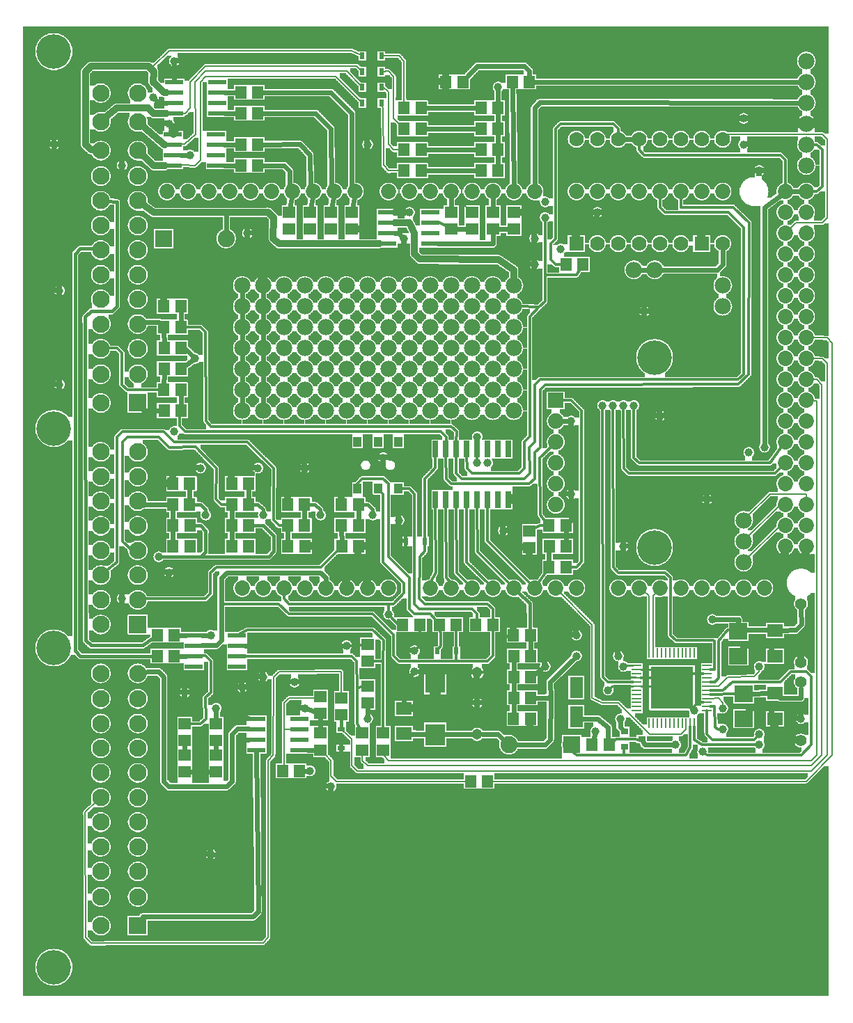
<source format=gtl>
G04 MADE WITH FRITZING*
G04 WWW.FRITZING.ORG*
G04 DOUBLE SIDED*
G04 HOLES PLATED*
G04 CONTOUR ON CENTER OF CONTOUR VECTOR*
%ASAXBY*%
%FSLAX23Y23*%
%MOIN*%
%OFA0B0*%
%SFA1.0B1.0*%
%ADD10C,0.075000*%
%ADD11C,0.039370*%
%ADD12C,0.082000*%
%ADD13C,0.082672*%
%ADD14C,0.165354*%
%ADD15C,0.072917*%
%ADD16C,0.078000*%
%ADD17C,0.055433*%
%ADD18C,0.074000*%
%ADD19C,0.070000*%
%ADD20C,0.051496*%
%ADD21R,0.082000X0.082000*%
%ADD22R,0.039370X0.045276*%
%ADD23R,0.055118X0.059055*%
%ADD24R,0.010000X0.045000*%
%ADD25R,0.045000X0.010000*%
%ADD26R,0.035433X0.031496*%
%ADD27R,0.062992X0.102362*%
%ADD28R,0.059055X0.055118*%
%ADD29R,0.024803X0.032677*%
%ADD30R,0.032677X0.024803*%
%ADD31R,0.087000X0.024000*%
%ADD32R,0.074000X0.074000*%
%ADD33R,0.070000X0.070000*%
%ADD34R,0.094488X0.102362*%
%ADD35R,0.074803X0.062992*%
%ADD36R,0.086614X0.078740*%
%ADD37R,0.026000X0.080000*%
%ADD38R,0.204724X0.204724*%
%ADD39C,0.024000*%
%ADD40C,0.032000*%
%ADD41C,0.012000*%
%ADD42C,0.016000*%
%ADD43C,0.008000*%
%ADD44C,0.010000*%
%ADD45C,0.048000*%
%ADD46R,0.001000X0.001000*%
%LNCOPPER1*%
G90*
G70*
G54D10*
X1421Y4159D03*
X2896Y1878D03*
X2446Y2427D03*
X1852Y2394D03*
X1586Y2107D03*
X3254Y2910D03*
X3388Y2473D03*
X2377Y1874D03*
X2183Y1724D03*
X1888Y2614D03*
X2529Y1885D03*
X2530Y4506D03*
G54D11*
X1090Y1519D03*
X1690Y4119D03*
G54D12*
X715Y3669D03*
X1013Y3669D03*
G54D13*
X590Y378D03*
X413Y378D03*
X590Y515D03*
X413Y515D03*
X590Y637D03*
X413Y637D03*
X590Y756D03*
X413Y756D03*
X590Y874D03*
X413Y874D03*
X590Y992D03*
X413Y992D03*
X590Y1110D03*
X413Y1110D03*
X590Y1228D03*
X413Y1228D03*
X590Y1346D03*
X413Y1346D03*
X590Y1464D03*
X413Y1464D03*
X590Y1586D03*
X413Y1586D03*
X590Y1821D03*
X413Y1821D03*
X590Y1939D03*
X413Y1939D03*
X590Y2057D03*
X413Y2057D03*
X590Y2175D03*
X413Y2175D03*
X590Y2293D03*
X413Y2293D03*
X590Y2411D03*
X413Y2411D03*
X590Y2529D03*
X413Y2529D03*
X590Y2647D03*
X413Y2647D03*
X590Y2882D03*
X413Y2882D03*
X590Y3019D03*
X413Y3019D03*
X590Y3141D03*
X413Y3141D03*
X590Y3259D03*
X413Y3259D03*
X590Y3378D03*
X413Y3378D03*
X590Y3496D03*
X413Y3496D03*
X590Y3614D03*
X413Y3614D03*
X590Y3732D03*
X413Y3732D03*
X590Y3850D03*
X413Y3850D03*
X590Y3968D03*
X413Y3968D03*
X590Y4090D03*
X413Y4090D03*
X590Y4228D03*
X413Y4228D03*
X590Y4366D03*
X413Y4366D03*
G54D14*
X189Y179D03*
X189Y4565D03*
X189Y2759D03*
X189Y1708D03*
G54D11*
X1915Y1694D03*
X1915Y1594D03*
X1390Y1419D03*
X1415Y1119D03*
X815Y1494D03*
X2215Y2594D03*
X2215Y2719D03*
X2265Y2594D03*
X515Y1944D03*
X3490Y4244D03*
X3565Y3994D03*
X190Y4119D03*
X2540Y3844D03*
X2490Y3544D03*
X2540Y3769D03*
X2790Y3794D03*
X2915Y1619D03*
X1690Y1369D03*
X2215Y1444D03*
X665Y4344D03*
X1115Y3694D03*
X2540Y1619D03*
X1840Y2319D03*
X3015Y3319D03*
X2665Y2444D03*
X3765Y1369D03*
X3090Y2819D03*
X1515Y1044D03*
X2690Y1769D03*
X1865Y3669D03*
X2890Y1669D03*
X2841Y1506D03*
X3255Y1407D03*
X1890Y3794D03*
X840Y4069D03*
X740Y4219D03*
X765Y4519D03*
X215Y3419D03*
X215Y2969D03*
X1765Y2619D03*
X940Y719D03*
X740Y2069D03*
X765Y2744D03*
X2815Y2869D03*
X2865Y2869D03*
X2915Y2869D03*
X2965Y2869D03*
G54D15*
X2990Y1994D03*
X1390Y1994D03*
X3090Y1994D03*
X3190Y1994D03*
X3290Y1994D03*
X3390Y1994D03*
X3690Y3394D03*
X3490Y1994D03*
X3590Y1994D03*
X1430Y3894D03*
X1990Y1994D03*
X2090Y1994D03*
X2190Y1994D03*
X2290Y1994D03*
X3690Y2594D03*
X2390Y1994D03*
X2490Y1994D03*
X2590Y1994D03*
X2690Y1994D03*
X2190Y3894D03*
X3690Y3794D03*
X3690Y2994D03*
X3690Y2194D03*
X1030Y3894D03*
X1790Y1994D03*
X1790Y3894D03*
X3690Y3594D03*
X3690Y3194D03*
X3690Y2794D03*
X3390Y3894D03*
X3690Y2394D03*
X3290Y3894D03*
X3190Y3894D03*
X3090Y3894D03*
X2990Y3894D03*
X2890Y3894D03*
X2790Y3894D03*
X2690Y3894D03*
X830Y3894D03*
X1230Y3894D03*
X1630Y3894D03*
X1190Y1994D03*
X1590Y1994D03*
X2390Y3894D03*
X1990Y3894D03*
X3690Y3894D03*
X3690Y3694D03*
X3690Y3494D03*
X3690Y3294D03*
X3690Y3094D03*
X3690Y2894D03*
X3690Y2694D03*
X3690Y2494D03*
X3690Y2294D03*
X730Y3894D03*
X930Y3894D03*
X1130Y3894D03*
X1330Y3894D03*
X1530Y3894D03*
X1090Y1994D03*
X1290Y1994D03*
X1490Y1994D03*
X1690Y1994D03*
X2490Y3894D03*
X2290Y3894D03*
X2090Y3894D03*
X1890Y3894D03*
X3790Y3894D03*
X3790Y3794D03*
X3790Y3694D03*
X3790Y3594D03*
X3790Y3494D03*
X3790Y3394D03*
X3790Y3294D03*
X3790Y3194D03*
X3790Y3094D03*
X3790Y2994D03*
X3790Y2894D03*
X3790Y2794D03*
X3790Y2694D03*
X3790Y2594D03*
X3790Y2494D03*
X3790Y2394D03*
X3790Y2294D03*
X3790Y2194D03*
X2890Y1994D03*
G54D11*
X3565Y1619D03*
X1790Y1869D03*
G54D16*
X1290Y3244D03*
X2090Y2844D03*
X2090Y3244D03*
X1990Y3344D03*
X1890Y3344D03*
X1990Y2844D03*
X1890Y2844D03*
X1990Y3244D03*
X2090Y3344D03*
X2190Y2844D03*
X2390Y3344D03*
X2390Y2844D03*
X2190Y3244D03*
X2390Y3244D03*
X2290Y3344D03*
X1890Y3244D03*
X2290Y2844D03*
X2190Y3344D03*
X2290Y3244D03*
X1490Y2844D03*
X1490Y3244D03*
X1490Y3344D03*
X1390Y3344D03*
X1390Y2844D03*
X1290Y3344D03*
X1390Y3244D03*
X1290Y2844D03*
X1790Y3344D03*
X1690Y2844D03*
X1690Y3344D03*
X1790Y2844D03*
X1790Y3244D03*
X1590Y3244D03*
X1690Y3244D03*
X1590Y3344D03*
X1590Y2844D03*
X1290Y2944D03*
X2090Y2944D03*
X2190Y2944D03*
X2390Y2944D03*
X1890Y2944D03*
X2290Y2944D03*
X1990Y2944D03*
X1490Y2944D03*
X1390Y2944D03*
X1590Y2944D03*
X1790Y2944D03*
X1690Y2944D03*
X1290Y3044D03*
X1990Y3044D03*
X1890Y3044D03*
X2090Y3044D03*
X2290Y3044D03*
X2190Y3044D03*
X2390Y3044D03*
X1390Y3044D03*
X1490Y3044D03*
X1790Y3044D03*
X1590Y3044D03*
X1690Y3044D03*
X1290Y3144D03*
X2090Y3144D03*
X2190Y3144D03*
X2290Y3144D03*
X2390Y3144D03*
X1990Y3144D03*
X1890Y3144D03*
X1390Y3144D03*
X1590Y3144D03*
X1490Y3144D03*
X1690Y3144D03*
X1790Y3144D03*
G54D11*
X3565Y1294D03*
X3565Y1244D03*
X3390Y1419D03*
X2665Y2794D03*
X2615Y3619D03*
X2315Y4394D03*
X3590Y2669D03*
X2340Y2269D03*
X1590Y1719D03*
X1190Y1569D03*
X1340Y1544D03*
G54D17*
X3765Y1919D03*
X3765Y1639D03*
X3765Y1919D03*
X3765Y1639D03*
G54D11*
X3340Y1844D03*
G54D17*
X3765Y1544D03*
X3765Y1264D03*
X3765Y1544D03*
X3765Y1264D03*
G54D18*
X2592Y2894D03*
X2592Y2794D03*
X2592Y2694D03*
X2592Y2594D03*
X2592Y2494D03*
X2592Y2394D03*
G54D14*
X3064Y3099D03*
X3064Y2189D03*
G54D11*
X940Y1769D03*
X965Y1419D03*
X3315Y2419D03*
X2915Y2194D03*
X2490Y3669D03*
G54D19*
X3390Y4145D03*
X3390Y3645D03*
X3290Y4145D03*
X3290Y3645D03*
X3190Y4145D03*
X3190Y3645D03*
X3090Y4145D03*
X3090Y3645D03*
X2990Y4145D03*
X2990Y3645D03*
X2890Y4145D03*
X2890Y3645D03*
X2790Y4145D03*
X2790Y3645D03*
X2690Y4145D03*
X2690Y3645D03*
G54D11*
X3515Y2644D03*
G54D12*
X2665Y1244D03*
X2367Y1244D03*
G54D20*
X2215Y1294D03*
X2215Y1590D03*
X2215Y1294D03*
X2215Y1590D03*
G54D11*
X915Y2344D03*
X1190Y2344D03*
X1465Y2344D03*
X1715Y2344D03*
X690Y2144D03*
X865Y3094D03*
X1390Y2569D03*
X1165Y2569D03*
X890Y2569D03*
G54D16*
X3790Y4019D03*
X3790Y4119D03*
X3790Y4219D03*
X3790Y4319D03*
X3790Y4419D03*
X3790Y4519D03*
X3065Y3519D03*
X2965Y3519D03*
X3390Y3444D03*
X3390Y3344D03*
X3490Y2319D03*
X3490Y2219D03*
X3490Y2119D03*
X1090Y3444D03*
X1090Y3344D03*
X1090Y3244D03*
X1090Y3144D03*
X1090Y3044D03*
X1090Y2944D03*
X1090Y2844D03*
X1190Y3444D03*
X1190Y3344D03*
X1190Y3244D03*
X1190Y3144D03*
X1190Y3044D03*
X1190Y2944D03*
X1190Y2844D03*
X2390Y3444D03*
X1890Y3444D03*
X2090Y3444D03*
X1990Y3444D03*
X2290Y3444D03*
X2190Y3444D03*
X1490Y3444D03*
X1390Y3444D03*
X1290Y3444D03*
X1790Y3444D03*
X1690Y3444D03*
X1590Y3444D03*
G54D11*
X3490Y4119D03*
X2900Y1368D03*
X3294Y1210D03*
X3165Y1244D03*
X3390Y1319D03*
X2782Y1309D03*
X515Y4019D03*
X2690Y1669D03*
G54D21*
X714Y3669D03*
G54D22*
X1838Y2694D03*
X1740Y2694D03*
X1642Y2694D03*
X1838Y2472D03*
X1740Y2472D03*
X1642Y2472D03*
G54D23*
X2290Y1819D03*
X2209Y1819D03*
X2640Y3544D03*
X2721Y3544D03*
G54D24*
X3038Y1348D03*
X3058Y1348D03*
X3077Y1348D03*
X3097Y1348D03*
X3117Y1348D03*
X3137Y1348D03*
X3156Y1348D03*
X3176Y1348D03*
X3196Y1348D03*
X3215Y1348D03*
X3235Y1348D03*
X3255Y1348D03*
G54D25*
X3314Y1407D03*
X3314Y1427D03*
X3314Y1447D03*
X3314Y1466D03*
X3314Y1486D03*
X3314Y1506D03*
X3314Y1525D03*
X3314Y1545D03*
X3314Y1565D03*
X3314Y1584D03*
X3314Y1604D03*
X3314Y1624D03*
G54D24*
X3255Y1683D03*
X3235Y1683D03*
X3215Y1683D03*
X3196Y1683D03*
X3176Y1683D03*
X3156Y1683D03*
X3137Y1683D03*
X3117Y1683D03*
X3097Y1683D03*
X3077Y1683D03*
X3058Y1683D03*
X3038Y1683D03*
G54D25*
X2979Y1624D03*
X2979Y1604D03*
X2979Y1584D03*
X2979Y1565D03*
X2979Y1545D03*
X2979Y1525D03*
X2979Y1506D03*
X2979Y1486D03*
X2979Y1466D03*
X2979Y1447D03*
X2979Y1427D03*
X2979Y1407D03*
G54D26*
X2920Y1309D03*
X2920Y1234D03*
X3003Y1271D03*
G54D27*
X2690Y1378D03*
X2690Y1519D03*
G54D23*
X2640Y2094D03*
X2559Y2094D03*
X2560Y2194D03*
X2640Y2194D03*
X2640Y2294D03*
X2559Y2294D03*
G54D28*
X2390Y3794D03*
X2390Y3714D03*
X2290Y3794D03*
X2290Y3714D03*
G54D23*
X2065Y4419D03*
X2146Y4419D03*
X2465Y4419D03*
X2384Y4419D03*
G54D28*
X2090Y3794D03*
X2090Y3714D03*
X2190Y3794D03*
X2190Y3714D03*
X2465Y2189D03*
X2465Y2269D03*
X1565Y1469D03*
X1565Y1389D03*
G54D29*
X1965Y2219D03*
X1875Y2219D03*
G54D30*
X1565Y1319D03*
X1565Y1229D03*
G54D31*
X1065Y1669D03*
X859Y1619D03*
X859Y1719D03*
X1065Y1719D03*
X859Y1669D03*
X1065Y1769D03*
X859Y1769D03*
X1065Y1619D03*
G54D32*
X2592Y2894D03*
G54D23*
X2115Y1819D03*
X2034Y1819D03*
X759Y2394D03*
X839Y2394D03*
G54D33*
X2690Y3645D03*
X3290Y3645D03*
G54D21*
X2666Y1244D03*
G54D23*
X759Y2494D03*
X839Y2494D03*
X1565Y2294D03*
X1646Y2294D03*
X1565Y2394D03*
X1646Y2394D03*
X1940Y1819D03*
X1859Y1819D03*
G54D29*
X2115Y1694D03*
X2025Y1694D03*
G54D23*
X797Y3044D03*
X716Y3044D03*
X715Y3244D03*
X796Y3244D03*
X715Y2944D03*
X796Y2944D03*
G54D28*
X815Y1114D03*
X815Y1194D03*
X965Y1114D03*
X965Y1194D03*
X965Y1264D03*
X965Y1344D03*
G54D23*
X797Y3144D03*
X716Y3144D03*
G54D28*
X815Y1264D03*
X815Y1344D03*
G54D34*
X2015Y1292D03*
X2015Y1544D03*
G54D23*
X1865Y3994D03*
X1946Y3994D03*
G54D29*
X1665Y4469D03*
X1756Y4469D03*
X1665Y4544D03*
X1756Y4544D03*
X1665Y4319D03*
X1756Y4319D03*
X1665Y4394D03*
X1756Y4394D03*
G54D23*
X840Y2294D03*
X759Y2294D03*
X2315Y4294D03*
X2234Y4294D03*
G54D28*
X1465Y1394D03*
X1465Y1475D03*
X1465Y1219D03*
X1465Y1300D03*
G54D23*
X1365Y1119D03*
X1284Y1119D03*
X2265Y1069D03*
X2184Y1069D03*
X840Y2194D03*
X759Y2194D03*
X2765Y1244D03*
X2846Y1244D03*
X715Y3344D03*
X796Y3344D03*
X797Y2844D03*
X716Y2844D03*
X2471Y1569D03*
X2390Y1569D03*
X1390Y2194D03*
X1309Y2194D03*
X1646Y2194D03*
X1566Y2194D03*
G54D35*
X3640Y1669D03*
X3640Y1791D03*
X3640Y1369D03*
X3640Y1491D03*
X1865Y1419D03*
X1865Y1297D03*
G54D23*
X1865Y4294D03*
X1946Y4294D03*
X2315Y4194D03*
X2234Y4194D03*
X1865Y4194D03*
X1946Y4194D03*
G54D36*
X3465Y1787D03*
X3465Y1669D03*
X3490Y1487D03*
X3490Y1369D03*
G54D28*
X1515Y3794D03*
X1515Y3714D03*
X1315Y3794D03*
X1315Y3714D03*
X1615Y3794D03*
X1615Y3714D03*
X1415Y3794D03*
X1415Y3714D03*
G54D23*
X1165Y4269D03*
X1084Y4269D03*
X1165Y4019D03*
X1084Y4019D03*
X1165Y4369D03*
X1084Y4369D03*
X1165Y4119D03*
X1084Y4119D03*
X2315Y4094D03*
X2234Y4094D03*
X2315Y3994D03*
X2234Y3994D03*
X1865Y4094D03*
X1946Y4094D03*
G54D31*
X1365Y1269D03*
X1159Y1219D03*
X1159Y1319D03*
X1365Y1319D03*
X1159Y1269D03*
X1365Y1369D03*
X1159Y1369D03*
X1365Y1219D03*
X1990Y3694D03*
X1784Y3644D03*
X1784Y3744D03*
X1990Y3744D03*
X1784Y3694D03*
X1990Y3794D03*
X1784Y3794D03*
X1990Y3644D03*
X971Y4319D03*
X765Y4269D03*
X765Y4369D03*
X971Y4369D03*
X765Y4319D03*
X971Y4419D03*
X765Y4419D03*
X971Y4269D03*
X965Y4069D03*
X759Y4019D03*
X759Y4119D03*
X965Y4119D03*
X759Y4069D03*
X965Y4169D03*
X759Y4169D03*
X965Y4019D03*
G54D23*
X1121Y2294D03*
X1040Y2294D03*
X1121Y2194D03*
X1040Y2194D03*
G54D28*
X1765Y1219D03*
X1765Y1300D03*
X1665Y1219D03*
X1665Y1300D03*
X1690Y1444D03*
X1690Y1525D03*
X1690Y1725D03*
X1690Y1644D03*
G54D23*
X2390Y1669D03*
X2471Y1669D03*
X1040Y2394D03*
X1120Y2394D03*
X1040Y2494D03*
X1121Y2494D03*
G54D37*
X2015Y2419D03*
X2065Y2419D03*
X2115Y2419D03*
X2165Y2419D03*
X2215Y2419D03*
X2265Y2419D03*
X2315Y2419D03*
X2365Y2419D03*
X2365Y2661D03*
X2315Y2661D03*
X2265Y2661D03*
X2215Y2661D03*
X2165Y2661D03*
X2115Y2661D03*
X2065Y2661D03*
X2015Y2661D03*
G54D23*
X1309Y2394D03*
X1389Y2394D03*
X1309Y2294D03*
X1389Y2294D03*
X2471Y1469D03*
X2390Y1469D03*
X2389Y1369D03*
X2470Y1369D03*
X2389Y1769D03*
X2470Y1769D03*
X684Y1669D03*
X765Y1669D03*
X765Y1769D03*
X684Y1769D03*
G54D38*
X3147Y1517D03*
G54D39*
X1141Y420D02*
X1166Y444D01*
D02*
X617Y2392D02*
X615Y2393D01*
D02*
X615Y2393D02*
X737Y2394D01*
D02*
X615Y420D02*
X1141Y420D01*
D02*
X606Y406D02*
X615Y420D01*
D02*
X1166Y444D02*
X1159Y1213D01*
G54D40*
D02*
X666Y4018D02*
X721Y4019D01*
D02*
X340Y4118D02*
X340Y4468D01*
D02*
X640Y4494D02*
X666Y4468D01*
D02*
X340Y4468D02*
X366Y4494D01*
D02*
X666Y4468D02*
X664Y4418D01*
D02*
X664Y4418D02*
X716Y4368D01*
D02*
X716Y4368D02*
X727Y4369D01*
D02*
X366Y4094D02*
X340Y4118D01*
D02*
X664Y4268D02*
X727Y4269D01*
D02*
X375Y4094D02*
X366Y4094D01*
D02*
X366Y4494D02*
X640Y4494D01*
D02*
X640Y4294D02*
X664Y4268D01*
D02*
X442Y4253D02*
X490Y4294D01*
D02*
X490Y4294D02*
X640Y4294D01*
G54D41*
D02*
X940Y1494D02*
X940Y1644D01*
D02*
X914Y1470D02*
X940Y1494D01*
D02*
X940Y1644D02*
X914Y1670D01*
D02*
X916Y1368D02*
X914Y1470D01*
D02*
X890Y1344D02*
X916Y1368D01*
D02*
X839Y1344D02*
X890Y1344D01*
D02*
X914Y1670D02*
X897Y1670D01*
D02*
X915Y1944D02*
X939Y1969D01*
D02*
X939Y2069D02*
X966Y2093D01*
D02*
X640Y1944D02*
X915Y1944D01*
D02*
X939Y1969D02*
X939Y2069D01*
D02*
X966Y2093D02*
X1466Y2094D01*
D02*
X1540Y2168D02*
X1544Y2172D01*
D02*
X617Y1942D02*
X640Y1944D01*
D02*
X1466Y2094D02*
X1540Y2168D01*
G54D40*
D02*
X619Y4203D02*
X716Y4118D01*
D02*
X716Y4118D02*
X721Y4119D01*
D02*
X618Y4064D02*
X666Y4018D01*
G54D41*
D02*
X441Y3144D02*
X490Y3144D01*
D02*
X541Y2944D02*
X666Y2944D01*
D02*
X515Y3120D02*
X515Y2969D01*
D02*
X490Y3144D02*
X515Y3120D01*
D02*
X515Y2969D02*
X541Y2944D01*
D02*
X666Y2944D02*
X693Y2944D01*
D02*
X440Y3144D02*
X441Y3144D01*
G54D42*
D02*
X390Y3620D02*
X315Y3620D01*
D02*
X290Y3595D02*
X290Y1693D01*
D02*
X290Y1693D02*
X315Y1669D01*
D02*
X315Y1669D02*
X662Y1669D01*
D02*
X387Y3621D02*
X390Y3620D01*
D02*
X315Y3620D02*
X290Y3595D01*
G54D39*
D02*
X1090Y744D02*
X1090Y1269D01*
D02*
X1090Y1269D02*
X1121Y1269D01*
D02*
X1066Y720D02*
X1090Y744D01*
D02*
X959Y719D02*
X1066Y720D01*
D02*
X1090Y1394D02*
X1114Y1370D01*
D02*
X1114Y1370D02*
X1121Y1370D01*
D02*
X1090Y1500D02*
X1090Y1394D01*
D02*
X1015Y3794D02*
X1014Y3701D01*
D02*
X690Y3269D02*
X615Y3269D01*
D02*
X615Y3269D02*
X621Y3271D01*
D02*
X693Y3266D02*
X690Y3269D01*
G54D43*
D02*
X339Y920D02*
X393Y973D01*
D02*
X366Y293D02*
X341Y320D01*
D02*
X1190Y295D02*
X366Y293D01*
D02*
X1241Y1569D02*
X1239Y1193D01*
D02*
X341Y320D02*
X339Y920D01*
D02*
X1215Y320D02*
X1190Y295D01*
D02*
X1239Y1193D02*
X1215Y1169D01*
D02*
X1215Y1169D02*
X1215Y320D01*
D02*
X1565Y1594D02*
X1266Y1593D01*
D02*
X1266Y1593D02*
X1241Y1569D01*
D02*
X1565Y1491D02*
X1565Y1594D01*
G54D39*
D02*
X1865Y1544D02*
X1865Y1445D01*
D02*
X1902Y1581D02*
X1865Y1544D01*
G54D41*
D02*
X2340Y1619D02*
X2340Y1744D01*
D02*
X2340Y1744D02*
X2365Y1769D01*
D02*
X2365Y1769D02*
X2367Y1769D01*
D02*
X2236Y1591D02*
X2315Y1594D01*
D02*
X2315Y1594D02*
X2340Y1619D01*
D02*
X1941Y1719D02*
X1925Y1704D01*
D02*
X1940Y1795D02*
X1941Y1719D01*
D02*
X2265Y1644D02*
X2115Y1644D01*
D02*
X1841Y1644D02*
X1815Y1670D01*
D02*
X1815Y1919D02*
X1790Y1919D01*
D02*
X1641Y2494D02*
X1665Y2519D01*
D02*
X1765Y2519D02*
X1790Y2494D01*
D02*
X1915Y1870D02*
X1990Y1870D01*
D02*
X1265Y1919D02*
X990Y1919D01*
D02*
X2115Y1684D02*
X2115Y1644D01*
D02*
X1885Y1644D02*
X1841Y1644D01*
D02*
X2115Y1644D02*
X1885Y1644D01*
D02*
X2041Y1770D02*
X2038Y1795D01*
D02*
X2031Y1705D02*
X2041Y1719D01*
D02*
X2041Y1719D02*
X2041Y1770D01*
D02*
X1990Y1870D02*
X2013Y1843D01*
D02*
X1890Y1894D02*
X1915Y1870D01*
D02*
X1890Y2044D02*
X1890Y1894D01*
D02*
X1790Y2144D02*
X1890Y2044D01*
D02*
X1665Y2519D02*
X1765Y2519D01*
D02*
X1641Y2489D02*
X1641Y2494D01*
D02*
X1790Y2494D02*
X1790Y2144D01*
D02*
X2290Y1670D02*
X2265Y1644D01*
D02*
X1815Y1670D02*
X1815Y1770D01*
D02*
X1815Y1770D02*
X1715Y1870D01*
D02*
X1715Y1870D02*
X1315Y1870D01*
D02*
X1315Y1870D02*
X1265Y1919D01*
D02*
X2290Y1795D02*
X2290Y1670D01*
D02*
X1765Y2444D02*
X1765Y2119D01*
D02*
X1765Y2119D02*
X1865Y2019D01*
D02*
X1865Y2019D02*
X1865Y1970D01*
D02*
X1865Y1970D02*
X1815Y1919D01*
D02*
X1754Y2456D02*
X1765Y2444D01*
G54D39*
D02*
X2190Y1594D02*
X2015Y1594D01*
D02*
X2189Y1594D02*
X2190Y1594D01*
D02*
X2015Y1594D02*
X2015Y1590D01*
D02*
X2015Y1594D02*
X1934Y1594D01*
D02*
X2015Y1590D02*
X2015Y1594D01*
G54D43*
D02*
X1515Y1169D02*
X1515Y1094D01*
D02*
X1540Y1069D02*
X2162Y1069D01*
D02*
X1290Y1319D02*
X1290Y1144D01*
G54D39*
D02*
X1690Y1422D02*
X1690Y1388D01*
G54D43*
D02*
X1290Y1144D02*
X1290Y1143D01*
D02*
X1340Y1319D02*
X1290Y1319D01*
D02*
X1365Y1319D02*
X1340Y1319D01*
G54D39*
D02*
X1387Y1119D02*
X1396Y1119D01*
G54D43*
D02*
X1487Y1197D02*
X1515Y1169D01*
D02*
X1515Y1094D02*
X1540Y1069D01*
G54D39*
D02*
X1403Y1219D02*
X1441Y1219D01*
D02*
X739Y1044D02*
X1015Y1044D01*
D02*
X1015Y1044D02*
X1041Y1069D01*
D02*
X715Y1569D02*
X715Y1069D01*
D02*
X641Y1593D02*
X690Y1593D01*
D02*
X1041Y1293D02*
X1066Y1320D01*
D02*
X690Y1593D02*
X715Y1569D01*
D02*
X715Y1069D02*
X739Y1044D01*
D02*
X1041Y1069D02*
X1041Y1293D01*
D02*
X623Y1591D02*
X641Y1593D01*
D02*
X1066Y1320D02*
X1121Y1320D01*
G54D43*
D02*
X1315Y1469D02*
X1440Y1469D01*
G54D39*
D02*
X1465Y1372D02*
X1465Y1322D01*
G54D43*
D02*
X1440Y1469D02*
X1441Y1470D01*
D02*
X1290Y1444D02*
X1315Y1469D01*
D02*
X1290Y1319D02*
X1290Y1444D01*
G54D39*
D02*
X1441Y1402D02*
X1408Y1413D01*
D02*
X1571Y1719D02*
X1103Y1719D01*
D02*
X839Y1114D02*
X941Y1114D01*
G54D41*
D02*
X2215Y2627D02*
X2215Y2608D01*
D02*
X2215Y2706D02*
X2215Y2696D01*
G54D43*
D02*
X2287Y1069D02*
X3790Y1069D01*
D02*
X3790Y1069D02*
X3915Y1193D01*
D02*
X3915Y1193D02*
X3915Y3169D01*
D02*
X3915Y3169D02*
X3890Y3193D01*
D02*
X3890Y3193D02*
X3815Y3194D01*
D02*
X3866Y3744D02*
X3740Y3744D01*
D02*
X3740Y3744D02*
X3708Y3712D01*
D02*
X3890Y4144D02*
X3890Y3768D01*
D02*
X3890Y3768D02*
X3866Y3744D01*
D02*
X3866Y4168D02*
X3890Y4144D01*
D02*
X3416Y4168D02*
X3866Y4168D01*
D02*
X3405Y4159D02*
X3416Y4168D01*
G54D41*
D02*
X1839Y2472D02*
X1840Y2468D01*
D02*
X2115Y1795D02*
X2115Y1705D01*
D02*
X2516Y2344D02*
X2514Y2618D01*
D02*
X2514Y2618D02*
X2573Y2676D01*
D02*
X2539Y2318D02*
X2516Y2344D01*
D02*
X1965Y1919D02*
X2265Y1919D01*
D02*
X2290Y1894D02*
X2290Y1843D01*
D02*
X2265Y1919D02*
X2290Y1894D01*
D02*
X1939Y1944D02*
X1965Y1919D01*
D02*
X1941Y2144D02*
X1939Y1944D01*
D02*
X1965Y2209D02*
X1965Y2170D01*
D02*
X1965Y2170D02*
X1941Y2144D01*
D02*
X2014Y2570D02*
X1990Y2544D01*
D02*
X1990Y2544D02*
X1965Y2519D01*
D02*
X1965Y2270D02*
X1965Y2230D01*
D02*
X2504Y2015D02*
X2543Y2070D01*
D02*
X2489Y2281D02*
X2516Y2294D01*
D02*
X2516Y2294D02*
X2537Y2294D01*
D02*
X2015Y2627D02*
X2014Y2570D01*
D02*
X1965Y2519D02*
X1965Y2270D01*
D02*
X1890Y2470D02*
X1853Y2471D01*
D02*
X1915Y2444D02*
X1890Y2470D01*
D02*
X2215Y1870D02*
X2190Y1895D01*
D02*
X1939Y1894D02*
X1915Y1919D01*
D02*
X2215Y1844D02*
X2215Y1870D01*
D02*
X2190Y1895D02*
X1939Y1894D01*
D02*
X1915Y1919D02*
X1915Y2444D01*
D02*
X2215Y1843D02*
X2215Y1844D01*
G54D39*
D02*
X3364Y3518D02*
X3390Y3544D01*
D02*
X3390Y3544D02*
X3390Y3619D01*
D02*
X3035Y3519D02*
X2995Y3519D01*
D02*
X3095Y3519D02*
X3364Y3518D01*
G54D41*
D02*
X2690Y3494D02*
X2706Y3520D01*
D02*
X2540Y3494D02*
X2690Y3494D01*
D02*
X2540Y3494D02*
X2540Y3756D01*
D02*
X2590Y4194D02*
X2614Y4218D01*
D02*
X2866Y4218D02*
X2890Y4194D01*
D02*
X2590Y3544D02*
X2566Y3568D01*
D02*
X2566Y3644D02*
X2590Y3668D01*
D02*
X2566Y3568D02*
X2566Y3644D01*
D02*
X2614Y4218D02*
X2866Y4218D01*
D02*
X2590Y3668D02*
X2590Y4194D01*
D02*
X2890Y4194D02*
X2890Y4165D01*
D02*
X2618Y3544D02*
X2590Y3544D01*
D02*
X2540Y3368D02*
X2540Y3494D01*
D02*
X2510Y3341D02*
X2540Y3368D01*
D02*
X2415Y3344D02*
X2510Y3341D01*
D02*
X2466Y3294D02*
X2510Y3341D01*
D02*
X2466Y2720D02*
X2466Y3294D01*
D02*
X2440Y2694D02*
X2466Y2720D01*
D02*
X2440Y2568D02*
X2440Y2694D01*
D02*
X2416Y2544D02*
X2440Y2568D01*
D02*
X2190Y2544D02*
X2416Y2544D01*
D02*
X2166Y2568D02*
X2190Y2544D01*
D02*
X2165Y2627D02*
X2166Y2568D01*
G54D42*
D02*
X704Y2144D02*
X890Y2144D01*
G54D44*
D02*
X2962Y1624D02*
X2921Y1623D01*
D02*
X2921Y1623D02*
X2926Y1627D01*
G54D41*
D02*
X1666Y1720D02*
X1604Y1719D01*
D02*
X1666Y1720D02*
X1666Y1720D01*
G54D39*
D02*
X690Y4318D02*
X678Y4331D01*
D02*
X727Y4319D02*
X690Y4318D01*
D02*
X765Y4500D02*
X765Y4426D01*
D02*
X2493Y1585D02*
X2525Y1608D01*
D02*
X2623Y2794D02*
X2646Y2794D01*
D02*
X2640Y2270D02*
X2640Y2218D01*
D02*
X2665Y2319D02*
X2665Y2425D01*
D02*
X2662Y2316D02*
X2665Y2319D01*
D02*
X2385Y4395D02*
X2390Y3925D01*
G54D44*
D02*
X3097Y1604D02*
X2996Y1604D01*
D02*
X3103Y1593D02*
X3097Y1604D01*
D02*
X3077Y1524D02*
X2996Y1525D01*
D02*
X3060Y1526D02*
X3077Y1524D01*
G54D41*
D02*
X3215Y1584D02*
X3209Y1579D01*
D02*
X3297Y1584D02*
X3215Y1584D01*
G54D39*
D02*
X2441Y4494D02*
X2465Y4470D01*
D02*
X2215Y4494D02*
X2441Y4494D01*
D02*
X2168Y4443D02*
X2215Y4494D01*
D02*
X2465Y4470D02*
X2465Y4443D01*
D02*
X3760Y4419D02*
X2487Y4419D01*
G54D41*
D02*
X2919Y1224D02*
X2916Y1194D01*
G54D39*
D02*
X3241Y1421D02*
X3212Y1451D01*
D02*
X1839Y3694D02*
X1851Y3682D01*
D02*
X1822Y3694D02*
X1839Y3694D01*
D02*
X3515Y1419D02*
X3507Y1403D01*
D02*
X3627Y1395D02*
X3615Y1419D01*
D02*
X3615Y1419D02*
X3515Y1419D01*
G54D41*
D02*
X3275Y1447D02*
X3255Y1427D01*
D02*
X3255Y1427D02*
X3255Y1421D01*
D02*
X3297Y1447D02*
X3275Y1447D01*
G54D39*
D02*
X797Y4069D02*
X821Y4069D01*
G54D40*
D02*
X1822Y3794D02*
X1866Y3794D01*
G54D45*
D02*
X765Y4194D02*
X761Y4176D01*
D02*
X761Y4198D02*
X765Y4194D01*
G54D43*
D02*
X1815Y3794D02*
X1790Y3794D01*
D02*
X1865Y3944D02*
X1840Y3919D01*
D02*
X1840Y3819D02*
X1815Y3794D01*
D02*
X1840Y3919D02*
X1840Y3819D01*
D02*
X2115Y3944D02*
X1865Y3944D01*
D02*
X2140Y3919D02*
X2115Y3944D01*
D02*
X2140Y3844D02*
X2140Y3919D01*
D02*
X2168Y3816D02*
X2140Y3844D01*
D02*
X1790Y3794D02*
X1784Y3794D01*
D02*
X3010Y1980D02*
X3038Y1959D01*
D02*
X3038Y1959D02*
X3038Y1700D01*
D02*
X3058Y1683D02*
X3058Y1959D01*
D02*
X3058Y1683D02*
X3058Y1683D01*
D02*
X3058Y1959D02*
X3074Y1976D01*
D02*
X3666Y2294D02*
X3665Y2294D01*
D02*
X3666Y2394D02*
X3665Y2394D01*
D02*
X3616Y2444D02*
X3790Y2444D01*
D02*
X3790Y2444D02*
X3790Y2419D01*
D02*
X3507Y2337D02*
X3616Y2444D01*
D02*
X3507Y2237D02*
X3666Y2394D01*
D02*
X3507Y2137D02*
X3666Y2294D01*
G54D41*
D02*
X2866Y2093D02*
X2890Y2069D01*
D02*
X3352Y1604D02*
X3331Y1604D01*
D02*
X3140Y2044D02*
X3140Y1769D01*
D02*
X3115Y2069D02*
X3140Y2044D01*
D02*
X3352Y1742D02*
X3352Y1604D01*
D02*
X3166Y1744D02*
X3340Y1744D01*
D02*
X2865Y2856D02*
X2866Y2093D01*
D02*
X2965Y2619D02*
X2990Y2594D01*
D02*
X2990Y2594D02*
X3616Y2594D01*
D02*
X3616Y2594D02*
X3675Y2675D01*
D02*
X2965Y2856D02*
X2965Y2619D01*
D02*
X2916Y2569D02*
X2940Y2544D01*
D02*
X2940Y2544D02*
X3640Y2544D01*
D02*
X3640Y2544D02*
X3673Y2577D01*
D02*
X2915Y2856D02*
X2916Y2569D01*
G54D43*
D02*
X3372Y1525D02*
X3331Y1525D01*
D02*
X3541Y1570D02*
X3415Y1569D01*
D02*
X3415Y1569D02*
X3372Y1525D01*
D02*
X3565Y1594D02*
X3541Y1570D01*
D02*
X3565Y1606D02*
X3565Y1594D01*
G54D41*
D02*
X2039Y3744D02*
X2028Y3744D01*
D02*
X2066Y3728D02*
X2039Y3744D01*
G54D39*
D02*
X2114Y3714D02*
X2166Y3714D01*
D02*
X2290Y3864D02*
X2290Y3816D01*
D02*
X2090Y3864D02*
X2090Y3816D01*
G54D41*
D02*
X3540Y1269D02*
X3556Y1285D01*
D02*
X3315Y1294D02*
X3340Y1269D01*
D02*
X3314Y1407D02*
X3315Y1294D01*
D02*
X3340Y1269D02*
X3540Y1269D01*
G54D43*
D02*
X3372Y1467D02*
X3390Y1444D01*
D02*
X3331Y1466D02*
X3372Y1467D01*
D02*
X3390Y1444D02*
X3390Y1433D01*
D02*
X2815Y1444D02*
X2890Y1444D01*
D02*
X2890Y1444D02*
X3040Y1294D01*
D02*
X3215Y1319D02*
X3215Y1348D01*
D02*
X3040Y1294D02*
X3190Y1294D01*
D02*
X3190Y1294D02*
X3215Y1319D01*
D02*
X3215Y1348D02*
X3215Y1348D01*
D02*
X2765Y1819D02*
X2765Y1469D01*
D02*
X2607Y1977D02*
X2765Y1819D01*
D02*
X2765Y1469D02*
X2815Y1444D01*
G54D41*
D02*
X3255Y1269D02*
X3290Y1244D01*
D02*
X3255Y1331D02*
X3255Y1269D01*
D02*
X3290Y1244D02*
X3552Y1244D01*
D02*
X2665Y2894D02*
X2617Y2894D01*
D02*
X2714Y2120D02*
X2715Y2844D01*
D02*
X2690Y2094D02*
X2714Y2120D01*
D02*
X2662Y2094D02*
X2690Y2094D01*
D02*
X2715Y2844D02*
X2665Y2894D01*
G54D39*
D02*
X2290Y3644D02*
X2290Y3692D01*
G54D40*
D02*
X621Y3827D02*
X666Y3793D01*
D02*
X1015Y3794D02*
X1215Y3795D01*
D02*
X1239Y3669D02*
X1266Y3644D01*
D02*
X1241Y3769D02*
X1239Y3669D01*
D02*
X1215Y3795D02*
X1241Y3769D01*
D02*
X666Y3793D02*
X1015Y3794D01*
D02*
X1266Y3644D02*
X1714Y3644D01*
D02*
X1714Y3644D02*
X1746Y3644D01*
G54D41*
D02*
X2816Y1568D02*
X2815Y2856D01*
D02*
X2840Y1544D02*
X2816Y1568D01*
G54D39*
D02*
X2315Y4318D02*
X2315Y4369D01*
D02*
X2315Y4369D02*
X2315Y4375D01*
D02*
X1090Y3374D02*
X1090Y3414D01*
D02*
X1090Y3274D02*
X1090Y3314D01*
D02*
X1090Y3174D02*
X1090Y3214D01*
D02*
X1090Y3074D02*
X1090Y3114D01*
D02*
X1090Y2974D02*
X1090Y3014D01*
D02*
X2314Y3714D02*
X2366Y3714D01*
D02*
X2028Y3644D02*
X2290Y3644D01*
D02*
X3590Y3818D02*
X3666Y3876D01*
D02*
X3590Y2688D02*
X3590Y3818D01*
G54D41*
D02*
X3690Y4044D02*
X3690Y3969D01*
D02*
X3666Y4069D02*
X3690Y4044D01*
D02*
X3015Y4069D02*
X3666Y4069D01*
D02*
X2990Y4093D02*
X3015Y4069D01*
D02*
X2990Y4124D02*
X2990Y4093D01*
D02*
X3690Y3969D02*
X3690Y3919D01*
G54D39*
D02*
X3720Y3894D02*
X3760Y3894D01*
D02*
X2963Y4145D02*
X2916Y4145D01*
G54D41*
D02*
X2066Y2718D02*
X2066Y2696D01*
D02*
X2040Y2744D02*
X2066Y2718D01*
G54D39*
D02*
X796Y2920D02*
X797Y2868D01*
G54D41*
D02*
X2116Y2744D02*
X2115Y2696D01*
D02*
X2090Y2768D02*
X2116Y2744D01*
D02*
X915Y3220D02*
X916Y2794D01*
D02*
X916Y2794D02*
X940Y2768D01*
D02*
X890Y3244D02*
X915Y3220D01*
D02*
X818Y3244D02*
X890Y3244D01*
D02*
X940Y2768D02*
X2090Y2768D01*
D02*
X816Y2744D02*
X2040Y2744D01*
D02*
X790Y2770D02*
X816Y2744D01*
D02*
X790Y2819D02*
X790Y2770D01*
D02*
X790Y2820D02*
X790Y2819D01*
D02*
X3090Y3818D02*
X3090Y3870D01*
D02*
X3115Y3794D02*
X3090Y3818D01*
D02*
X3416Y3794D02*
X3115Y3794D01*
D02*
X3490Y3720D02*
X3416Y3794D01*
D02*
X3490Y3019D02*
X3490Y3720D01*
D02*
X3465Y2994D02*
X3490Y3019D01*
D02*
X2516Y2994D02*
X3465Y2994D01*
D02*
X2490Y2694D02*
X2490Y2968D01*
D02*
X2490Y2968D02*
X2516Y2994D01*
D02*
X2466Y2544D02*
X2464Y2668D01*
D02*
X2464Y2668D02*
X2490Y2694D01*
D02*
X2440Y2518D02*
X2466Y2544D01*
D02*
X2140Y2518D02*
X2440Y2518D01*
D02*
X2114Y2544D02*
X2140Y2518D01*
D02*
X2115Y2627D02*
X2114Y2544D01*
D02*
X3190Y3818D02*
X3190Y3870D01*
D02*
X3440Y3819D02*
X3190Y3818D01*
D02*
X3516Y3744D02*
X3440Y3819D01*
D02*
X3515Y3019D02*
X3516Y3744D01*
D02*
X3465Y2970D02*
X3515Y3019D01*
D02*
X2540Y2968D02*
X3465Y2970D01*
D02*
X2516Y2668D02*
X2516Y2944D01*
D02*
X2516Y2944D02*
X2540Y2968D01*
D02*
X2090Y2494D02*
X2464Y2494D01*
D02*
X2464Y2494D02*
X2490Y2518D01*
D02*
X2490Y2518D02*
X2490Y2644D01*
D02*
X2066Y2518D02*
X2090Y2494D01*
D02*
X2490Y2644D02*
X2516Y2668D01*
D02*
X2065Y2627D02*
X2066Y2518D01*
G54D43*
D02*
X1615Y1270D02*
X1590Y1294D01*
D02*
X1615Y1144D02*
X1615Y1270D01*
D02*
X1590Y1294D02*
X1572Y1312D01*
D02*
X3890Y3070D02*
X3890Y1195D01*
D02*
X3815Y1119D02*
X1641Y1119D01*
D02*
X1641Y1119D02*
X1615Y1144D01*
D02*
X3890Y1195D02*
X3815Y1119D01*
D02*
X3866Y3093D02*
X3890Y3070D01*
D02*
X3815Y3094D02*
X3866Y3093D01*
G54D42*
D02*
X1565Y1326D02*
X1565Y1367D01*
G54D41*
D02*
X2373Y2012D02*
X2216Y2168D01*
D02*
X2216Y2168D02*
X2215Y2385D01*
D02*
X3372Y1742D02*
X3415Y1794D01*
D02*
X3415Y1794D02*
X3427Y1793D01*
D02*
X3331Y1545D02*
X3353Y1545D01*
D02*
X3353Y1545D02*
X3372Y1564D01*
G54D39*
D02*
X3466Y1844D02*
X3465Y1821D01*
D02*
X3359Y1844D02*
X3466Y1844D01*
G54D41*
D02*
X3452Y1487D02*
X3331Y1486D01*
G54D39*
D02*
X3665Y1469D02*
X3640Y1491D01*
D02*
X3765Y1515D02*
X3765Y1469D01*
D02*
X3765Y1469D02*
X3665Y1469D01*
D02*
X3608Y1491D02*
X3528Y1488D01*
D02*
X3766Y1820D02*
X3740Y1794D01*
D02*
X3765Y1890D02*
X3766Y1820D01*
D02*
X3740Y1794D02*
X3672Y1792D01*
D02*
X3515Y1795D02*
X3615Y1794D01*
D02*
X3615Y1794D02*
X3640Y1791D01*
D02*
X3503Y1793D02*
X3515Y1795D01*
G54D42*
D02*
X890Y2144D02*
X914Y2168D01*
D02*
X890Y2294D02*
X862Y2294D01*
D02*
X914Y2168D02*
X915Y2269D01*
D02*
X915Y2269D02*
X890Y2294D01*
D02*
X1216Y2144D02*
X890Y2144D01*
D02*
X1240Y2170D02*
X1216Y2144D01*
D02*
X1241Y2244D02*
X1240Y2170D01*
D02*
X1190Y2294D02*
X1241Y2244D01*
D02*
X1143Y2294D02*
X1190Y2294D01*
G54D39*
D02*
X990Y1919D02*
X990Y1744D01*
D02*
X990Y1744D02*
X966Y1720D01*
D02*
X966Y1720D02*
X897Y1720D01*
D02*
X1626Y3864D02*
X1618Y3816D01*
D02*
X1326Y3864D02*
X1318Y3816D01*
D02*
X1426Y3864D02*
X1418Y3816D01*
D02*
X1526Y3864D02*
X1518Y3816D01*
G54D43*
D02*
X3842Y2892D02*
X3815Y2893D01*
D02*
X3841Y1193D02*
X3842Y2892D01*
D02*
X1790Y1169D02*
X3815Y1169D01*
D02*
X1766Y1193D02*
X1790Y1169D01*
G54D41*
D02*
X1765Y1644D02*
X1765Y1322D01*
D02*
X1640Y1344D02*
X1653Y1322D01*
D02*
X1640Y1519D02*
X1640Y1344D01*
D02*
X1615Y1669D02*
X1639Y1644D01*
D02*
X1639Y1644D02*
X1640Y1519D01*
D02*
X1103Y1669D02*
X1615Y1669D01*
G54D43*
D02*
X3815Y1169D02*
X3841Y1193D01*
D02*
X1766Y1197D02*
X1766Y1193D01*
G54D41*
D02*
X1115Y1793D02*
X1078Y1776D01*
D02*
X1715Y1793D02*
X1115Y1793D01*
D02*
X1766Y1744D02*
X1715Y1793D01*
D02*
X1765Y1644D02*
X1766Y1744D01*
D02*
X1666Y1520D02*
X1666Y1520D01*
D02*
X1765Y1644D02*
X1714Y1644D01*
D02*
X1640Y1519D02*
X1666Y1520D01*
G54D39*
D02*
X965Y1400D02*
X965Y1366D01*
G54D41*
D02*
X2690Y1194D02*
X2665Y1219D01*
D02*
X2665Y1219D02*
X2665Y1218D01*
D02*
X2916Y1194D02*
X2690Y1194D01*
D02*
X3215Y1194D02*
X2916Y1194D01*
D02*
X3235Y1230D02*
X3215Y1194D01*
D02*
X3235Y1331D02*
X3235Y1230D01*
G54D39*
D02*
X1973Y1294D02*
X1897Y1296D01*
D02*
X2188Y1294D02*
X2057Y1293D01*
G54D43*
D02*
X1790Y3993D02*
X1843Y3994D01*
G54D39*
D02*
X1515Y4369D02*
X1615Y4269D01*
D02*
X1615Y3920D02*
X1614Y3920D01*
D02*
X1009Y4369D02*
X1062Y4369D01*
D02*
X1009Y4269D02*
X1062Y4269D01*
D02*
X1003Y4119D02*
X1062Y4119D01*
D02*
X1187Y4369D02*
X1515Y4369D01*
D02*
X1615Y4269D02*
X1615Y3920D01*
D02*
X1968Y4094D02*
X2212Y4094D01*
D02*
X1968Y4194D02*
X2212Y4194D01*
D02*
X1968Y4294D02*
X2212Y4294D01*
G54D43*
D02*
X1865Y4519D02*
X1865Y4318D01*
D02*
X1765Y4294D02*
X1766Y4020D01*
D02*
X1790Y4370D02*
X1790Y4120D01*
D02*
X1815Y4444D02*
X1815Y4244D01*
D02*
X1815Y4244D02*
X1843Y4216D01*
D02*
X1762Y4469D02*
X1790Y4470D01*
D02*
X1790Y4470D02*
X1815Y4444D01*
D02*
X1762Y4544D02*
X1841Y4544D01*
D02*
X1841Y4544D02*
X1865Y4519D01*
D02*
X1766Y4020D02*
X1790Y3993D01*
D02*
X1790Y4120D02*
X1815Y4093D01*
D02*
X1765Y4394D02*
X1790Y4370D01*
D02*
X1762Y4394D02*
X1765Y4394D01*
D02*
X1815Y4093D02*
X1843Y4094D01*
D02*
X1759Y4309D02*
X1765Y4294D01*
G54D39*
D02*
X1968Y3994D02*
X2212Y3994D01*
D02*
X1290Y4018D02*
X1187Y4019D01*
D02*
X1316Y3992D02*
X1290Y4018D01*
D02*
X1316Y3918D02*
X1316Y3992D01*
D02*
X1441Y4269D02*
X1515Y4193D01*
D02*
X1366Y4120D02*
X1187Y4119D01*
D02*
X1003Y4019D02*
X1062Y4019D01*
D02*
X1516Y3918D02*
X1515Y3920D01*
D02*
X1187Y4269D02*
X1441Y4269D01*
D02*
X1515Y4193D02*
X1516Y3918D01*
D02*
X1416Y3918D02*
X1415Y4069D01*
D02*
X1415Y3920D02*
X1416Y3918D01*
D02*
X1415Y4069D02*
X1366Y4120D01*
D02*
X1315Y3920D02*
X1316Y3918D01*
G54D43*
D02*
X865Y4019D02*
X815Y4020D01*
D02*
X890Y4044D02*
X865Y4019D01*
D02*
X866Y4169D02*
X865Y4419D01*
D02*
X841Y4293D02*
X841Y4419D01*
D02*
X816Y4268D02*
X841Y4293D01*
D02*
X915Y4444D02*
X890Y4419D01*
D02*
X1639Y4495D02*
X1658Y4476D01*
D02*
X915Y4495D02*
X1639Y4495D01*
D02*
X1590Y4470D02*
X1658Y4401D01*
D02*
X915Y4470D02*
X1590Y4470D01*
D02*
X815Y4120D02*
X866Y4169D01*
D02*
X666Y4420D02*
X665Y4494D01*
D02*
X716Y4368D02*
X666Y4420D01*
D02*
X815Y4020D02*
X797Y4020D01*
D02*
X1539Y4444D02*
X915Y4444D01*
D02*
X1658Y4326D02*
X1539Y4444D01*
D02*
X890Y4419D02*
X890Y4044D01*
D02*
X797Y4120D02*
X815Y4120D01*
D02*
X865Y4419D02*
X915Y4470D01*
D02*
X803Y4269D02*
X816Y4268D01*
D02*
X841Y4419D02*
X915Y4495D01*
D02*
X727Y4369D02*
X716Y4368D01*
D02*
X741Y4569D02*
X1615Y4569D01*
D02*
X1615Y4569D02*
X1658Y4548D01*
D02*
X665Y4494D02*
X741Y4569D01*
G54D39*
D02*
X2559Y2170D02*
X2559Y2118D01*
G54D41*
D02*
X1290Y1944D02*
X1315Y1919D01*
D02*
X1290Y1970D02*
X1290Y1944D01*
G54D39*
D02*
X1040Y2370D02*
X1040Y2318D01*
G54D43*
D02*
X3815Y1144D02*
X3865Y1194D01*
D02*
X3840Y2994D02*
X3815Y2994D01*
D02*
X1690Y1144D02*
X3815Y1144D01*
D02*
X1665Y1169D02*
X1690Y1144D01*
D02*
X1665Y1197D02*
X1665Y1169D01*
D02*
X3864Y2968D02*
X3840Y2994D01*
D02*
X3865Y1194D02*
X3864Y2968D01*
G54D39*
D02*
X965Y1216D02*
X965Y1242D01*
D02*
X815Y1216D02*
X815Y1242D01*
D02*
X1565Y2270D02*
X1566Y2218D01*
D02*
X1040Y2218D02*
X1040Y2270D01*
D02*
X1121Y2470D02*
X1120Y2418D01*
D02*
X839Y2470D02*
X839Y2418D01*
D02*
X759Y2218D02*
X759Y2270D01*
D02*
X759Y2318D02*
X759Y2370D01*
D02*
X2390Y1445D02*
X2390Y1393D01*
D02*
X2470Y1745D02*
X2471Y1693D01*
D02*
X2390Y1593D02*
X2390Y1645D01*
D02*
X1389Y2318D02*
X1389Y2370D01*
D02*
X1309Y2270D02*
X1309Y2218D01*
G54D42*
D02*
X915Y2370D02*
X915Y2358D01*
D02*
X890Y2394D02*
X915Y2370D01*
D02*
X861Y2394D02*
X890Y2394D01*
G54D41*
D02*
X1241Y2320D02*
X1266Y2293D01*
D02*
X1241Y2569D02*
X1241Y2320D01*
D02*
X965Y2420D02*
X990Y2394D01*
D02*
X966Y2569D02*
X965Y2420D01*
D02*
X1266Y2293D02*
X1287Y2294D01*
D02*
X764Y2694D02*
X1114Y2694D01*
D02*
X490Y2718D02*
X516Y2744D01*
D02*
X714Y2744D02*
X764Y2694D01*
D02*
X516Y2744D02*
X714Y2744D01*
D02*
X490Y2118D02*
X490Y2718D01*
D02*
X434Y2074D02*
X490Y2118D01*
D02*
X1114Y2694D02*
X1241Y2569D01*
D02*
X990Y2394D02*
X1018Y2394D01*
D02*
X866Y2670D02*
X966Y2569D01*
D02*
X516Y2218D02*
X516Y2694D01*
D02*
X540Y2718D02*
X690Y2718D01*
D02*
X690Y2718D02*
X740Y2668D01*
D02*
X740Y2668D02*
X866Y2670D01*
D02*
X566Y2170D02*
X516Y2218D01*
D02*
X516Y2694D02*
X540Y2718D01*
D02*
X563Y2170D02*
X566Y2170D01*
G54D42*
D02*
X1690Y2394D02*
X1668Y2394D01*
D02*
X1715Y2370D02*
X1690Y2394D01*
D02*
X1715Y2358D02*
X1715Y2370D01*
G54D39*
D02*
X1646Y2370D02*
X1646Y2318D01*
G54D42*
D02*
X1465Y2370D02*
X1465Y2358D01*
D02*
X1439Y2394D02*
X1465Y2370D01*
D02*
X1411Y2394D02*
X1439Y2394D01*
D02*
X1190Y2370D02*
X1190Y2358D01*
D02*
X1165Y2394D02*
X1190Y2370D01*
D02*
X1142Y2394D02*
X1165Y2394D01*
G54D41*
D02*
X2016Y2068D02*
X1990Y2020D01*
D02*
X2015Y2385D02*
X2016Y2068D01*
D02*
X1990Y2020D02*
X1990Y2019D01*
D02*
X1839Y1819D02*
X1859Y1819D01*
D02*
X1790Y1919D02*
X1790Y1883D01*
D02*
X1799Y1860D02*
X1839Y1819D01*
D02*
X1315Y1919D02*
X1790Y1919D01*
G54D39*
D02*
X2390Y1493D02*
X2390Y1545D01*
G54D42*
D02*
X2408Y1977D02*
X2466Y1920D01*
D02*
X2466Y1920D02*
X2469Y1793D01*
G54D41*
D02*
X2164Y2118D02*
X2165Y2385D01*
D02*
X2116Y2068D02*
X2173Y2012D01*
D02*
X2273Y2012D02*
X2164Y2118D01*
D02*
X2115Y2385D02*
X2116Y2068D01*
D02*
X2090Y2019D02*
X2090Y2019D01*
D02*
X2066Y2044D02*
X2090Y2019D01*
D02*
X2065Y2385D02*
X2066Y2044D01*
D02*
X2264Y2220D02*
X2473Y2012D01*
D02*
X2265Y2385D02*
X2264Y2220D01*
G54D39*
D02*
X787Y1769D02*
X821Y1769D01*
G54D42*
D02*
X466Y3320D02*
X366Y3320D01*
D02*
X366Y1720D02*
X615Y1720D01*
D02*
X366Y3320D02*
X339Y3293D01*
D02*
X341Y1744D02*
X366Y1720D01*
D02*
X339Y3293D02*
X341Y1744D01*
D02*
X490Y3344D02*
X466Y3320D01*
D02*
X490Y3844D02*
X490Y3344D01*
D02*
X440Y3848D02*
X490Y3844D01*
D02*
X615Y1720D02*
X662Y1754D01*
G54D39*
D02*
X787Y1669D02*
X821Y1669D01*
D02*
X921Y1769D02*
X897Y1769D01*
D02*
X1016Y2068D02*
X1464Y2068D01*
D02*
X1464Y2068D02*
X1490Y2044D01*
D02*
X990Y2044D02*
X1016Y2068D01*
D02*
X1490Y2044D02*
X1490Y2025D01*
D02*
X990Y1919D02*
X990Y2044D01*
D02*
X815Y3144D02*
X852Y3108D01*
D02*
X797Y3144D02*
X815Y3144D01*
D02*
X850Y3083D02*
X819Y3060D01*
D02*
X716Y3020D02*
X715Y2968D01*
D02*
X716Y3168D02*
X715Y3220D01*
D02*
X796Y3268D02*
X796Y3320D01*
D02*
X2315Y4018D02*
X2315Y4070D01*
D02*
X2315Y4118D02*
X2315Y4170D01*
D02*
X2315Y4218D02*
X2315Y4270D01*
D02*
X2565Y1269D02*
X2540Y1244D01*
D02*
X2540Y1244D02*
X2399Y1244D01*
D02*
X2566Y1470D02*
X2565Y1269D01*
D02*
X2493Y1469D02*
X2540Y1469D01*
D02*
X2540Y1469D02*
X2566Y1470D01*
D02*
X2315Y1293D02*
X2344Y1266D01*
D02*
X2242Y1294D02*
X2315Y1293D01*
D02*
X1190Y3374D02*
X1190Y3414D01*
D02*
X1190Y3274D02*
X1190Y3314D01*
D02*
X1190Y3174D02*
X1190Y3214D01*
D02*
X1190Y3074D02*
X1190Y3114D01*
D02*
X1190Y3014D02*
X1190Y2974D01*
G54D40*
D02*
X2390Y3519D02*
X2316Y3568D01*
D02*
X2390Y3480D02*
X2390Y3519D01*
D02*
X1941Y3570D02*
X1915Y3595D01*
D02*
X1915Y3694D02*
X1890Y3744D01*
D02*
X2316Y3568D02*
X1941Y3570D01*
D02*
X1915Y3595D02*
X1915Y3694D01*
D02*
X1890Y3744D02*
X1822Y3744D01*
G54D39*
D02*
X1190Y2874D02*
X1190Y2914D01*
D02*
X1090Y2874D02*
X1090Y2914D01*
D02*
X2490Y4294D02*
X2515Y4320D01*
D02*
X2515Y4320D02*
X3760Y4319D01*
D02*
X2490Y3925D02*
X2490Y4294D01*
G54D41*
D02*
X3840Y4118D02*
X3815Y4119D01*
D02*
X3866Y4094D02*
X3840Y4118D01*
D02*
X3866Y3918D02*
X3866Y4094D01*
D02*
X3840Y3894D02*
X3866Y3918D01*
D02*
X3815Y3894D02*
X3840Y3894D01*
G54D39*
D02*
X3490Y1719D02*
X3482Y1703D01*
D02*
X3615Y1719D02*
X3490Y1719D01*
D02*
X3627Y1695D02*
X3615Y1719D01*
G54D44*
D02*
X2861Y1524D02*
X2962Y1525D01*
D02*
X2851Y1515D02*
X2861Y1524D01*
G54D41*
D02*
X2962Y1545D02*
X2840Y1544D01*
D02*
X3815Y1570D02*
X3790Y1594D01*
D02*
X3766Y1194D02*
X3815Y1244D01*
D02*
X3815Y1244D02*
X3815Y1570D01*
D02*
X3790Y1594D02*
X3716Y1594D01*
D02*
X3716Y1594D02*
X3666Y1544D01*
D02*
X3666Y1544D02*
X3439Y1544D01*
D02*
X3439Y1544D02*
X3392Y1505D01*
D02*
X3392Y1505D02*
X3331Y1506D01*
D02*
X3372Y1564D02*
X3372Y1742D01*
G54D39*
D02*
X2716Y1369D02*
X2790Y1369D01*
G54D41*
D02*
X3353Y1329D02*
X3366Y1319D01*
G54D39*
D02*
X2790Y1369D02*
X2841Y1329D01*
D02*
X2841Y1329D02*
X2841Y1250D01*
D02*
X2841Y1250D02*
X2846Y1244D01*
G54D41*
D02*
X3366Y1319D02*
X3377Y1319D01*
D02*
X2880Y1270D02*
X2965Y1270D01*
D02*
X3316Y1194D02*
X3305Y1202D01*
D02*
X3766Y1194D02*
X3316Y1194D01*
G54D39*
D02*
X2690Y1378D02*
X2716Y1369D01*
G54D41*
D02*
X2965Y1270D02*
X2990Y1269D01*
D02*
X2868Y1261D02*
X2880Y1270D01*
D02*
X2990Y1269D02*
X2991Y1269D01*
D02*
X3331Y1427D02*
X3352Y1427D01*
D02*
X3352Y1427D02*
X3353Y1329D01*
D02*
X3140Y1769D02*
X3166Y1744D01*
G54D39*
D02*
X2777Y1291D02*
X2771Y1268D01*
D02*
X2900Y1329D02*
X2910Y1319D01*
D02*
X2900Y1349D02*
X2900Y1329D01*
D02*
X3016Y1244D02*
X3146Y1244D01*
D02*
X3008Y1261D02*
X3016Y1244D01*
G54D41*
D02*
X2890Y2069D02*
X3115Y2069D01*
D02*
X3340Y1744D02*
X3352Y1742D01*
D02*
X3077Y1565D02*
X2996Y1565D01*
D02*
X3075Y1566D02*
X3077Y1565D01*
G54D39*
D02*
X2566Y1470D02*
X2564Y1544D01*
D02*
X2564Y1544D02*
X2677Y1656D01*
D02*
X616Y2844D02*
X609Y2855D01*
D02*
X694Y2844D02*
X616Y2844D01*
G36*
X902Y4418D02*
X902Y4416D01*
X900Y4416D01*
X900Y4234D01*
X1050Y4234D01*
X1050Y4250D01*
X922Y4250D01*
X922Y4418D01*
X902Y4418D01*
G37*
D02*
G36*
X1198Y4250D02*
X1198Y4234D01*
X1448Y4234D01*
X1448Y4236D01*
X1446Y4236D01*
X1446Y4238D01*
X1444Y4238D01*
X1444Y4240D01*
X1442Y4240D01*
X1442Y4242D01*
X1440Y4242D01*
X1440Y4244D01*
X1438Y4244D01*
X1438Y4246D01*
X1436Y4246D01*
X1436Y4248D01*
X1434Y4248D01*
X1434Y4250D01*
X1198Y4250D01*
G37*
D02*
G36*
X900Y4234D02*
X900Y4232D01*
X1450Y4232D01*
X1450Y4234D01*
X900Y4234D01*
G37*
D02*
G36*
X900Y4234D02*
X900Y4232D01*
X1450Y4232D01*
X1450Y4234D01*
X900Y4234D01*
G37*
D02*
G36*
X900Y4232D02*
X900Y4186D01*
X1014Y4186D01*
X1014Y4154D01*
X1198Y4154D01*
X1198Y4138D01*
X1370Y4138D01*
X1370Y4136D01*
X1374Y4136D01*
X1374Y4134D01*
X1378Y4134D01*
X1378Y4132D01*
X1380Y4132D01*
X1380Y4130D01*
X1382Y4130D01*
X1382Y4128D01*
X1384Y4128D01*
X1384Y4126D01*
X1386Y4126D01*
X1386Y4124D01*
X1388Y4124D01*
X1388Y4122D01*
X1390Y4122D01*
X1390Y4118D01*
X1392Y4118D01*
X1392Y4116D01*
X1394Y4116D01*
X1394Y4114D01*
X1396Y4114D01*
X1396Y4112D01*
X1398Y4112D01*
X1398Y4110D01*
X1400Y4110D01*
X1400Y4108D01*
X1402Y4108D01*
X1402Y4106D01*
X1404Y4106D01*
X1404Y4104D01*
X1406Y4104D01*
X1406Y4102D01*
X1408Y4102D01*
X1408Y4100D01*
X1410Y4100D01*
X1410Y4098D01*
X1412Y4098D01*
X1412Y4096D01*
X1414Y4096D01*
X1414Y4094D01*
X1416Y4094D01*
X1416Y4092D01*
X1418Y4092D01*
X1418Y4090D01*
X1420Y4090D01*
X1420Y4088D01*
X1422Y4088D01*
X1422Y4086D01*
X1424Y4086D01*
X1424Y4084D01*
X1426Y4084D01*
X1426Y4082D01*
X1428Y4082D01*
X1428Y4078D01*
X1430Y4078D01*
X1430Y4076D01*
X1432Y4076D01*
X1432Y4020D01*
X1434Y4020D01*
X1434Y3936D01*
X1440Y3936D01*
X1440Y3934D01*
X1446Y3934D01*
X1446Y3932D01*
X1450Y3932D01*
X1450Y3930D01*
X1454Y3930D01*
X1454Y3928D01*
X1456Y3928D01*
X1456Y3926D01*
X1458Y3926D01*
X1458Y3924D01*
X1460Y3924D01*
X1460Y3922D01*
X1462Y3922D01*
X1462Y3920D01*
X1464Y3920D01*
X1464Y3918D01*
X1466Y3918D01*
X1466Y3914D01*
X1468Y3914D01*
X1468Y3910D01*
X1470Y3910D01*
X1470Y3904D01*
X1490Y3904D01*
X1490Y3910D01*
X1492Y3910D01*
X1492Y3914D01*
X1494Y3914D01*
X1494Y3918D01*
X1496Y3918D01*
X1496Y3922D01*
X1498Y3922D01*
X1498Y4104D01*
X1496Y4104D01*
X1496Y4188D01*
X1494Y4188D01*
X1494Y4190D01*
X1492Y4190D01*
X1492Y4192D01*
X1490Y4192D01*
X1490Y4194D01*
X1488Y4194D01*
X1488Y4196D01*
X1486Y4196D01*
X1486Y4198D01*
X1484Y4198D01*
X1484Y4200D01*
X1482Y4200D01*
X1482Y4202D01*
X1480Y4202D01*
X1480Y4204D01*
X1478Y4204D01*
X1478Y4206D01*
X1476Y4206D01*
X1476Y4208D01*
X1474Y4208D01*
X1474Y4210D01*
X1472Y4210D01*
X1472Y4212D01*
X1470Y4212D01*
X1470Y4214D01*
X1468Y4214D01*
X1468Y4216D01*
X1466Y4216D01*
X1466Y4218D01*
X1464Y4218D01*
X1464Y4220D01*
X1462Y4220D01*
X1462Y4222D01*
X1460Y4222D01*
X1460Y4224D01*
X1458Y4224D01*
X1458Y4226D01*
X1456Y4226D01*
X1456Y4228D01*
X1454Y4228D01*
X1454Y4230D01*
X1452Y4230D01*
X1452Y4232D01*
X900Y4232D01*
G37*
D02*
G36*
X1014Y4154D02*
X1014Y4136D01*
X1050Y4136D01*
X1050Y4154D01*
X1014Y4154D01*
G37*
D02*
G36*
X2498Y4400D02*
X2498Y4384D01*
X2402Y4384D01*
X2402Y4360D01*
X2404Y4360D01*
X2404Y4338D01*
X3632Y4338D01*
X3632Y4336D01*
X3748Y4336D01*
X3748Y4338D01*
X3750Y4338D01*
X3750Y4340D01*
X3752Y4340D01*
X3752Y4344D01*
X3754Y4344D01*
X3754Y4346D01*
X3756Y4346D01*
X3756Y4350D01*
X3758Y4350D01*
X3758Y4352D01*
X3762Y4352D01*
X3762Y4354D01*
X3764Y4354D01*
X3764Y4356D01*
X3766Y4356D01*
X3766Y4358D01*
X3770Y4358D01*
X3770Y4380D01*
X3766Y4380D01*
X3766Y4382D01*
X3764Y4382D01*
X3764Y4384D01*
X3760Y4384D01*
X3760Y4386D01*
X3758Y4386D01*
X3758Y4388D01*
X3756Y4388D01*
X3756Y4392D01*
X3754Y4392D01*
X3754Y4394D01*
X3752Y4394D01*
X3752Y4398D01*
X3750Y4398D01*
X3750Y4400D01*
X2498Y4400D01*
G37*
D02*
G36*
X2404Y4338D02*
X2404Y4178D01*
X2406Y4178D01*
X2406Y3994D01*
X2408Y3994D01*
X2408Y3932D01*
X2410Y3932D01*
X2410Y3930D01*
X2414Y3930D01*
X2414Y3928D01*
X2416Y3928D01*
X2416Y3926D01*
X2418Y3926D01*
X2418Y3924D01*
X2420Y3924D01*
X2420Y3922D01*
X2422Y3922D01*
X2422Y3920D01*
X2424Y3920D01*
X2424Y3918D01*
X2426Y3918D01*
X2426Y3914D01*
X2428Y3914D01*
X2428Y3910D01*
X2430Y3910D01*
X2430Y3904D01*
X2450Y3904D01*
X2450Y3910D01*
X2452Y3910D01*
X2452Y3914D01*
X2454Y3914D01*
X2454Y3918D01*
X2456Y3918D01*
X2456Y3920D01*
X2458Y3920D01*
X2458Y3922D01*
X2460Y3922D01*
X2460Y3924D01*
X2462Y3924D01*
X2462Y3926D01*
X2464Y3926D01*
X2464Y3928D01*
X2466Y3928D01*
X2466Y3930D01*
X2470Y3930D01*
X2470Y3932D01*
X2472Y3932D01*
X2472Y4298D01*
X2474Y4298D01*
X2474Y4302D01*
X2476Y4302D01*
X2476Y4306D01*
X2478Y4306D01*
X2478Y4308D01*
X2480Y4308D01*
X2480Y4310D01*
X2482Y4310D01*
X2482Y4312D01*
X2484Y4312D01*
X2484Y4314D01*
X2486Y4314D01*
X2486Y4316D01*
X2488Y4316D01*
X2488Y4318D01*
X2490Y4318D01*
X2490Y4320D01*
X2492Y4320D01*
X2492Y4322D01*
X2494Y4322D01*
X2494Y4324D01*
X2496Y4324D01*
X2496Y4328D01*
X2498Y4328D01*
X2498Y4330D01*
X2500Y4330D01*
X2500Y4332D01*
X2502Y4332D01*
X2502Y4334D01*
X2506Y4334D01*
X2506Y4336D01*
X2510Y4336D01*
X2510Y4338D01*
X2404Y4338D01*
G37*
D02*
G36*
X1020Y4350D02*
X1020Y4334D01*
X1050Y4334D01*
X1050Y4350D01*
X1020Y4350D01*
G37*
D02*
G36*
X1198Y4350D02*
X1198Y4334D01*
X1522Y4334D01*
X1522Y4336D01*
X1520Y4336D01*
X1520Y4338D01*
X1518Y4338D01*
X1518Y4340D01*
X1516Y4340D01*
X1516Y4342D01*
X1514Y4342D01*
X1514Y4344D01*
X1512Y4344D01*
X1512Y4346D01*
X1510Y4346D01*
X1510Y4348D01*
X1508Y4348D01*
X1508Y4350D01*
X1198Y4350D01*
G37*
D02*
G36*
X1020Y4334D02*
X1020Y4332D01*
X1524Y4332D01*
X1524Y4334D01*
X1020Y4334D01*
G37*
D02*
G36*
X1020Y4334D02*
X1020Y4332D01*
X1524Y4332D01*
X1524Y4334D01*
X1020Y4334D01*
G37*
D02*
G36*
X1020Y4332D02*
X1020Y4304D01*
X1198Y4304D01*
X1198Y4286D01*
X1448Y4286D01*
X1448Y4284D01*
X1452Y4284D01*
X1452Y4282D01*
X1454Y4282D01*
X1454Y4280D01*
X1456Y4280D01*
X1456Y4278D01*
X1458Y4278D01*
X1458Y4276D01*
X1460Y4276D01*
X1460Y4274D01*
X1462Y4274D01*
X1462Y4272D01*
X1464Y4272D01*
X1464Y4270D01*
X1466Y4270D01*
X1466Y4268D01*
X1468Y4268D01*
X1468Y4266D01*
X1470Y4266D01*
X1470Y4264D01*
X1472Y4264D01*
X1472Y4262D01*
X1474Y4262D01*
X1474Y4260D01*
X1476Y4260D01*
X1476Y4258D01*
X1478Y4258D01*
X1478Y4256D01*
X1480Y4256D01*
X1480Y4254D01*
X1482Y4254D01*
X1482Y4252D01*
X1484Y4252D01*
X1484Y4250D01*
X1486Y4250D01*
X1486Y4248D01*
X1488Y4248D01*
X1488Y4244D01*
X1490Y4244D01*
X1490Y4242D01*
X1492Y4242D01*
X1492Y4240D01*
X1494Y4240D01*
X1494Y4238D01*
X1496Y4238D01*
X1496Y4236D01*
X1498Y4236D01*
X1498Y4234D01*
X1500Y4234D01*
X1500Y4232D01*
X1502Y4232D01*
X1502Y4230D01*
X1504Y4230D01*
X1504Y4228D01*
X1506Y4228D01*
X1506Y4226D01*
X1508Y4226D01*
X1508Y4224D01*
X1510Y4224D01*
X1510Y4222D01*
X1512Y4222D01*
X1512Y4220D01*
X1514Y4220D01*
X1514Y4218D01*
X1516Y4218D01*
X1516Y4216D01*
X1518Y4216D01*
X1518Y4214D01*
X1520Y4214D01*
X1520Y4212D01*
X1522Y4212D01*
X1522Y4210D01*
X1524Y4210D01*
X1524Y4208D01*
X1526Y4208D01*
X1526Y4206D01*
X1528Y4206D01*
X1528Y4204D01*
X1530Y4204D01*
X1530Y4200D01*
X1532Y4200D01*
X1532Y4106D01*
X1534Y4106D01*
X1534Y3936D01*
X1540Y3936D01*
X1540Y3934D01*
X1546Y3934D01*
X1546Y3932D01*
X1550Y3932D01*
X1550Y3930D01*
X1554Y3930D01*
X1554Y3928D01*
X1556Y3928D01*
X1556Y3926D01*
X1558Y3926D01*
X1558Y3924D01*
X1560Y3924D01*
X1560Y3922D01*
X1562Y3922D01*
X1562Y3920D01*
X1564Y3920D01*
X1564Y3918D01*
X1566Y3918D01*
X1566Y3914D01*
X1568Y3914D01*
X1568Y3910D01*
X1570Y3910D01*
X1570Y3904D01*
X1590Y3904D01*
X1590Y3910D01*
X1592Y3910D01*
X1592Y3914D01*
X1594Y3914D01*
X1594Y3918D01*
X1596Y3918D01*
X1596Y4262D01*
X1594Y4262D01*
X1594Y4264D01*
X1592Y4264D01*
X1592Y4266D01*
X1590Y4266D01*
X1590Y4268D01*
X1588Y4268D01*
X1588Y4270D01*
X1586Y4270D01*
X1586Y4272D01*
X1584Y4272D01*
X1584Y4274D01*
X1582Y4274D01*
X1582Y4276D01*
X1580Y4276D01*
X1580Y4278D01*
X1578Y4278D01*
X1578Y4280D01*
X1576Y4280D01*
X1576Y4282D01*
X1574Y4282D01*
X1574Y4284D01*
X1572Y4284D01*
X1572Y4286D01*
X1570Y4286D01*
X1570Y4288D01*
X1568Y4288D01*
X1568Y4290D01*
X1566Y4290D01*
X1566Y4292D01*
X1564Y4292D01*
X1564Y4294D01*
X1562Y4294D01*
X1562Y4296D01*
X1560Y4296D01*
X1560Y4298D01*
X1558Y4298D01*
X1558Y4300D01*
X1556Y4300D01*
X1556Y4302D01*
X1554Y4302D01*
X1554Y4304D01*
X1552Y4304D01*
X1552Y4306D01*
X1550Y4306D01*
X1550Y4308D01*
X1548Y4308D01*
X1548Y4310D01*
X1546Y4310D01*
X1546Y4312D01*
X1544Y4312D01*
X1544Y4314D01*
X1542Y4314D01*
X1542Y4316D01*
X1540Y4316D01*
X1540Y4318D01*
X1538Y4318D01*
X1538Y4320D01*
X1536Y4320D01*
X1536Y4322D01*
X1534Y4322D01*
X1534Y4324D01*
X1532Y4324D01*
X1532Y4326D01*
X1530Y4326D01*
X1530Y4328D01*
X1528Y4328D01*
X1528Y4330D01*
X1526Y4330D01*
X1526Y4332D01*
X1020Y4332D01*
G37*
D02*
G36*
X1020Y4304D02*
X1020Y4286D01*
X1050Y4286D01*
X1050Y4304D01*
X1020Y4304D01*
G37*
D02*
G36*
X690Y4348D02*
X690Y4336D01*
X688Y4336D01*
X688Y4332D01*
X686Y4332D01*
X686Y4328D01*
X684Y4328D01*
X684Y4326D01*
X682Y4326D01*
X682Y4324D01*
X680Y4324D01*
X680Y4322D01*
X676Y4322D01*
X676Y4320D01*
X670Y4320D01*
X670Y4318D01*
X666Y4318D01*
X666Y4298D01*
X668Y4298D01*
X668Y4296D01*
X670Y4296D01*
X670Y4292D01*
X672Y4292D01*
X672Y4290D01*
X716Y4290D01*
X716Y4346D01*
X710Y4346D01*
X710Y4348D01*
X690Y4348D01*
G37*
D02*
G36*
X374Y4472D02*
X374Y4470D01*
X372Y4470D01*
X372Y4468D01*
X370Y4468D01*
X370Y4466D01*
X368Y4466D01*
X368Y4464D01*
X366Y4464D01*
X366Y4462D01*
X364Y4462D01*
X364Y4460D01*
X362Y4460D01*
X362Y4412D01*
X602Y4412D01*
X602Y4410D01*
X608Y4410D01*
X608Y4408D01*
X612Y4408D01*
X612Y4406D01*
X616Y4406D01*
X616Y4404D01*
X618Y4404D01*
X618Y4402D01*
X620Y4402D01*
X620Y4400D01*
X624Y4400D01*
X624Y4398D01*
X626Y4398D01*
X626Y4394D01*
X628Y4394D01*
X628Y4392D01*
X630Y4392D01*
X630Y4388D01*
X632Y4388D01*
X632Y4386D01*
X634Y4386D01*
X634Y4380D01*
X636Y4380D01*
X636Y4372D01*
X638Y4372D01*
X638Y4368D01*
X660Y4368D01*
X660Y4370D01*
X662Y4370D01*
X662Y4390D01*
X660Y4390D01*
X660Y4392D01*
X658Y4392D01*
X658Y4394D01*
X656Y4394D01*
X656Y4396D01*
X654Y4396D01*
X654Y4398D01*
X652Y4398D01*
X652Y4400D01*
X650Y4400D01*
X650Y4402D01*
X648Y4402D01*
X648Y4404D01*
X646Y4404D01*
X646Y4408D01*
X644Y4408D01*
X644Y4412D01*
X642Y4412D01*
X642Y4462D01*
X640Y4462D01*
X640Y4464D01*
X638Y4464D01*
X638Y4466D01*
X636Y4466D01*
X636Y4468D01*
X634Y4468D01*
X634Y4470D01*
X632Y4470D01*
X632Y4472D01*
X374Y4472D01*
G37*
D02*
G36*
X362Y4412D02*
X362Y4400D01*
X382Y4400D01*
X382Y4402D01*
X384Y4402D01*
X384Y4404D01*
X388Y4404D01*
X388Y4406D01*
X390Y4406D01*
X390Y4408D01*
X394Y4408D01*
X394Y4410D01*
X402Y4410D01*
X402Y4412D01*
X362Y4412D01*
G37*
D02*
G36*
X424Y4412D02*
X424Y4410D01*
X432Y4410D01*
X432Y4408D01*
X434Y4408D01*
X434Y4406D01*
X438Y4406D01*
X438Y4404D01*
X442Y4404D01*
X442Y4402D01*
X444Y4402D01*
X444Y4400D01*
X446Y4400D01*
X446Y4398D01*
X448Y4398D01*
X448Y4396D01*
X450Y4396D01*
X450Y4394D01*
X452Y4394D01*
X452Y4390D01*
X454Y4390D01*
X454Y4386D01*
X456Y4386D01*
X456Y4382D01*
X458Y4382D01*
X458Y4376D01*
X460Y4376D01*
X460Y4356D01*
X458Y4356D01*
X458Y4348D01*
X456Y4348D01*
X456Y4344D01*
X454Y4344D01*
X454Y4340D01*
X452Y4340D01*
X452Y4338D01*
X450Y4338D01*
X450Y4336D01*
X448Y4336D01*
X448Y4332D01*
X446Y4332D01*
X446Y4330D01*
X442Y4330D01*
X442Y4328D01*
X440Y4328D01*
X440Y4326D01*
X438Y4326D01*
X438Y4324D01*
X434Y4324D01*
X434Y4322D01*
X428Y4322D01*
X428Y4320D01*
X422Y4320D01*
X422Y4318D01*
X554Y4318D01*
X554Y4336D01*
X552Y4336D01*
X552Y4338D01*
X550Y4338D01*
X550Y4342D01*
X548Y4342D01*
X548Y4346D01*
X546Y4346D01*
X546Y4352D01*
X544Y4352D01*
X544Y4362D01*
X542Y4362D01*
X542Y4370D01*
X544Y4370D01*
X544Y4378D01*
X546Y4378D01*
X546Y4384D01*
X548Y4384D01*
X548Y4388D01*
X550Y4388D01*
X550Y4392D01*
X552Y4392D01*
X552Y4394D01*
X554Y4394D01*
X554Y4396D01*
X556Y4396D01*
X556Y4400D01*
X560Y4400D01*
X560Y4402D01*
X562Y4402D01*
X562Y4404D01*
X564Y4404D01*
X564Y4406D01*
X568Y4406D01*
X568Y4408D01*
X572Y4408D01*
X572Y4410D01*
X578Y4410D01*
X578Y4412D01*
X424Y4412D01*
G37*
D02*
G36*
X362Y4330D02*
X362Y4318D01*
X404Y4318D01*
X404Y4320D01*
X396Y4320D01*
X396Y4322D01*
X392Y4322D01*
X392Y4324D01*
X388Y4324D01*
X388Y4326D01*
X386Y4326D01*
X386Y4328D01*
X384Y4328D01*
X384Y4330D01*
X362Y4330D01*
G37*
D02*
G36*
X362Y4318D02*
X362Y4316D01*
X554Y4316D01*
X554Y4318D01*
X362Y4318D01*
G37*
D02*
G36*
X362Y4318D02*
X362Y4316D01*
X554Y4316D01*
X554Y4318D01*
X362Y4318D01*
G37*
D02*
G36*
X362Y4316D02*
X362Y4262D01*
X382Y4262D01*
X382Y4264D01*
X384Y4264D01*
X384Y4266D01*
X386Y4266D01*
X386Y4268D01*
X390Y4268D01*
X390Y4270D01*
X394Y4270D01*
X394Y4272D01*
X400Y4272D01*
X400Y4274D01*
X434Y4274D01*
X434Y4276D01*
X436Y4276D01*
X436Y4278D01*
X438Y4278D01*
X438Y4280D01*
X442Y4280D01*
X442Y4282D01*
X444Y4282D01*
X444Y4284D01*
X446Y4284D01*
X446Y4286D01*
X448Y4286D01*
X448Y4288D01*
X450Y4288D01*
X450Y4290D01*
X452Y4290D01*
X452Y4292D01*
X456Y4292D01*
X456Y4294D01*
X458Y4294D01*
X458Y4296D01*
X460Y4296D01*
X460Y4298D01*
X462Y4298D01*
X462Y4300D01*
X464Y4300D01*
X464Y4302D01*
X466Y4302D01*
X466Y4304D01*
X470Y4304D01*
X470Y4306D01*
X472Y4306D01*
X472Y4308D01*
X474Y4308D01*
X474Y4310D01*
X476Y4310D01*
X476Y4312D01*
X480Y4312D01*
X480Y4314D01*
X484Y4314D01*
X484Y4316D01*
X362Y4316D01*
G37*
D02*
G36*
X2522Y4302D02*
X2522Y4300D01*
X2520Y4300D01*
X2520Y4298D01*
X2518Y4298D01*
X2518Y4296D01*
X2516Y4296D01*
X2516Y4294D01*
X2514Y4294D01*
X2514Y4292D01*
X2512Y4292D01*
X2512Y4290D01*
X2510Y4290D01*
X2510Y4288D01*
X2508Y4288D01*
X2508Y4270D01*
X3494Y4270D01*
X3494Y4268D01*
X3500Y4268D01*
X3500Y4266D01*
X3504Y4266D01*
X3504Y4264D01*
X3508Y4264D01*
X3508Y4262D01*
X3510Y4262D01*
X3510Y4258D01*
X3512Y4258D01*
X3512Y4254D01*
X3514Y4254D01*
X3514Y4250D01*
X3516Y4250D01*
X3516Y4238D01*
X3514Y4238D01*
X3514Y4232D01*
X3512Y4232D01*
X3512Y4230D01*
X3510Y4230D01*
X3510Y4226D01*
X3508Y4226D01*
X3508Y4224D01*
X3504Y4224D01*
X3504Y4222D01*
X3502Y4222D01*
X3502Y4220D01*
X3496Y4220D01*
X3496Y4218D01*
X3746Y4218D01*
X3746Y4232D01*
X3748Y4232D01*
X3748Y4238D01*
X3750Y4238D01*
X3750Y4240D01*
X3752Y4240D01*
X3752Y4244D01*
X3754Y4244D01*
X3754Y4246D01*
X3756Y4246D01*
X3756Y4250D01*
X3758Y4250D01*
X3758Y4252D01*
X3762Y4252D01*
X3762Y4254D01*
X3764Y4254D01*
X3764Y4256D01*
X3766Y4256D01*
X3766Y4258D01*
X3770Y4258D01*
X3770Y4280D01*
X3766Y4280D01*
X3766Y4282D01*
X3764Y4282D01*
X3764Y4284D01*
X3760Y4284D01*
X3760Y4286D01*
X3758Y4286D01*
X3758Y4288D01*
X3756Y4288D01*
X3756Y4292D01*
X3754Y4292D01*
X3754Y4294D01*
X3752Y4294D01*
X3752Y4298D01*
X3750Y4298D01*
X3750Y4300D01*
X3612Y4300D01*
X3612Y4302D01*
X2522Y4302D01*
G37*
D02*
G36*
X2508Y4270D02*
X2508Y4230D01*
X2870Y4230D01*
X2870Y4228D01*
X2874Y4228D01*
X2874Y4226D01*
X2876Y4226D01*
X2876Y4224D01*
X2878Y4224D01*
X2878Y4222D01*
X2880Y4222D01*
X2880Y4220D01*
X2882Y4220D01*
X2882Y4218D01*
X3484Y4218D01*
X3484Y4220D01*
X3480Y4220D01*
X3480Y4222D01*
X3476Y4222D01*
X3476Y4224D01*
X3472Y4224D01*
X3472Y4226D01*
X3470Y4226D01*
X3470Y4230D01*
X3468Y4230D01*
X3468Y4234D01*
X3466Y4234D01*
X3466Y4240D01*
X3464Y4240D01*
X3464Y4248D01*
X3466Y4248D01*
X3466Y4254D01*
X3468Y4254D01*
X3468Y4258D01*
X3470Y4258D01*
X3470Y4260D01*
X3472Y4260D01*
X3472Y4262D01*
X3474Y4262D01*
X3474Y4264D01*
X3476Y4264D01*
X3476Y4266D01*
X3480Y4266D01*
X3480Y4268D01*
X3486Y4268D01*
X3486Y4270D01*
X2508Y4270D01*
G37*
D02*
G36*
X2508Y4230D02*
X2508Y3932D01*
X2510Y3932D01*
X2510Y3930D01*
X2514Y3930D01*
X2514Y3928D01*
X2516Y3928D01*
X2516Y3926D01*
X2518Y3926D01*
X2518Y3924D01*
X2520Y3924D01*
X2520Y3922D01*
X2522Y3922D01*
X2522Y3920D01*
X2524Y3920D01*
X2524Y3918D01*
X2526Y3918D01*
X2526Y3914D01*
X2528Y3914D01*
X2528Y3910D01*
X2530Y3910D01*
X2530Y3904D01*
X2532Y3904D01*
X2532Y3870D01*
X2544Y3870D01*
X2544Y3868D01*
X2550Y3868D01*
X2550Y3866D01*
X2554Y3866D01*
X2554Y3864D01*
X2558Y3864D01*
X2558Y3862D01*
X2578Y3862D01*
X2578Y4198D01*
X2580Y4198D01*
X2580Y4202D01*
X2582Y4202D01*
X2582Y4204D01*
X2584Y4204D01*
X2584Y4206D01*
X2586Y4206D01*
X2586Y4208D01*
X2588Y4208D01*
X2588Y4210D01*
X2590Y4210D01*
X2590Y4212D01*
X2592Y4212D01*
X2592Y4214D01*
X2594Y4214D01*
X2594Y4216D01*
X2596Y4216D01*
X2596Y4218D01*
X2598Y4218D01*
X2598Y4220D01*
X2600Y4220D01*
X2600Y4222D01*
X2602Y4222D01*
X2602Y4224D01*
X2604Y4224D01*
X2604Y4226D01*
X2606Y4226D01*
X2606Y4228D01*
X2610Y4228D01*
X2610Y4230D01*
X2508Y4230D01*
G37*
D02*
G36*
X2884Y4218D02*
X2884Y4216D01*
X3746Y4216D01*
X3746Y4218D01*
X2884Y4218D01*
G37*
D02*
G36*
X2884Y4218D02*
X2884Y4216D01*
X3746Y4216D01*
X3746Y4218D01*
X2884Y4218D01*
G37*
D02*
G36*
X2886Y4216D02*
X2886Y4214D01*
X2888Y4214D01*
X2888Y4212D01*
X2890Y4212D01*
X2890Y4210D01*
X2892Y4210D01*
X2892Y4208D01*
X2894Y4208D01*
X2894Y4206D01*
X2896Y4206D01*
X2896Y4204D01*
X2898Y4204D01*
X2898Y4202D01*
X2900Y4202D01*
X2900Y4198D01*
X2902Y4198D01*
X2902Y4186D01*
X3394Y4186D01*
X3394Y4184D01*
X3404Y4184D01*
X3404Y4182D01*
X3408Y4182D01*
X3408Y4180D01*
X3412Y4180D01*
X3412Y4178D01*
X3752Y4178D01*
X3752Y4198D01*
X3750Y4198D01*
X3750Y4200D01*
X3748Y4200D01*
X3748Y4206D01*
X3746Y4206D01*
X3746Y4216D01*
X2886Y4216D01*
G37*
D02*
G36*
X2902Y4186D02*
X2902Y4184D01*
X2904Y4184D01*
X2904Y4182D01*
X2908Y4182D01*
X2908Y4180D01*
X2912Y4180D01*
X2912Y4178D01*
X2914Y4178D01*
X2914Y4176D01*
X2916Y4176D01*
X2916Y4174D01*
X2918Y4174D01*
X2918Y4172D01*
X2920Y4172D01*
X2920Y4170D01*
X2922Y4170D01*
X2922Y4168D01*
X2924Y4168D01*
X2924Y4164D01*
X2926Y4164D01*
X2926Y4162D01*
X2954Y4162D01*
X2954Y4166D01*
X2956Y4166D01*
X2956Y4170D01*
X2958Y4170D01*
X2958Y4172D01*
X2960Y4172D01*
X2960Y4174D01*
X2962Y4174D01*
X2962Y4176D01*
X2964Y4176D01*
X2964Y4178D01*
X2968Y4178D01*
X2968Y4180D01*
X2972Y4180D01*
X2972Y4182D01*
X2976Y4182D01*
X2976Y4184D01*
X2986Y4184D01*
X2986Y4186D01*
X2902Y4186D01*
G37*
D02*
G36*
X2994Y4186D02*
X2994Y4184D01*
X3004Y4184D01*
X3004Y4182D01*
X3008Y4182D01*
X3008Y4180D01*
X3012Y4180D01*
X3012Y4178D01*
X3014Y4178D01*
X3014Y4176D01*
X3016Y4176D01*
X3016Y4174D01*
X3018Y4174D01*
X3018Y4172D01*
X3020Y4172D01*
X3020Y4170D01*
X3022Y4170D01*
X3022Y4168D01*
X3024Y4168D01*
X3024Y4164D01*
X3026Y4164D01*
X3026Y4160D01*
X3028Y4160D01*
X3028Y4154D01*
X3030Y4154D01*
X3030Y4148D01*
X3050Y4148D01*
X3050Y4158D01*
X3052Y4158D01*
X3052Y4162D01*
X3054Y4162D01*
X3054Y4166D01*
X3056Y4166D01*
X3056Y4170D01*
X3058Y4170D01*
X3058Y4172D01*
X3060Y4172D01*
X3060Y4174D01*
X3062Y4174D01*
X3062Y4176D01*
X3064Y4176D01*
X3064Y4178D01*
X3068Y4178D01*
X3068Y4180D01*
X3072Y4180D01*
X3072Y4182D01*
X3076Y4182D01*
X3076Y4184D01*
X3086Y4184D01*
X3086Y4186D01*
X2994Y4186D01*
G37*
D02*
G36*
X3094Y4186D02*
X3094Y4184D01*
X3104Y4184D01*
X3104Y4182D01*
X3108Y4182D01*
X3108Y4180D01*
X3112Y4180D01*
X3112Y4178D01*
X3114Y4178D01*
X3114Y4176D01*
X3116Y4176D01*
X3116Y4174D01*
X3118Y4174D01*
X3118Y4172D01*
X3120Y4172D01*
X3120Y4170D01*
X3122Y4170D01*
X3122Y4168D01*
X3124Y4168D01*
X3124Y4164D01*
X3126Y4164D01*
X3126Y4160D01*
X3128Y4160D01*
X3128Y4154D01*
X3130Y4154D01*
X3130Y4148D01*
X3150Y4148D01*
X3150Y4158D01*
X3152Y4158D01*
X3152Y4162D01*
X3154Y4162D01*
X3154Y4166D01*
X3156Y4166D01*
X3156Y4170D01*
X3158Y4170D01*
X3158Y4172D01*
X3160Y4172D01*
X3160Y4174D01*
X3162Y4174D01*
X3162Y4176D01*
X3164Y4176D01*
X3164Y4178D01*
X3168Y4178D01*
X3168Y4180D01*
X3172Y4180D01*
X3172Y4182D01*
X3176Y4182D01*
X3176Y4184D01*
X3186Y4184D01*
X3186Y4186D01*
X3094Y4186D01*
G37*
D02*
G36*
X3194Y4186D02*
X3194Y4184D01*
X3204Y4184D01*
X3204Y4182D01*
X3208Y4182D01*
X3208Y4180D01*
X3212Y4180D01*
X3212Y4178D01*
X3214Y4178D01*
X3214Y4176D01*
X3216Y4176D01*
X3216Y4174D01*
X3218Y4174D01*
X3218Y4172D01*
X3220Y4172D01*
X3220Y4170D01*
X3222Y4170D01*
X3222Y4168D01*
X3224Y4168D01*
X3224Y4164D01*
X3226Y4164D01*
X3226Y4160D01*
X3228Y4160D01*
X3228Y4154D01*
X3230Y4154D01*
X3230Y4148D01*
X3250Y4148D01*
X3250Y4158D01*
X3252Y4158D01*
X3252Y4162D01*
X3254Y4162D01*
X3254Y4166D01*
X3256Y4166D01*
X3256Y4170D01*
X3258Y4170D01*
X3258Y4172D01*
X3260Y4172D01*
X3260Y4174D01*
X3262Y4174D01*
X3262Y4176D01*
X3264Y4176D01*
X3264Y4178D01*
X3268Y4178D01*
X3268Y4180D01*
X3272Y4180D01*
X3272Y4182D01*
X3276Y4182D01*
X3276Y4184D01*
X3286Y4184D01*
X3286Y4186D01*
X3194Y4186D01*
G37*
D02*
G36*
X3294Y4186D02*
X3294Y4184D01*
X3304Y4184D01*
X3304Y4182D01*
X3308Y4182D01*
X3308Y4180D01*
X3312Y4180D01*
X3312Y4178D01*
X3314Y4178D01*
X3314Y4176D01*
X3316Y4176D01*
X3316Y4174D01*
X3318Y4174D01*
X3318Y4172D01*
X3320Y4172D01*
X3320Y4170D01*
X3322Y4170D01*
X3322Y4168D01*
X3324Y4168D01*
X3324Y4164D01*
X3326Y4164D01*
X3326Y4160D01*
X3328Y4160D01*
X3328Y4154D01*
X3330Y4154D01*
X3330Y4148D01*
X3350Y4148D01*
X3350Y4158D01*
X3352Y4158D01*
X3352Y4162D01*
X3354Y4162D01*
X3354Y4166D01*
X3356Y4166D01*
X3356Y4170D01*
X3358Y4170D01*
X3358Y4172D01*
X3360Y4172D01*
X3360Y4174D01*
X3362Y4174D01*
X3362Y4176D01*
X3364Y4176D01*
X3364Y4178D01*
X3368Y4178D01*
X3368Y4180D01*
X3372Y4180D01*
X3372Y4182D01*
X3376Y4182D01*
X3376Y4184D01*
X3386Y4184D01*
X3386Y4186D01*
X3294Y4186D01*
G37*
D02*
G36*
X1980Y4276D02*
X1980Y4258D01*
X1834Y4258D01*
X1834Y4238D01*
X1836Y4238D01*
X1836Y4236D01*
X1838Y4236D01*
X1838Y4234D01*
X1840Y4234D01*
X1840Y4232D01*
X1842Y4232D01*
X1842Y4230D01*
X1978Y4230D01*
X1978Y4228D01*
X1980Y4228D01*
X1980Y4212D01*
X2200Y4212D01*
X2200Y4228D01*
X2202Y4228D01*
X2202Y4230D01*
X2298Y4230D01*
X2298Y4258D01*
X2202Y4258D01*
X2202Y4260D01*
X2200Y4260D01*
X2200Y4276D01*
X1980Y4276D01*
G37*
D02*
G36*
X836Y4274D02*
X836Y4272D01*
X834Y4272D01*
X834Y4270D01*
X832Y4270D01*
X832Y4268D01*
X830Y4268D01*
X830Y4266D01*
X828Y4266D01*
X828Y4264D01*
X826Y4264D01*
X826Y4262D01*
X824Y4262D01*
X824Y4260D01*
X820Y4260D01*
X820Y4258D01*
X814Y4258D01*
X814Y4250D01*
X762Y4250D01*
X762Y4230D01*
X764Y4230D01*
X764Y4224D01*
X766Y4224D01*
X766Y4214D01*
X764Y4214D01*
X764Y4208D01*
X762Y4208D01*
X762Y4186D01*
X808Y4186D01*
X808Y4146D01*
X828Y4146D01*
X828Y4148D01*
X830Y4148D01*
X830Y4150D01*
X832Y4150D01*
X832Y4152D01*
X836Y4152D01*
X836Y4154D01*
X838Y4154D01*
X838Y4156D01*
X840Y4156D01*
X840Y4158D01*
X842Y4158D01*
X842Y4160D01*
X844Y4160D01*
X844Y4162D01*
X846Y4162D01*
X846Y4164D01*
X848Y4164D01*
X848Y4166D01*
X850Y4166D01*
X850Y4168D01*
X852Y4168D01*
X852Y4170D01*
X854Y4170D01*
X854Y4172D01*
X856Y4172D01*
X856Y4274D01*
X836Y4274D01*
G37*
D02*
G36*
X630Y4252D02*
X630Y4250D01*
X632Y4250D01*
X632Y4248D01*
X634Y4248D01*
X634Y4242D01*
X636Y4242D01*
X636Y4234D01*
X638Y4234D01*
X638Y4214D01*
X640Y4214D01*
X640Y4212D01*
X642Y4212D01*
X642Y4210D01*
X644Y4210D01*
X644Y4208D01*
X648Y4208D01*
X648Y4206D01*
X650Y4206D01*
X650Y4204D01*
X652Y4204D01*
X652Y4202D01*
X654Y4202D01*
X654Y4200D01*
X656Y4200D01*
X656Y4198D01*
X658Y4198D01*
X658Y4196D01*
X662Y4196D01*
X662Y4194D01*
X664Y4194D01*
X664Y4192D01*
X666Y4192D01*
X666Y4190D01*
X668Y4190D01*
X668Y4188D01*
X670Y4188D01*
X670Y4186D01*
X672Y4186D01*
X672Y4184D01*
X674Y4184D01*
X674Y4182D01*
X678Y4182D01*
X678Y4180D01*
X680Y4180D01*
X680Y4178D01*
X682Y4178D01*
X682Y4176D01*
X684Y4176D01*
X684Y4174D01*
X686Y4174D01*
X686Y4172D01*
X688Y4172D01*
X688Y4170D01*
X690Y4170D01*
X690Y4168D01*
X710Y4168D01*
X710Y4186D01*
X718Y4186D01*
X718Y4208D01*
X716Y4208D01*
X716Y4214D01*
X714Y4214D01*
X714Y4224D01*
X716Y4224D01*
X716Y4246D01*
X658Y4246D01*
X658Y4248D01*
X654Y4248D01*
X654Y4250D01*
X650Y4250D01*
X650Y4252D01*
X630Y4252D01*
G37*
D02*
G36*
X1800Y4226D02*
X1800Y4158D01*
X1832Y4158D01*
X1832Y4214D01*
X1830Y4214D01*
X1830Y4216D01*
X1828Y4216D01*
X1828Y4218D01*
X1826Y4218D01*
X1826Y4220D01*
X1824Y4220D01*
X1824Y4222D01*
X1822Y4222D01*
X1822Y4224D01*
X1820Y4224D01*
X1820Y4226D01*
X1800Y4226D01*
G37*
D02*
G36*
X1980Y4176D02*
X1980Y4158D01*
X2202Y4158D01*
X2202Y4160D01*
X2200Y4160D01*
X2200Y4176D01*
X1980Y4176D01*
G37*
D02*
G36*
X1800Y4158D02*
X1800Y4156D01*
X2298Y4156D01*
X2298Y4158D01*
X1800Y4158D01*
G37*
D02*
G36*
X1800Y4158D02*
X1800Y4156D01*
X2298Y4156D01*
X2298Y4158D01*
X1800Y4158D01*
G37*
D02*
G36*
X1800Y4156D02*
X1800Y4130D01*
X1978Y4130D01*
X1978Y4128D01*
X1980Y4128D01*
X1980Y4112D01*
X2200Y4112D01*
X2200Y4128D01*
X2202Y4128D01*
X2202Y4130D01*
X2298Y4130D01*
X2298Y4156D01*
X1800Y4156D01*
G37*
D02*
G36*
X1800Y4130D02*
X1800Y4122D01*
X1802Y4122D01*
X1802Y4120D01*
X1804Y4120D01*
X1804Y4118D01*
X1806Y4118D01*
X1806Y4116D01*
X1808Y4116D01*
X1808Y4114D01*
X1810Y4114D01*
X1810Y4112D01*
X1812Y4112D01*
X1812Y4110D01*
X1832Y4110D01*
X1832Y4130D01*
X1800Y4130D01*
G37*
D02*
G36*
X3506Y4158D02*
X3506Y4138D01*
X3508Y4138D01*
X3508Y4136D01*
X3510Y4136D01*
X3510Y4134D01*
X3512Y4134D01*
X3512Y4130D01*
X3514Y4130D01*
X3514Y4124D01*
X3516Y4124D01*
X3516Y4114D01*
X3514Y4114D01*
X3514Y4108D01*
X3512Y4108D01*
X3512Y4104D01*
X3510Y4104D01*
X3510Y4102D01*
X3508Y4102D01*
X3508Y4100D01*
X3506Y4100D01*
X3506Y4080D01*
X3670Y4080D01*
X3670Y4078D01*
X3674Y4078D01*
X3674Y4076D01*
X3676Y4076D01*
X3676Y4074D01*
X3678Y4074D01*
X3678Y4072D01*
X3680Y4072D01*
X3680Y4070D01*
X3682Y4070D01*
X3682Y4068D01*
X3684Y4068D01*
X3684Y4066D01*
X3686Y4066D01*
X3686Y4064D01*
X3688Y4064D01*
X3688Y4062D01*
X3690Y4062D01*
X3690Y4060D01*
X3692Y4060D01*
X3692Y4058D01*
X3694Y4058D01*
X3694Y4056D01*
X3696Y4056D01*
X3696Y4054D01*
X3698Y4054D01*
X3698Y4052D01*
X3700Y4052D01*
X3700Y4048D01*
X3702Y4048D01*
X3702Y3974D01*
X3780Y3974D01*
X3780Y3976D01*
X3774Y3976D01*
X3774Y3978D01*
X3770Y3978D01*
X3770Y3980D01*
X3766Y3980D01*
X3766Y3982D01*
X3764Y3982D01*
X3764Y3984D01*
X3760Y3984D01*
X3760Y3986D01*
X3758Y3986D01*
X3758Y3988D01*
X3756Y3988D01*
X3756Y3992D01*
X3754Y3992D01*
X3754Y3994D01*
X3752Y3994D01*
X3752Y3998D01*
X3750Y3998D01*
X3750Y4000D01*
X3748Y4000D01*
X3748Y4006D01*
X3746Y4006D01*
X3746Y4032D01*
X3748Y4032D01*
X3748Y4038D01*
X3750Y4038D01*
X3750Y4040D01*
X3752Y4040D01*
X3752Y4044D01*
X3754Y4044D01*
X3754Y4046D01*
X3756Y4046D01*
X3756Y4050D01*
X3758Y4050D01*
X3758Y4052D01*
X3762Y4052D01*
X3762Y4054D01*
X3764Y4054D01*
X3764Y4056D01*
X3766Y4056D01*
X3766Y4058D01*
X3770Y4058D01*
X3770Y4080D01*
X3766Y4080D01*
X3766Y4082D01*
X3764Y4082D01*
X3764Y4084D01*
X3760Y4084D01*
X3760Y4086D01*
X3758Y4086D01*
X3758Y4088D01*
X3756Y4088D01*
X3756Y4092D01*
X3754Y4092D01*
X3754Y4094D01*
X3752Y4094D01*
X3752Y4098D01*
X3750Y4098D01*
X3750Y4100D01*
X3748Y4100D01*
X3748Y4106D01*
X3746Y4106D01*
X3746Y4132D01*
X3748Y4132D01*
X3748Y4138D01*
X3750Y4138D01*
X3750Y4158D01*
X3506Y4158D01*
G37*
D02*
G36*
X3834Y4018D02*
X3834Y4006D01*
X3832Y4006D01*
X3832Y4000D01*
X3830Y4000D01*
X3830Y3996D01*
X3828Y3996D01*
X3828Y3994D01*
X3826Y3994D01*
X3826Y3990D01*
X3824Y3990D01*
X3824Y3988D01*
X3822Y3988D01*
X3822Y3986D01*
X3820Y3986D01*
X3820Y3984D01*
X3816Y3984D01*
X3816Y3982D01*
X3814Y3982D01*
X3814Y3980D01*
X3810Y3980D01*
X3810Y3978D01*
X3806Y3978D01*
X3806Y3976D01*
X3800Y3976D01*
X3800Y3974D01*
X3854Y3974D01*
X3854Y4018D01*
X3834Y4018D01*
G37*
D02*
G36*
X3702Y3974D02*
X3702Y3972D01*
X3854Y3972D01*
X3854Y3974D01*
X3702Y3974D01*
G37*
D02*
G36*
X3702Y3974D02*
X3702Y3972D01*
X3854Y3972D01*
X3854Y3974D01*
X3702Y3974D01*
G37*
D02*
G36*
X3702Y3972D02*
X3702Y3936D01*
X3800Y3936D01*
X3800Y3934D01*
X3806Y3934D01*
X3806Y3932D01*
X3810Y3932D01*
X3810Y3930D01*
X3814Y3930D01*
X3814Y3928D01*
X3816Y3928D01*
X3816Y3926D01*
X3818Y3926D01*
X3818Y3924D01*
X3820Y3924D01*
X3820Y3922D01*
X3822Y3922D01*
X3822Y3920D01*
X3824Y3920D01*
X3824Y3918D01*
X3826Y3918D01*
X3826Y3914D01*
X3846Y3914D01*
X3846Y3916D01*
X3848Y3916D01*
X3848Y3918D01*
X3850Y3918D01*
X3850Y3920D01*
X3852Y3920D01*
X3852Y3922D01*
X3854Y3922D01*
X3854Y3972D01*
X3702Y3972D01*
G37*
D02*
G36*
X3702Y3936D02*
X3702Y3934D01*
X3706Y3934D01*
X3706Y3932D01*
X3710Y3932D01*
X3710Y3930D01*
X3714Y3930D01*
X3714Y3928D01*
X3716Y3928D01*
X3716Y3926D01*
X3718Y3926D01*
X3718Y3924D01*
X3720Y3924D01*
X3720Y3922D01*
X3722Y3922D01*
X3722Y3920D01*
X3724Y3920D01*
X3724Y3918D01*
X3726Y3918D01*
X3726Y3914D01*
X3728Y3914D01*
X3728Y3912D01*
X3752Y3912D01*
X3752Y3914D01*
X3754Y3914D01*
X3754Y3918D01*
X3756Y3918D01*
X3756Y3920D01*
X3758Y3920D01*
X3758Y3922D01*
X3760Y3922D01*
X3760Y3924D01*
X3762Y3924D01*
X3762Y3926D01*
X3764Y3926D01*
X3764Y3928D01*
X3766Y3928D01*
X3766Y3930D01*
X3770Y3930D01*
X3770Y3932D01*
X3774Y3932D01*
X3774Y3934D01*
X3780Y3934D01*
X3780Y3936D01*
X3702Y3936D01*
G37*
D02*
G36*
X3830Y4158D02*
X3830Y4138D01*
X3832Y4138D01*
X3832Y4132D01*
X3834Y4132D01*
X3834Y4130D01*
X3844Y4130D01*
X3844Y4128D01*
X3848Y4128D01*
X3848Y4126D01*
X3850Y4126D01*
X3850Y4124D01*
X3852Y4124D01*
X3852Y4122D01*
X3854Y4122D01*
X3854Y4120D01*
X3856Y4120D01*
X3856Y4118D01*
X3858Y4118D01*
X3858Y4116D01*
X3860Y4116D01*
X3860Y4114D01*
X3880Y4114D01*
X3880Y4140D01*
X3878Y4140D01*
X3878Y4142D01*
X3876Y4142D01*
X3876Y4144D01*
X3874Y4144D01*
X3874Y4146D01*
X3872Y4146D01*
X3872Y4148D01*
X3870Y4148D01*
X3870Y4150D01*
X3868Y4150D01*
X3868Y4152D01*
X3866Y4152D01*
X3866Y4154D01*
X3864Y4154D01*
X3864Y4156D01*
X3862Y4156D01*
X3862Y4158D01*
X3830Y4158D01*
G37*
D02*
G36*
X860Y4150D02*
X860Y4148D01*
X858Y4148D01*
X858Y4146D01*
X856Y4146D01*
X856Y4144D01*
X854Y4144D01*
X854Y4142D01*
X852Y4142D01*
X852Y4140D01*
X850Y4140D01*
X850Y4138D01*
X848Y4138D01*
X848Y4136D01*
X846Y4136D01*
X846Y4134D01*
X844Y4134D01*
X844Y4132D01*
X842Y4132D01*
X842Y4130D01*
X838Y4130D01*
X838Y4128D01*
X836Y4128D01*
X836Y4126D01*
X834Y4126D01*
X834Y4124D01*
X832Y4124D01*
X832Y4122D01*
X830Y4122D01*
X830Y4120D01*
X828Y4120D01*
X828Y4118D01*
X826Y4118D01*
X826Y4116D01*
X824Y4116D01*
X824Y4114D01*
X822Y4114D01*
X822Y4112D01*
X820Y4112D01*
X820Y4110D01*
X808Y4110D01*
X808Y4094D01*
X848Y4094D01*
X848Y4092D01*
X852Y4092D01*
X852Y4090D01*
X856Y4090D01*
X856Y4088D01*
X858Y4088D01*
X858Y4086D01*
X860Y4086D01*
X860Y4084D01*
X880Y4084D01*
X880Y4150D01*
X860Y4150D01*
G37*
D02*
G36*
X808Y4094D02*
X808Y4090D01*
X828Y4090D01*
X828Y4092D01*
X832Y4092D01*
X832Y4094D01*
X808Y4094D01*
G37*
D02*
G36*
X3430Y4158D02*
X3430Y4134D01*
X3428Y4134D01*
X3428Y4128D01*
X3426Y4128D01*
X3426Y4124D01*
X3424Y4124D01*
X3424Y4122D01*
X3422Y4122D01*
X3422Y4118D01*
X3420Y4118D01*
X3420Y4116D01*
X3418Y4116D01*
X3418Y4114D01*
X3416Y4114D01*
X3416Y4112D01*
X3412Y4112D01*
X3412Y4110D01*
X3410Y4110D01*
X3410Y4108D01*
X3406Y4108D01*
X3406Y4106D01*
X3400Y4106D01*
X3400Y4104D01*
X3468Y4104D01*
X3468Y4108D01*
X3466Y4108D01*
X3466Y4114D01*
X3464Y4114D01*
X3464Y4124D01*
X3466Y4124D01*
X3466Y4130D01*
X3468Y4130D01*
X3468Y4134D01*
X3470Y4134D01*
X3470Y4136D01*
X3472Y4136D01*
X3472Y4138D01*
X3474Y4138D01*
X3474Y4158D01*
X3430Y4158D01*
G37*
D02*
G36*
X3030Y4140D02*
X3030Y4134D01*
X3028Y4134D01*
X3028Y4128D01*
X3026Y4128D01*
X3026Y4124D01*
X3024Y4124D01*
X3024Y4122D01*
X3022Y4122D01*
X3022Y4118D01*
X3020Y4118D01*
X3020Y4116D01*
X3018Y4116D01*
X3018Y4114D01*
X3016Y4114D01*
X3016Y4112D01*
X3012Y4112D01*
X3012Y4110D01*
X3010Y4110D01*
X3010Y4104D01*
X3080Y4104D01*
X3080Y4106D01*
X3074Y4106D01*
X3074Y4108D01*
X3070Y4108D01*
X3070Y4110D01*
X3066Y4110D01*
X3066Y4112D01*
X3064Y4112D01*
X3064Y4114D01*
X3062Y4114D01*
X3062Y4116D01*
X3060Y4116D01*
X3060Y4118D01*
X3058Y4118D01*
X3058Y4120D01*
X3056Y4120D01*
X3056Y4122D01*
X3054Y4122D01*
X3054Y4126D01*
X3052Y4126D01*
X3052Y4130D01*
X3050Y4130D01*
X3050Y4140D01*
X3030Y4140D01*
G37*
D02*
G36*
X3130Y4140D02*
X3130Y4134D01*
X3128Y4134D01*
X3128Y4128D01*
X3126Y4128D01*
X3126Y4124D01*
X3124Y4124D01*
X3124Y4122D01*
X3122Y4122D01*
X3122Y4118D01*
X3120Y4118D01*
X3120Y4116D01*
X3118Y4116D01*
X3118Y4114D01*
X3116Y4114D01*
X3116Y4112D01*
X3112Y4112D01*
X3112Y4110D01*
X3110Y4110D01*
X3110Y4108D01*
X3106Y4108D01*
X3106Y4106D01*
X3100Y4106D01*
X3100Y4104D01*
X3180Y4104D01*
X3180Y4106D01*
X3174Y4106D01*
X3174Y4108D01*
X3170Y4108D01*
X3170Y4110D01*
X3166Y4110D01*
X3166Y4112D01*
X3164Y4112D01*
X3164Y4114D01*
X3162Y4114D01*
X3162Y4116D01*
X3160Y4116D01*
X3160Y4118D01*
X3158Y4118D01*
X3158Y4120D01*
X3156Y4120D01*
X3156Y4122D01*
X3154Y4122D01*
X3154Y4126D01*
X3152Y4126D01*
X3152Y4130D01*
X3150Y4130D01*
X3150Y4140D01*
X3130Y4140D01*
G37*
D02*
G36*
X3230Y4140D02*
X3230Y4134D01*
X3228Y4134D01*
X3228Y4128D01*
X3226Y4128D01*
X3226Y4124D01*
X3224Y4124D01*
X3224Y4122D01*
X3222Y4122D01*
X3222Y4118D01*
X3220Y4118D01*
X3220Y4116D01*
X3218Y4116D01*
X3218Y4114D01*
X3216Y4114D01*
X3216Y4112D01*
X3212Y4112D01*
X3212Y4110D01*
X3210Y4110D01*
X3210Y4108D01*
X3206Y4108D01*
X3206Y4106D01*
X3200Y4106D01*
X3200Y4104D01*
X3280Y4104D01*
X3280Y4106D01*
X3274Y4106D01*
X3274Y4108D01*
X3270Y4108D01*
X3270Y4110D01*
X3266Y4110D01*
X3266Y4112D01*
X3264Y4112D01*
X3264Y4114D01*
X3262Y4114D01*
X3262Y4116D01*
X3260Y4116D01*
X3260Y4118D01*
X3258Y4118D01*
X3258Y4120D01*
X3256Y4120D01*
X3256Y4122D01*
X3254Y4122D01*
X3254Y4126D01*
X3252Y4126D01*
X3252Y4130D01*
X3250Y4130D01*
X3250Y4140D01*
X3230Y4140D01*
G37*
D02*
G36*
X3330Y4140D02*
X3330Y4134D01*
X3328Y4134D01*
X3328Y4128D01*
X3326Y4128D01*
X3326Y4124D01*
X3324Y4124D01*
X3324Y4122D01*
X3322Y4122D01*
X3322Y4118D01*
X3320Y4118D01*
X3320Y4116D01*
X3318Y4116D01*
X3318Y4114D01*
X3316Y4114D01*
X3316Y4112D01*
X3312Y4112D01*
X3312Y4110D01*
X3310Y4110D01*
X3310Y4108D01*
X3306Y4108D01*
X3306Y4106D01*
X3300Y4106D01*
X3300Y4104D01*
X3380Y4104D01*
X3380Y4106D01*
X3374Y4106D01*
X3374Y4108D01*
X3370Y4108D01*
X3370Y4110D01*
X3366Y4110D01*
X3366Y4112D01*
X3364Y4112D01*
X3364Y4114D01*
X3362Y4114D01*
X3362Y4116D01*
X3360Y4116D01*
X3360Y4118D01*
X3358Y4118D01*
X3358Y4120D01*
X3356Y4120D01*
X3356Y4122D01*
X3354Y4122D01*
X3354Y4126D01*
X3352Y4126D01*
X3352Y4130D01*
X3350Y4130D01*
X3350Y4140D01*
X3330Y4140D01*
G37*
D02*
G36*
X3010Y4104D02*
X3010Y4102D01*
X3470Y4102D01*
X3470Y4104D01*
X3010Y4104D01*
G37*
D02*
G36*
X3010Y4104D02*
X3010Y4102D01*
X3470Y4102D01*
X3470Y4104D01*
X3010Y4104D01*
G37*
D02*
G36*
X3010Y4104D02*
X3010Y4102D01*
X3470Y4102D01*
X3470Y4104D01*
X3010Y4104D01*
G37*
D02*
G36*
X3010Y4104D02*
X3010Y4102D01*
X3470Y4102D01*
X3470Y4104D01*
X3010Y4104D01*
G37*
D02*
G36*
X3010Y4104D02*
X3010Y4102D01*
X3470Y4102D01*
X3470Y4104D01*
X3010Y4104D01*
G37*
D02*
G36*
X3010Y4102D02*
X3010Y4088D01*
X3012Y4088D01*
X3012Y4086D01*
X3014Y4086D01*
X3014Y4084D01*
X3016Y4084D01*
X3016Y4082D01*
X3018Y4082D01*
X3018Y4080D01*
X3474Y4080D01*
X3474Y4100D01*
X3472Y4100D01*
X3472Y4102D01*
X3010Y4102D01*
G37*
D02*
G36*
X1200Y4102D02*
X1200Y4100D01*
X1198Y4100D01*
X1198Y4084D01*
X1374Y4084D01*
X1374Y4086D01*
X1372Y4086D01*
X1372Y4088D01*
X1370Y4088D01*
X1370Y4090D01*
X1368Y4090D01*
X1368Y4092D01*
X1366Y4092D01*
X1366Y4094D01*
X1364Y4094D01*
X1364Y4096D01*
X1362Y4096D01*
X1362Y4098D01*
X1360Y4098D01*
X1360Y4100D01*
X1358Y4100D01*
X1358Y4102D01*
X1200Y4102D01*
G37*
D02*
G36*
X1014Y4100D02*
X1014Y4084D01*
X1050Y4084D01*
X1050Y4100D01*
X1014Y4100D01*
G37*
D02*
G36*
X1014Y4084D02*
X1014Y4082D01*
X1376Y4082D01*
X1376Y4084D01*
X1014Y4084D01*
G37*
D02*
G36*
X1014Y4084D02*
X1014Y4082D01*
X1376Y4082D01*
X1376Y4084D01*
X1014Y4084D01*
G37*
D02*
G36*
X1014Y4082D02*
X1014Y4054D01*
X1198Y4054D01*
X1198Y4036D01*
X1296Y4036D01*
X1296Y4034D01*
X1300Y4034D01*
X1300Y4032D01*
X1302Y4032D01*
X1302Y4030D01*
X1304Y4030D01*
X1304Y4028D01*
X1306Y4028D01*
X1306Y4026D01*
X1308Y4026D01*
X1308Y4024D01*
X1310Y4024D01*
X1310Y4022D01*
X1312Y4022D01*
X1312Y4020D01*
X1314Y4020D01*
X1314Y4018D01*
X1316Y4018D01*
X1316Y4016D01*
X1318Y4016D01*
X1318Y4014D01*
X1320Y4014D01*
X1320Y4012D01*
X1322Y4012D01*
X1322Y4010D01*
X1324Y4010D01*
X1324Y4008D01*
X1326Y4008D01*
X1326Y4006D01*
X1328Y4006D01*
X1328Y4004D01*
X1330Y4004D01*
X1330Y4002D01*
X1332Y4002D01*
X1332Y3998D01*
X1334Y3998D01*
X1334Y3936D01*
X1340Y3936D01*
X1340Y3934D01*
X1346Y3934D01*
X1346Y3932D01*
X1350Y3932D01*
X1350Y3930D01*
X1354Y3930D01*
X1354Y3928D01*
X1356Y3928D01*
X1356Y3926D01*
X1358Y3926D01*
X1358Y3924D01*
X1360Y3924D01*
X1360Y3922D01*
X1362Y3922D01*
X1362Y3920D01*
X1364Y3920D01*
X1364Y3918D01*
X1366Y3918D01*
X1366Y3914D01*
X1368Y3914D01*
X1368Y3910D01*
X1370Y3910D01*
X1370Y3904D01*
X1390Y3904D01*
X1390Y3910D01*
X1392Y3910D01*
X1392Y3914D01*
X1394Y3914D01*
X1394Y3918D01*
X1396Y3918D01*
X1396Y3922D01*
X1398Y3922D01*
X1398Y4020D01*
X1396Y4020D01*
X1396Y4062D01*
X1394Y4062D01*
X1394Y4064D01*
X1392Y4064D01*
X1392Y4066D01*
X1390Y4066D01*
X1390Y4068D01*
X1388Y4068D01*
X1388Y4072D01*
X1386Y4072D01*
X1386Y4074D01*
X1384Y4074D01*
X1384Y4076D01*
X1382Y4076D01*
X1382Y4078D01*
X1380Y4078D01*
X1380Y4080D01*
X1378Y4080D01*
X1378Y4082D01*
X1014Y4082D01*
G37*
D02*
G36*
X1014Y4054D02*
X1014Y4036D01*
X1050Y4036D01*
X1050Y4054D01*
X1014Y4054D01*
G37*
D02*
G36*
X1776Y4100D02*
X1776Y4058D01*
X1832Y4058D01*
X1832Y4082D01*
X1814Y4082D01*
X1814Y4084D01*
X1808Y4084D01*
X1808Y4086D01*
X1806Y4086D01*
X1806Y4088D01*
X1804Y4088D01*
X1804Y4090D01*
X1802Y4090D01*
X1802Y4092D01*
X1800Y4092D01*
X1800Y4094D01*
X1798Y4094D01*
X1798Y4098D01*
X1796Y4098D01*
X1796Y4100D01*
X1776Y4100D01*
G37*
D02*
G36*
X1980Y4076D02*
X1980Y4058D01*
X2202Y4058D01*
X2202Y4060D01*
X2200Y4060D01*
X2200Y4076D01*
X1980Y4076D01*
G37*
D02*
G36*
X1776Y4058D02*
X1776Y4056D01*
X2298Y4056D01*
X2298Y4058D01*
X1776Y4058D01*
G37*
D02*
G36*
X1776Y4058D02*
X1776Y4056D01*
X2298Y4056D01*
X2298Y4058D01*
X1776Y4058D01*
G37*
D02*
G36*
X1776Y4056D02*
X1776Y4030D01*
X1978Y4030D01*
X1978Y4028D01*
X1980Y4028D01*
X1980Y4012D01*
X2200Y4012D01*
X2200Y4028D01*
X2202Y4028D01*
X2202Y4030D01*
X2298Y4030D01*
X2298Y4056D01*
X1776Y4056D01*
G37*
D02*
G36*
X1776Y4030D02*
X1776Y4022D01*
X1778Y4022D01*
X1778Y4020D01*
X1780Y4020D01*
X1780Y4018D01*
X1782Y4018D01*
X1782Y4016D01*
X1784Y4016D01*
X1784Y4014D01*
X1786Y4014D01*
X1786Y4010D01*
X1788Y4010D01*
X1788Y4008D01*
X1790Y4008D01*
X1790Y4006D01*
X1792Y4006D01*
X1792Y4004D01*
X1832Y4004D01*
X1832Y4030D01*
X1776Y4030D01*
G37*
D02*
G36*
X3828Y4096D02*
X3828Y4094D01*
X3826Y4094D01*
X3826Y4090D01*
X3824Y4090D01*
X3824Y4088D01*
X3822Y4088D01*
X3822Y4086D01*
X3820Y4086D01*
X3820Y4084D01*
X3816Y4084D01*
X3816Y4082D01*
X3814Y4082D01*
X3814Y4080D01*
X3810Y4080D01*
X3810Y4058D01*
X3814Y4058D01*
X3814Y4056D01*
X3816Y4056D01*
X3816Y4054D01*
X3820Y4054D01*
X3820Y4052D01*
X3822Y4052D01*
X3822Y4050D01*
X3824Y4050D01*
X3824Y4046D01*
X3826Y4046D01*
X3826Y4044D01*
X3828Y4044D01*
X3828Y4040D01*
X3830Y4040D01*
X3830Y4038D01*
X3832Y4038D01*
X3832Y4032D01*
X3834Y4032D01*
X3834Y4020D01*
X3854Y4020D01*
X3854Y4090D01*
X3852Y4090D01*
X3852Y4092D01*
X3850Y4092D01*
X3850Y4094D01*
X3848Y4094D01*
X3848Y4096D01*
X3828Y4096D01*
G37*
D02*
G36*
X3858Y3896D02*
X3858Y3894D01*
X3856Y3894D01*
X3856Y3892D01*
X3854Y3892D01*
X3854Y3890D01*
X3852Y3890D01*
X3852Y3888D01*
X3850Y3888D01*
X3850Y3886D01*
X3848Y3886D01*
X3848Y3884D01*
X3844Y3884D01*
X3844Y3882D01*
X3830Y3882D01*
X3830Y3878D01*
X3828Y3878D01*
X3828Y3874D01*
X3826Y3874D01*
X3826Y3870D01*
X3824Y3870D01*
X3824Y3868D01*
X3822Y3868D01*
X3822Y3864D01*
X3820Y3864D01*
X3820Y3862D01*
X3816Y3862D01*
X3816Y3860D01*
X3814Y3860D01*
X3814Y3858D01*
X3810Y3858D01*
X3810Y3856D01*
X3806Y3856D01*
X3806Y3854D01*
X3800Y3854D01*
X3800Y3834D01*
X3806Y3834D01*
X3806Y3832D01*
X3810Y3832D01*
X3810Y3830D01*
X3814Y3830D01*
X3814Y3828D01*
X3816Y3828D01*
X3816Y3826D01*
X3818Y3826D01*
X3818Y3824D01*
X3820Y3824D01*
X3820Y3822D01*
X3822Y3822D01*
X3822Y3820D01*
X3824Y3820D01*
X3824Y3818D01*
X3826Y3818D01*
X3826Y3814D01*
X3828Y3814D01*
X3828Y3810D01*
X3830Y3810D01*
X3830Y3804D01*
X3832Y3804D01*
X3832Y3784D01*
X3830Y3784D01*
X3830Y3778D01*
X3828Y3778D01*
X3828Y3774D01*
X3826Y3774D01*
X3826Y3754D01*
X3862Y3754D01*
X3862Y3756D01*
X3864Y3756D01*
X3864Y3758D01*
X3866Y3758D01*
X3866Y3760D01*
X3868Y3760D01*
X3868Y3762D01*
X3870Y3762D01*
X3870Y3764D01*
X3872Y3764D01*
X3872Y3766D01*
X3874Y3766D01*
X3874Y3768D01*
X3876Y3768D01*
X3876Y3770D01*
X3878Y3770D01*
X3878Y3772D01*
X3880Y3772D01*
X3880Y3896D01*
X3858Y3896D01*
G37*
D02*
G36*
X1370Y3884D02*
X1370Y3878D01*
X1368Y3878D01*
X1368Y3874D01*
X1366Y3874D01*
X1366Y3870D01*
X1364Y3870D01*
X1364Y3868D01*
X1362Y3868D01*
X1362Y3864D01*
X1360Y3864D01*
X1360Y3862D01*
X1356Y3862D01*
X1356Y3860D01*
X1354Y3860D01*
X1354Y3858D01*
X1350Y3858D01*
X1350Y3856D01*
X1346Y3856D01*
X1346Y3854D01*
X1342Y3854D01*
X1342Y3828D01*
X1350Y3828D01*
X1350Y3666D01*
X1380Y3666D01*
X1380Y3828D01*
X1402Y3828D01*
X1402Y3834D01*
X1404Y3834D01*
X1404Y3862D01*
X1402Y3862D01*
X1402Y3864D01*
X1400Y3864D01*
X1400Y3866D01*
X1398Y3866D01*
X1398Y3868D01*
X1396Y3868D01*
X1396Y3870D01*
X1394Y3870D01*
X1394Y3874D01*
X1392Y3874D01*
X1392Y3878D01*
X1390Y3878D01*
X1390Y3884D01*
X1370Y3884D01*
G37*
D02*
G36*
X1470Y3884D02*
X1470Y3878D01*
X1468Y3878D01*
X1468Y3874D01*
X1466Y3874D01*
X1466Y3870D01*
X1464Y3870D01*
X1464Y3868D01*
X1462Y3868D01*
X1462Y3864D01*
X1460Y3864D01*
X1460Y3862D01*
X1456Y3862D01*
X1456Y3860D01*
X1454Y3860D01*
X1454Y3858D01*
X1450Y3858D01*
X1450Y3856D01*
X1446Y3856D01*
X1446Y3854D01*
X1442Y3854D01*
X1442Y3828D01*
X1450Y3828D01*
X1450Y3666D01*
X1480Y3666D01*
X1480Y3828D01*
X1502Y3828D01*
X1502Y3834D01*
X1504Y3834D01*
X1504Y3862D01*
X1502Y3862D01*
X1502Y3864D01*
X1500Y3864D01*
X1500Y3866D01*
X1498Y3866D01*
X1498Y3868D01*
X1496Y3868D01*
X1496Y3870D01*
X1494Y3870D01*
X1494Y3874D01*
X1492Y3874D01*
X1492Y3878D01*
X1490Y3878D01*
X1490Y3884D01*
X1470Y3884D01*
G37*
D02*
G36*
X1570Y3884D02*
X1570Y3878D01*
X1568Y3878D01*
X1568Y3874D01*
X1566Y3874D01*
X1566Y3870D01*
X1564Y3870D01*
X1564Y3868D01*
X1562Y3868D01*
X1562Y3864D01*
X1560Y3864D01*
X1560Y3862D01*
X1556Y3862D01*
X1556Y3860D01*
X1554Y3860D01*
X1554Y3858D01*
X1550Y3858D01*
X1550Y3856D01*
X1546Y3856D01*
X1546Y3854D01*
X1542Y3854D01*
X1542Y3828D01*
X1550Y3828D01*
X1550Y3666D01*
X1580Y3666D01*
X1580Y3828D01*
X1602Y3828D01*
X1602Y3834D01*
X1604Y3834D01*
X1604Y3862D01*
X1602Y3862D01*
X1602Y3864D01*
X1600Y3864D01*
X1600Y3866D01*
X1598Y3866D01*
X1598Y3868D01*
X1596Y3868D01*
X1596Y3870D01*
X1594Y3870D01*
X1594Y3874D01*
X1592Y3874D01*
X1592Y3878D01*
X1590Y3878D01*
X1590Y3884D01*
X1570Y3884D01*
G37*
D02*
G36*
X2130Y3884D02*
X2130Y3878D01*
X2128Y3878D01*
X2128Y3874D01*
X2126Y3874D01*
X2126Y3870D01*
X2124Y3870D01*
X2124Y3868D01*
X2122Y3868D01*
X2122Y3866D01*
X2120Y3866D01*
X2120Y3864D01*
X2118Y3864D01*
X2118Y3862D01*
X2116Y3862D01*
X2116Y3860D01*
X2114Y3860D01*
X2114Y3858D01*
X2110Y3858D01*
X2110Y3856D01*
X2108Y3856D01*
X2108Y3852D01*
X2180Y3852D01*
X2180Y3854D01*
X2174Y3854D01*
X2174Y3856D01*
X2170Y3856D01*
X2170Y3858D01*
X2166Y3858D01*
X2166Y3860D01*
X2164Y3860D01*
X2164Y3862D01*
X2162Y3862D01*
X2162Y3864D01*
X2160Y3864D01*
X2160Y3866D01*
X2158Y3866D01*
X2158Y3868D01*
X2156Y3868D01*
X2156Y3870D01*
X2154Y3870D01*
X2154Y3874D01*
X2152Y3874D01*
X2152Y3878D01*
X2150Y3878D01*
X2150Y3884D01*
X2130Y3884D01*
G37*
D02*
G36*
X2230Y3884D02*
X2230Y3878D01*
X2228Y3878D01*
X2228Y3874D01*
X2226Y3874D01*
X2226Y3870D01*
X2224Y3870D01*
X2224Y3868D01*
X2222Y3868D01*
X2222Y3864D01*
X2220Y3864D01*
X2220Y3862D01*
X2216Y3862D01*
X2216Y3860D01*
X2214Y3860D01*
X2214Y3858D01*
X2210Y3858D01*
X2210Y3856D01*
X2206Y3856D01*
X2206Y3854D01*
X2200Y3854D01*
X2200Y3852D01*
X2272Y3852D01*
X2272Y3856D01*
X2270Y3856D01*
X2270Y3858D01*
X2266Y3858D01*
X2266Y3860D01*
X2264Y3860D01*
X2264Y3862D01*
X2262Y3862D01*
X2262Y3864D01*
X2260Y3864D01*
X2260Y3866D01*
X2258Y3866D01*
X2258Y3868D01*
X2256Y3868D01*
X2256Y3870D01*
X2254Y3870D01*
X2254Y3874D01*
X2252Y3874D01*
X2252Y3878D01*
X2250Y3878D01*
X2250Y3884D01*
X2230Y3884D01*
G37*
D02*
G36*
X2108Y3852D02*
X2108Y3850D01*
X2272Y3850D01*
X2272Y3852D01*
X2108Y3852D01*
G37*
D02*
G36*
X2108Y3852D02*
X2108Y3850D01*
X2272Y3850D01*
X2272Y3852D01*
X2108Y3852D01*
G37*
D02*
G36*
X2108Y3850D02*
X2108Y3828D01*
X2226Y3828D01*
X2226Y3662D01*
X2254Y3662D01*
X2254Y3828D01*
X2272Y3828D01*
X2272Y3850D01*
X2108Y3850D01*
G37*
D02*
G36*
X2126Y3828D02*
X2126Y3732D01*
X2154Y3732D01*
X2154Y3828D01*
X2126Y3828D01*
G37*
D02*
G36*
X3130Y3884D02*
X3130Y3878D01*
X3128Y3878D01*
X3128Y3874D01*
X3126Y3874D01*
X3126Y3870D01*
X3124Y3870D01*
X3124Y3868D01*
X3122Y3868D01*
X3122Y3866D01*
X3120Y3866D01*
X3120Y3864D01*
X3118Y3864D01*
X3118Y3862D01*
X3116Y3862D01*
X3116Y3860D01*
X3114Y3860D01*
X3114Y3858D01*
X3110Y3858D01*
X3110Y3856D01*
X3106Y3856D01*
X3106Y3854D01*
X3102Y3854D01*
X3102Y3822D01*
X3104Y3822D01*
X3104Y3820D01*
X3106Y3820D01*
X3106Y3818D01*
X3108Y3818D01*
X3108Y3816D01*
X3110Y3816D01*
X3110Y3814D01*
X3112Y3814D01*
X3112Y3812D01*
X3114Y3812D01*
X3114Y3810D01*
X3116Y3810D01*
X3116Y3808D01*
X3118Y3808D01*
X3118Y3806D01*
X3178Y3806D01*
X3178Y3854D01*
X3174Y3854D01*
X3174Y3856D01*
X3170Y3856D01*
X3170Y3858D01*
X3166Y3858D01*
X3166Y3860D01*
X3164Y3860D01*
X3164Y3862D01*
X3162Y3862D01*
X3162Y3864D01*
X3160Y3864D01*
X3160Y3866D01*
X3158Y3866D01*
X3158Y3868D01*
X3156Y3868D01*
X3156Y3870D01*
X3154Y3870D01*
X3154Y3874D01*
X3152Y3874D01*
X3152Y3878D01*
X3150Y3878D01*
X3150Y3884D01*
X3130Y3884D01*
G37*
D02*
G36*
X3728Y3876D02*
X3728Y3874D01*
X3726Y3874D01*
X3726Y3870D01*
X3724Y3870D01*
X3724Y3868D01*
X3722Y3868D01*
X3722Y3864D01*
X3720Y3864D01*
X3720Y3862D01*
X3716Y3862D01*
X3716Y3860D01*
X3714Y3860D01*
X3714Y3858D01*
X3710Y3858D01*
X3710Y3856D01*
X3706Y3856D01*
X3706Y3854D01*
X3700Y3854D01*
X3700Y3834D01*
X3706Y3834D01*
X3706Y3832D01*
X3710Y3832D01*
X3710Y3830D01*
X3714Y3830D01*
X3714Y3828D01*
X3716Y3828D01*
X3716Y3826D01*
X3718Y3826D01*
X3718Y3824D01*
X3720Y3824D01*
X3720Y3822D01*
X3722Y3822D01*
X3722Y3820D01*
X3724Y3820D01*
X3724Y3818D01*
X3726Y3818D01*
X3726Y3814D01*
X3728Y3814D01*
X3728Y3810D01*
X3730Y3810D01*
X3730Y3804D01*
X3750Y3804D01*
X3750Y3810D01*
X3752Y3810D01*
X3752Y3814D01*
X3754Y3814D01*
X3754Y3818D01*
X3756Y3818D01*
X3756Y3820D01*
X3758Y3820D01*
X3758Y3822D01*
X3760Y3822D01*
X3760Y3824D01*
X3762Y3824D01*
X3762Y3826D01*
X3764Y3826D01*
X3764Y3828D01*
X3766Y3828D01*
X3766Y3830D01*
X3770Y3830D01*
X3770Y3832D01*
X3774Y3832D01*
X3774Y3834D01*
X3780Y3834D01*
X3780Y3854D01*
X3774Y3854D01*
X3774Y3856D01*
X3770Y3856D01*
X3770Y3858D01*
X3766Y3858D01*
X3766Y3860D01*
X3764Y3860D01*
X3764Y3862D01*
X3762Y3862D01*
X3762Y3864D01*
X3760Y3864D01*
X3760Y3866D01*
X3758Y3866D01*
X3758Y3868D01*
X3756Y3868D01*
X3756Y3870D01*
X3754Y3870D01*
X3754Y3874D01*
X3752Y3874D01*
X3752Y3876D01*
X3728Y3876D01*
G37*
D02*
G36*
X3730Y3784D02*
X3730Y3778D01*
X3728Y3778D01*
X3728Y3774D01*
X3726Y3774D01*
X3726Y3770D01*
X3724Y3770D01*
X3724Y3768D01*
X3722Y3768D01*
X3722Y3764D01*
X3720Y3764D01*
X3720Y3762D01*
X3716Y3762D01*
X3716Y3760D01*
X3714Y3760D01*
X3714Y3758D01*
X3710Y3758D01*
X3710Y3756D01*
X3706Y3756D01*
X3706Y3754D01*
X3700Y3754D01*
X3700Y3736D01*
X3720Y3736D01*
X3720Y3738D01*
X3722Y3738D01*
X3722Y3740D01*
X3724Y3740D01*
X3724Y3742D01*
X3726Y3742D01*
X3726Y3744D01*
X3728Y3744D01*
X3728Y3746D01*
X3730Y3746D01*
X3730Y3748D01*
X3732Y3748D01*
X3732Y3750D01*
X3734Y3750D01*
X3734Y3752D01*
X3736Y3752D01*
X3736Y3754D01*
X3754Y3754D01*
X3754Y3774D01*
X3752Y3774D01*
X3752Y3778D01*
X3750Y3778D01*
X3750Y3784D01*
X3730Y3784D01*
G37*
D02*
G36*
X2558Y3752D02*
X2558Y3750D01*
X2556Y3750D01*
X2556Y3748D01*
X2552Y3748D01*
X2552Y3666D01*
X2572Y3666D01*
X2572Y3668D01*
X2574Y3668D01*
X2574Y3670D01*
X2576Y3670D01*
X2576Y3672D01*
X2578Y3672D01*
X2578Y3752D01*
X2558Y3752D01*
G37*
D02*
G36*
X3876Y3740D02*
X3876Y3738D01*
X3874Y3738D01*
X3874Y3736D01*
X3870Y3736D01*
X3870Y3734D01*
X3826Y3734D01*
X3826Y3714D01*
X3828Y3714D01*
X3828Y3710D01*
X3830Y3710D01*
X3830Y3704D01*
X3832Y3704D01*
X3832Y3684D01*
X3830Y3684D01*
X3830Y3678D01*
X3828Y3678D01*
X3828Y3674D01*
X3826Y3674D01*
X3826Y3670D01*
X3824Y3670D01*
X3824Y3668D01*
X3822Y3668D01*
X3822Y3664D01*
X3820Y3664D01*
X3820Y3662D01*
X3816Y3662D01*
X3816Y3660D01*
X3814Y3660D01*
X3814Y3658D01*
X3810Y3658D01*
X3810Y3656D01*
X3806Y3656D01*
X3806Y3654D01*
X3800Y3654D01*
X3800Y3634D01*
X3806Y3634D01*
X3806Y3632D01*
X3810Y3632D01*
X3810Y3630D01*
X3814Y3630D01*
X3814Y3628D01*
X3816Y3628D01*
X3816Y3626D01*
X3818Y3626D01*
X3818Y3624D01*
X3820Y3624D01*
X3820Y3622D01*
X3822Y3622D01*
X3822Y3620D01*
X3824Y3620D01*
X3824Y3618D01*
X3826Y3618D01*
X3826Y3614D01*
X3828Y3614D01*
X3828Y3610D01*
X3830Y3610D01*
X3830Y3604D01*
X3832Y3604D01*
X3832Y3584D01*
X3830Y3584D01*
X3830Y3578D01*
X3828Y3578D01*
X3828Y3574D01*
X3826Y3574D01*
X3826Y3570D01*
X3824Y3570D01*
X3824Y3568D01*
X3822Y3568D01*
X3822Y3564D01*
X3820Y3564D01*
X3820Y3562D01*
X3816Y3562D01*
X3816Y3560D01*
X3814Y3560D01*
X3814Y3558D01*
X3810Y3558D01*
X3810Y3556D01*
X3806Y3556D01*
X3806Y3554D01*
X3800Y3554D01*
X3800Y3534D01*
X3806Y3534D01*
X3806Y3532D01*
X3810Y3532D01*
X3810Y3530D01*
X3814Y3530D01*
X3814Y3528D01*
X3816Y3528D01*
X3816Y3526D01*
X3818Y3526D01*
X3818Y3524D01*
X3820Y3524D01*
X3820Y3522D01*
X3822Y3522D01*
X3822Y3520D01*
X3824Y3520D01*
X3824Y3518D01*
X3826Y3518D01*
X3826Y3514D01*
X3828Y3514D01*
X3828Y3510D01*
X3830Y3510D01*
X3830Y3504D01*
X3832Y3504D01*
X3832Y3484D01*
X3830Y3484D01*
X3830Y3478D01*
X3828Y3478D01*
X3828Y3474D01*
X3826Y3474D01*
X3826Y3470D01*
X3824Y3470D01*
X3824Y3468D01*
X3822Y3468D01*
X3822Y3464D01*
X3820Y3464D01*
X3820Y3462D01*
X3816Y3462D01*
X3816Y3460D01*
X3814Y3460D01*
X3814Y3458D01*
X3810Y3458D01*
X3810Y3456D01*
X3806Y3456D01*
X3806Y3454D01*
X3800Y3454D01*
X3800Y3434D01*
X3806Y3434D01*
X3806Y3432D01*
X3810Y3432D01*
X3810Y3430D01*
X3814Y3430D01*
X3814Y3428D01*
X3816Y3428D01*
X3816Y3426D01*
X3818Y3426D01*
X3818Y3424D01*
X3820Y3424D01*
X3820Y3422D01*
X3822Y3422D01*
X3822Y3420D01*
X3824Y3420D01*
X3824Y3418D01*
X3826Y3418D01*
X3826Y3414D01*
X3828Y3414D01*
X3828Y3410D01*
X3830Y3410D01*
X3830Y3404D01*
X3832Y3404D01*
X3832Y3384D01*
X3830Y3384D01*
X3830Y3378D01*
X3828Y3378D01*
X3828Y3374D01*
X3826Y3374D01*
X3826Y3370D01*
X3824Y3370D01*
X3824Y3368D01*
X3822Y3368D01*
X3822Y3364D01*
X3820Y3364D01*
X3820Y3362D01*
X3816Y3362D01*
X3816Y3360D01*
X3814Y3360D01*
X3814Y3358D01*
X3810Y3358D01*
X3810Y3356D01*
X3806Y3356D01*
X3806Y3354D01*
X3800Y3354D01*
X3800Y3334D01*
X3806Y3334D01*
X3806Y3332D01*
X3810Y3332D01*
X3810Y3330D01*
X3814Y3330D01*
X3814Y3328D01*
X3816Y3328D01*
X3816Y3326D01*
X3818Y3326D01*
X3818Y3324D01*
X3820Y3324D01*
X3820Y3322D01*
X3822Y3322D01*
X3822Y3320D01*
X3824Y3320D01*
X3824Y3318D01*
X3826Y3318D01*
X3826Y3314D01*
X3828Y3314D01*
X3828Y3310D01*
X3830Y3310D01*
X3830Y3304D01*
X3832Y3304D01*
X3832Y3284D01*
X3830Y3284D01*
X3830Y3278D01*
X3828Y3278D01*
X3828Y3274D01*
X3826Y3274D01*
X3826Y3270D01*
X3824Y3270D01*
X3824Y3268D01*
X3822Y3268D01*
X3822Y3264D01*
X3820Y3264D01*
X3820Y3262D01*
X3816Y3262D01*
X3816Y3260D01*
X3814Y3260D01*
X3814Y3258D01*
X3810Y3258D01*
X3810Y3256D01*
X3806Y3256D01*
X3806Y3254D01*
X3800Y3254D01*
X3800Y3234D01*
X3806Y3234D01*
X3806Y3232D01*
X3810Y3232D01*
X3810Y3230D01*
X3814Y3230D01*
X3814Y3228D01*
X3816Y3228D01*
X3816Y3226D01*
X3818Y3226D01*
X3818Y3224D01*
X3820Y3224D01*
X3820Y3222D01*
X3822Y3222D01*
X3822Y3220D01*
X3824Y3220D01*
X3824Y3218D01*
X3826Y3218D01*
X3826Y3214D01*
X3828Y3214D01*
X3828Y3210D01*
X3830Y3210D01*
X3830Y3204D01*
X3874Y3204D01*
X3874Y3202D01*
X3896Y3202D01*
X3896Y3740D01*
X3876Y3740D01*
G37*
D02*
G36*
X1834Y3722D02*
X1834Y3692D01*
X1858Y3692D01*
X1858Y3694D01*
X1886Y3694D01*
X1886Y3704D01*
X1884Y3704D01*
X1884Y3708D01*
X1882Y3708D01*
X1882Y3712D01*
X1880Y3712D01*
X1880Y3716D01*
X1878Y3716D01*
X1878Y3720D01*
X1876Y3720D01*
X1876Y3722D01*
X1834Y3722D01*
G37*
D02*
G36*
X2330Y3884D02*
X2330Y3878D01*
X2328Y3878D01*
X2328Y3874D01*
X2326Y3874D01*
X2326Y3870D01*
X2324Y3870D01*
X2324Y3868D01*
X2322Y3868D01*
X2322Y3864D01*
X2320Y3864D01*
X2320Y3862D01*
X2316Y3862D01*
X2316Y3860D01*
X2314Y3860D01*
X2314Y3858D01*
X2310Y3858D01*
X2310Y3856D01*
X2308Y3856D01*
X2308Y3852D01*
X2380Y3852D01*
X2380Y3854D01*
X2374Y3854D01*
X2374Y3856D01*
X2370Y3856D01*
X2370Y3858D01*
X2366Y3858D01*
X2366Y3860D01*
X2364Y3860D01*
X2364Y3862D01*
X2362Y3862D01*
X2362Y3864D01*
X2360Y3864D01*
X2360Y3866D01*
X2358Y3866D01*
X2358Y3868D01*
X2356Y3868D01*
X2356Y3870D01*
X2354Y3870D01*
X2354Y3874D01*
X2352Y3874D01*
X2352Y3878D01*
X2350Y3878D01*
X2350Y3884D01*
X2330Y3884D01*
G37*
D02*
G36*
X2430Y3884D02*
X2430Y3878D01*
X2428Y3878D01*
X2428Y3874D01*
X2426Y3874D01*
X2426Y3870D01*
X2424Y3870D01*
X2424Y3868D01*
X2422Y3868D01*
X2422Y3864D01*
X2420Y3864D01*
X2420Y3862D01*
X2416Y3862D01*
X2416Y3860D01*
X2414Y3860D01*
X2414Y3858D01*
X2410Y3858D01*
X2410Y3856D01*
X2406Y3856D01*
X2406Y3854D01*
X2400Y3854D01*
X2400Y3852D01*
X2480Y3852D01*
X2480Y3854D01*
X2474Y3854D01*
X2474Y3856D01*
X2470Y3856D01*
X2470Y3858D01*
X2466Y3858D01*
X2466Y3860D01*
X2464Y3860D01*
X2464Y3862D01*
X2462Y3862D01*
X2462Y3864D01*
X2460Y3864D01*
X2460Y3866D01*
X2458Y3866D01*
X2458Y3868D01*
X2456Y3868D01*
X2456Y3870D01*
X2454Y3870D01*
X2454Y3874D01*
X2452Y3874D01*
X2452Y3878D01*
X2450Y3878D01*
X2450Y3884D01*
X2430Y3884D01*
G37*
D02*
G36*
X2308Y3852D02*
X2308Y3850D01*
X2514Y3850D01*
X2514Y3852D01*
X2308Y3852D01*
G37*
D02*
G36*
X2308Y3852D02*
X2308Y3850D01*
X2514Y3850D01*
X2514Y3852D01*
X2308Y3852D01*
G37*
D02*
G36*
X2308Y3850D02*
X2308Y3828D01*
X2426Y3828D01*
X2426Y3818D01*
X2534Y3818D01*
X2534Y3820D01*
X2530Y3820D01*
X2530Y3822D01*
X2526Y3822D01*
X2526Y3824D01*
X2522Y3824D01*
X2522Y3826D01*
X2520Y3826D01*
X2520Y3830D01*
X2518Y3830D01*
X2518Y3834D01*
X2516Y3834D01*
X2516Y3840D01*
X2514Y3840D01*
X2514Y3850D01*
X2308Y3850D01*
G37*
D02*
G36*
X2326Y3828D02*
X2326Y3732D01*
X2354Y3732D01*
X2354Y3828D01*
X2326Y3828D01*
G37*
D02*
G36*
X2558Y3826D02*
X2558Y3824D01*
X2554Y3824D01*
X2554Y3822D01*
X2552Y3822D01*
X2552Y3820D01*
X2546Y3820D01*
X2546Y3818D01*
X2578Y3818D01*
X2578Y3826D01*
X2558Y3826D01*
G37*
D02*
G36*
X2426Y3818D02*
X2426Y3816D01*
X2578Y3816D01*
X2578Y3818D01*
X2426Y3818D01*
G37*
D02*
G36*
X2426Y3818D02*
X2426Y3816D01*
X2578Y3816D01*
X2578Y3818D01*
X2426Y3818D01*
G37*
D02*
G36*
X2426Y3816D02*
X2426Y3794D01*
X2548Y3794D01*
X2548Y3792D01*
X2552Y3792D01*
X2552Y3790D01*
X2556Y3790D01*
X2556Y3788D01*
X2558Y3788D01*
X2558Y3786D01*
X2578Y3786D01*
X2578Y3816D01*
X2426Y3816D01*
G37*
D02*
G36*
X2426Y3794D02*
X2426Y3694D01*
X2498Y3694D01*
X2498Y3692D01*
X2502Y3692D01*
X2502Y3690D01*
X2506Y3690D01*
X2506Y3688D01*
X2508Y3688D01*
X2508Y3686D01*
X2528Y3686D01*
X2528Y3748D01*
X2524Y3748D01*
X2524Y3750D01*
X2522Y3750D01*
X2522Y3752D01*
X2520Y3752D01*
X2520Y3754D01*
X2518Y3754D01*
X2518Y3758D01*
X2516Y3758D01*
X2516Y3764D01*
X2514Y3764D01*
X2514Y3774D01*
X2516Y3774D01*
X2516Y3780D01*
X2518Y3780D01*
X2518Y3784D01*
X2520Y3784D01*
X2520Y3786D01*
X2522Y3786D01*
X2522Y3788D01*
X2524Y3788D01*
X2524Y3790D01*
X2528Y3790D01*
X2528Y3792D01*
X2532Y3792D01*
X2532Y3794D01*
X2426Y3794D01*
G37*
D02*
G36*
X2326Y3696D02*
X2326Y3680D01*
X2354Y3680D01*
X2354Y3696D01*
X2326Y3696D01*
G37*
D02*
G36*
X2426Y3694D02*
X2426Y3680D01*
X2468Y3680D01*
X2468Y3684D01*
X2470Y3684D01*
X2470Y3686D01*
X2472Y3686D01*
X2472Y3688D01*
X2474Y3688D01*
X2474Y3690D01*
X2478Y3690D01*
X2478Y3692D01*
X2482Y3692D01*
X2482Y3694D01*
X2426Y3694D01*
G37*
D02*
G36*
X2308Y3680D02*
X2308Y3678D01*
X2466Y3678D01*
X2466Y3680D01*
X2308Y3680D01*
G37*
D02*
G36*
X2308Y3680D02*
X2308Y3678D01*
X2466Y3678D01*
X2466Y3680D01*
X2308Y3680D01*
G37*
D02*
G36*
X2308Y3678D02*
X2308Y3644D01*
X2482Y3644D01*
X2482Y3646D01*
X2478Y3646D01*
X2478Y3648D01*
X2474Y3648D01*
X2474Y3650D01*
X2472Y3650D01*
X2472Y3652D01*
X2470Y3652D01*
X2470Y3654D01*
X2468Y3654D01*
X2468Y3658D01*
X2466Y3658D01*
X2466Y3664D01*
X2464Y3664D01*
X2464Y3674D01*
X2466Y3674D01*
X2466Y3678D01*
X2308Y3678D01*
G37*
D02*
G36*
X2508Y3652D02*
X2508Y3650D01*
X2506Y3650D01*
X2506Y3648D01*
X2502Y3648D01*
X2502Y3646D01*
X2498Y3646D01*
X2498Y3644D01*
X2528Y3644D01*
X2528Y3652D01*
X2508Y3652D01*
G37*
D02*
G36*
X2308Y3644D02*
X2308Y3642D01*
X2528Y3642D01*
X2528Y3644D01*
X2308Y3644D01*
G37*
D02*
G36*
X2308Y3644D02*
X2308Y3642D01*
X2528Y3642D01*
X2528Y3644D01*
X2308Y3644D01*
G37*
D02*
G36*
X2308Y3642D02*
X2308Y3638D01*
X2306Y3638D01*
X2306Y3634D01*
X2304Y3634D01*
X2304Y3632D01*
X2302Y3632D01*
X2302Y3630D01*
X2300Y3630D01*
X2300Y3628D01*
X2296Y3628D01*
X2296Y3626D01*
X1938Y3626D01*
X1938Y3602D01*
X1940Y3602D01*
X1940Y3600D01*
X1942Y3600D01*
X1942Y3598D01*
X1944Y3598D01*
X1944Y3596D01*
X1946Y3596D01*
X1946Y3594D01*
X1948Y3594D01*
X1948Y3592D01*
X2034Y3592D01*
X2034Y3590D01*
X2322Y3590D01*
X2322Y3588D01*
X2326Y3588D01*
X2326Y3586D01*
X2330Y3586D01*
X2330Y3584D01*
X2334Y3584D01*
X2334Y3582D01*
X2336Y3582D01*
X2336Y3580D01*
X2340Y3580D01*
X2340Y3578D01*
X2342Y3578D01*
X2342Y3576D01*
X2346Y3576D01*
X2346Y3574D01*
X2348Y3574D01*
X2348Y3572D01*
X2352Y3572D01*
X2352Y3570D01*
X2494Y3570D01*
X2494Y3568D01*
X2500Y3568D01*
X2500Y3566D01*
X2504Y3566D01*
X2504Y3564D01*
X2508Y3564D01*
X2508Y3562D01*
X2528Y3562D01*
X2528Y3642D01*
X2308Y3642D01*
G37*
D02*
G36*
X2354Y3570D02*
X2354Y3568D01*
X2358Y3568D01*
X2358Y3566D01*
X2360Y3566D01*
X2360Y3564D01*
X2364Y3564D01*
X2364Y3562D01*
X2366Y3562D01*
X2366Y3560D01*
X2370Y3560D01*
X2370Y3558D01*
X2372Y3558D01*
X2372Y3556D01*
X2376Y3556D01*
X2376Y3554D01*
X2378Y3554D01*
X2378Y3552D01*
X2382Y3552D01*
X2382Y3550D01*
X2384Y3550D01*
X2384Y3548D01*
X2388Y3548D01*
X2388Y3546D01*
X2390Y3546D01*
X2390Y3544D01*
X2394Y3544D01*
X2394Y3542D01*
X2396Y3542D01*
X2396Y3540D01*
X2400Y3540D01*
X2400Y3538D01*
X2402Y3538D01*
X2402Y3536D01*
X2404Y3536D01*
X2404Y3534D01*
X2406Y3534D01*
X2406Y3532D01*
X2408Y3532D01*
X2408Y3530D01*
X2410Y3530D01*
X2410Y3526D01*
X2412Y3526D01*
X2412Y3518D01*
X2484Y3518D01*
X2484Y3520D01*
X2480Y3520D01*
X2480Y3522D01*
X2476Y3522D01*
X2476Y3524D01*
X2472Y3524D01*
X2472Y3526D01*
X2470Y3526D01*
X2470Y3530D01*
X2468Y3530D01*
X2468Y3534D01*
X2466Y3534D01*
X2466Y3540D01*
X2464Y3540D01*
X2464Y3548D01*
X2466Y3548D01*
X2466Y3554D01*
X2468Y3554D01*
X2468Y3558D01*
X2470Y3558D01*
X2470Y3560D01*
X2472Y3560D01*
X2472Y3562D01*
X2474Y3562D01*
X2474Y3564D01*
X2476Y3564D01*
X2476Y3566D01*
X2480Y3566D01*
X2480Y3568D01*
X2486Y3568D01*
X2486Y3570D01*
X2354Y3570D01*
G37*
D02*
G36*
X2508Y3526D02*
X2508Y3524D01*
X2504Y3524D01*
X2504Y3522D01*
X2502Y3522D01*
X2502Y3520D01*
X2496Y3520D01*
X2496Y3518D01*
X2528Y3518D01*
X2528Y3526D01*
X2508Y3526D01*
G37*
D02*
G36*
X2412Y3518D02*
X2412Y3516D01*
X2528Y3516D01*
X2528Y3518D01*
X2412Y3518D01*
G37*
D02*
G36*
X2412Y3518D02*
X2412Y3516D01*
X2528Y3516D01*
X2528Y3518D01*
X2412Y3518D01*
G37*
D02*
G36*
X2412Y3516D02*
X2412Y3482D01*
X2416Y3482D01*
X2416Y3480D01*
X2418Y3480D01*
X2418Y3478D01*
X2420Y3478D01*
X2420Y3476D01*
X2422Y3476D01*
X2422Y3474D01*
X2424Y3474D01*
X2424Y3472D01*
X2426Y3472D01*
X2426Y3470D01*
X2428Y3470D01*
X2428Y3466D01*
X2430Y3466D01*
X2430Y3462D01*
X2432Y3462D01*
X2432Y3456D01*
X2434Y3456D01*
X2434Y3446D01*
X2436Y3446D01*
X2436Y3442D01*
X2434Y3442D01*
X2434Y3432D01*
X2432Y3432D01*
X2432Y3426D01*
X2430Y3426D01*
X2430Y3422D01*
X2428Y3422D01*
X2428Y3418D01*
X2426Y3418D01*
X2426Y3416D01*
X2424Y3416D01*
X2424Y3414D01*
X2422Y3414D01*
X2422Y3412D01*
X2420Y3412D01*
X2420Y3410D01*
X2418Y3410D01*
X2418Y3408D01*
X2416Y3408D01*
X2416Y3406D01*
X2412Y3406D01*
X2412Y3404D01*
X2408Y3404D01*
X2408Y3384D01*
X2412Y3384D01*
X2412Y3382D01*
X2416Y3382D01*
X2416Y3380D01*
X2418Y3380D01*
X2418Y3378D01*
X2420Y3378D01*
X2420Y3376D01*
X2422Y3376D01*
X2422Y3374D01*
X2424Y3374D01*
X2424Y3372D01*
X2426Y3372D01*
X2426Y3370D01*
X2428Y3370D01*
X2428Y3366D01*
X2430Y3366D01*
X2430Y3362D01*
X2432Y3362D01*
X2432Y3356D01*
X2434Y3356D01*
X2434Y3354D01*
X2486Y3354D01*
X2486Y3352D01*
X2506Y3352D01*
X2506Y3354D01*
X2508Y3354D01*
X2508Y3356D01*
X2510Y3356D01*
X2510Y3358D01*
X2512Y3358D01*
X2512Y3360D01*
X2516Y3360D01*
X2516Y3362D01*
X2518Y3362D01*
X2518Y3364D01*
X2520Y3364D01*
X2520Y3366D01*
X2522Y3366D01*
X2522Y3368D01*
X2524Y3368D01*
X2524Y3370D01*
X2526Y3370D01*
X2526Y3372D01*
X2528Y3372D01*
X2528Y3516D01*
X2412Y3516D01*
G37*
D02*
G36*
X3730Y3684D02*
X3730Y3678D01*
X3728Y3678D01*
X3728Y3674D01*
X3726Y3674D01*
X3726Y3670D01*
X3724Y3670D01*
X3724Y3668D01*
X3722Y3668D01*
X3722Y3664D01*
X3720Y3664D01*
X3720Y3662D01*
X3716Y3662D01*
X3716Y3660D01*
X3714Y3660D01*
X3714Y3658D01*
X3710Y3658D01*
X3710Y3656D01*
X3706Y3656D01*
X3706Y3654D01*
X3700Y3654D01*
X3700Y3634D01*
X3706Y3634D01*
X3706Y3632D01*
X3710Y3632D01*
X3710Y3630D01*
X3714Y3630D01*
X3714Y3628D01*
X3716Y3628D01*
X3716Y3626D01*
X3718Y3626D01*
X3718Y3624D01*
X3720Y3624D01*
X3720Y3622D01*
X3722Y3622D01*
X3722Y3620D01*
X3724Y3620D01*
X3724Y3618D01*
X3726Y3618D01*
X3726Y3614D01*
X3728Y3614D01*
X3728Y3610D01*
X3730Y3610D01*
X3730Y3604D01*
X3750Y3604D01*
X3750Y3610D01*
X3752Y3610D01*
X3752Y3614D01*
X3754Y3614D01*
X3754Y3618D01*
X3756Y3618D01*
X3756Y3620D01*
X3758Y3620D01*
X3758Y3622D01*
X3760Y3622D01*
X3760Y3624D01*
X3762Y3624D01*
X3762Y3626D01*
X3764Y3626D01*
X3764Y3628D01*
X3766Y3628D01*
X3766Y3630D01*
X3770Y3630D01*
X3770Y3632D01*
X3774Y3632D01*
X3774Y3634D01*
X3780Y3634D01*
X3780Y3654D01*
X3774Y3654D01*
X3774Y3656D01*
X3770Y3656D01*
X3770Y3658D01*
X3766Y3658D01*
X3766Y3660D01*
X3764Y3660D01*
X3764Y3662D01*
X3762Y3662D01*
X3762Y3664D01*
X3760Y3664D01*
X3760Y3666D01*
X3758Y3666D01*
X3758Y3668D01*
X3756Y3668D01*
X3756Y3670D01*
X3754Y3670D01*
X3754Y3674D01*
X3752Y3674D01*
X3752Y3678D01*
X3750Y3678D01*
X3750Y3684D01*
X3730Y3684D01*
G37*
D02*
G36*
X320Y3606D02*
X320Y3604D01*
X318Y3604D01*
X318Y3602D01*
X316Y3602D01*
X316Y3600D01*
X314Y3600D01*
X314Y3598D01*
X312Y3598D01*
X312Y3596D01*
X310Y3596D01*
X310Y3594D01*
X308Y3594D01*
X308Y3592D01*
X306Y3592D01*
X306Y3590D01*
X304Y3590D01*
X304Y3566D01*
X404Y3566D01*
X404Y3568D01*
X398Y3568D01*
X398Y3570D01*
X392Y3570D01*
X392Y3572D01*
X388Y3572D01*
X388Y3574D01*
X386Y3574D01*
X386Y3576D01*
X384Y3576D01*
X384Y3578D01*
X380Y3578D01*
X380Y3580D01*
X378Y3580D01*
X378Y3582D01*
X376Y3582D01*
X376Y3586D01*
X374Y3586D01*
X374Y3588D01*
X372Y3588D01*
X372Y3592D01*
X370Y3592D01*
X370Y3596D01*
X368Y3596D01*
X368Y3602D01*
X366Y3602D01*
X366Y3606D01*
X320Y3606D01*
G37*
D02*
G36*
X456Y3596D02*
X456Y3592D01*
X454Y3592D01*
X454Y3588D01*
X452Y3588D01*
X452Y3586D01*
X450Y3586D01*
X450Y3584D01*
X448Y3584D01*
X448Y3580D01*
X446Y3580D01*
X446Y3578D01*
X442Y3578D01*
X442Y3576D01*
X440Y3576D01*
X440Y3574D01*
X438Y3574D01*
X438Y3572D01*
X434Y3572D01*
X434Y3570D01*
X428Y3570D01*
X428Y3568D01*
X422Y3568D01*
X422Y3566D01*
X476Y3566D01*
X476Y3596D01*
X456Y3596D01*
G37*
D02*
G36*
X304Y3566D02*
X304Y3564D01*
X476Y3564D01*
X476Y3566D01*
X304Y3566D01*
G37*
D02*
G36*
X304Y3566D02*
X304Y3564D01*
X476Y3564D01*
X476Y3566D01*
X304Y3566D01*
G37*
D02*
G36*
X304Y3564D02*
X304Y3542D01*
X424Y3542D01*
X424Y3540D01*
X430Y3540D01*
X430Y3538D01*
X434Y3538D01*
X434Y3536D01*
X438Y3536D01*
X438Y3534D01*
X442Y3534D01*
X442Y3532D01*
X444Y3532D01*
X444Y3530D01*
X446Y3530D01*
X446Y3528D01*
X448Y3528D01*
X448Y3526D01*
X450Y3526D01*
X450Y3524D01*
X452Y3524D01*
X452Y3520D01*
X454Y3520D01*
X454Y3516D01*
X456Y3516D01*
X456Y3512D01*
X476Y3512D01*
X476Y3564D01*
X304Y3564D01*
G37*
D02*
G36*
X304Y3542D02*
X304Y3448D01*
X404Y3448D01*
X404Y3450D01*
X396Y3450D01*
X396Y3452D01*
X392Y3452D01*
X392Y3454D01*
X388Y3454D01*
X388Y3456D01*
X386Y3456D01*
X386Y3458D01*
X382Y3458D01*
X382Y3460D01*
X380Y3460D01*
X380Y3462D01*
X378Y3462D01*
X378Y3464D01*
X376Y3464D01*
X376Y3468D01*
X374Y3468D01*
X374Y3470D01*
X372Y3470D01*
X372Y3474D01*
X370Y3474D01*
X370Y3478D01*
X368Y3478D01*
X368Y3484D01*
X366Y3484D01*
X366Y3506D01*
X368Y3506D01*
X368Y3512D01*
X370Y3512D01*
X370Y3516D01*
X372Y3516D01*
X372Y3520D01*
X374Y3520D01*
X374Y3524D01*
X376Y3524D01*
X376Y3526D01*
X378Y3526D01*
X378Y3528D01*
X380Y3528D01*
X380Y3530D01*
X382Y3530D01*
X382Y3532D01*
X384Y3532D01*
X384Y3534D01*
X388Y3534D01*
X388Y3536D01*
X392Y3536D01*
X392Y3538D01*
X394Y3538D01*
X394Y3540D01*
X402Y3540D01*
X402Y3542D01*
X304Y3542D01*
G37*
D02*
G36*
X456Y3478D02*
X456Y3474D01*
X454Y3474D01*
X454Y3470D01*
X452Y3470D01*
X452Y3468D01*
X450Y3468D01*
X450Y3466D01*
X448Y3466D01*
X448Y3462D01*
X446Y3462D01*
X446Y3460D01*
X442Y3460D01*
X442Y3458D01*
X440Y3458D01*
X440Y3456D01*
X438Y3456D01*
X438Y3454D01*
X434Y3454D01*
X434Y3452D01*
X430Y3452D01*
X430Y3450D01*
X422Y3450D01*
X422Y3448D01*
X476Y3448D01*
X476Y3478D01*
X456Y3478D01*
G37*
D02*
G36*
X304Y3448D02*
X304Y3446D01*
X476Y3446D01*
X476Y3448D01*
X304Y3448D01*
G37*
D02*
G36*
X304Y3448D02*
X304Y3446D01*
X476Y3446D01*
X476Y3448D01*
X304Y3448D01*
G37*
D02*
G36*
X304Y3446D02*
X304Y3424D01*
X424Y3424D01*
X424Y3422D01*
X430Y3422D01*
X430Y3420D01*
X434Y3420D01*
X434Y3418D01*
X438Y3418D01*
X438Y3416D01*
X442Y3416D01*
X442Y3414D01*
X444Y3414D01*
X444Y3412D01*
X446Y3412D01*
X446Y3410D01*
X448Y3410D01*
X448Y3408D01*
X450Y3408D01*
X450Y3404D01*
X452Y3404D01*
X452Y3402D01*
X454Y3402D01*
X454Y3398D01*
X456Y3398D01*
X456Y3394D01*
X476Y3394D01*
X476Y3446D01*
X304Y3446D01*
G37*
D02*
G36*
X304Y3424D02*
X304Y1706D01*
X360Y1706D01*
X360Y1708D01*
X356Y1708D01*
X356Y1710D01*
X354Y1710D01*
X354Y1712D01*
X352Y1712D01*
X352Y1714D01*
X350Y1714D01*
X350Y1716D01*
X348Y1716D01*
X348Y1718D01*
X346Y1718D01*
X346Y1720D01*
X344Y1720D01*
X344Y1722D01*
X342Y1722D01*
X342Y1724D01*
X340Y1724D01*
X340Y1726D01*
X338Y1726D01*
X338Y1728D01*
X336Y1728D01*
X336Y1730D01*
X334Y1730D01*
X334Y1732D01*
X332Y1732D01*
X332Y1734D01*
X330Y1734D01*
X330Y1738D01*
X328Y1738D01*
X328Y1868D01*
X326Y1868D01*
X326Y3264D01*
X324Y3264D01*
X324Y3294D01*
X326Y3294D01*
X326Y3300D01*
X328Y3300D01*
X328Y3302D01*
X330Y3302D01*
X330Y3304D01*
X332Y3304D01*
X332Y3306D01*
X334Y3306D01*
X334Y3308D01*
X336Y3308D01*
X336Y3310D01*
X338Y3310D01*
X338Y3312D01*
X340Y3312D01*
X340Y3314D01*
X342Y3314D01*
X342Y3316D01*
X344Y3316D01*
X344Y3318D01*
X346Y3318D01*
X346Y3320D01*
X348Y3320D01*
X348Y3322D01*
X350Y3322D01*
X350Y3324D01*
X352Y3324D01*
X352Y3326D01*
X354Y3326D01*
X354Y3328D01*
X356Y3328D01*
X356Y3330D01*
X358Y3330D01*
X358Y3332D01*
X362Y3332D01*
X362Y3334D01*
X372Y3334D01*
X372Y3356D01*
X370Y3356D01*
X370Y3360D01*
X368Y3360D01*
X368Y3366D01*
X366Y3366D01*
X366Y3388D01*
X368Y3388D01*
X368Y3394D01*
X370Y3394D01*
X370Y3398D01*
X372Y3398D01*
X372Y3402D01*
X374Y3402D01*
X374Y3406D01*
X376Y3406D01*
X376Y3408D01*
X378Y3408D01*
X378Y3410D01*
X380Y3410D01*
X380Y3412D01*
X382Y3412D01*
X382Y3414D01*
X384Y3414D01*
X384Y3416D01*
X388Y3416D01*
X388Y3418D01*
X392Y3418D01*
X392Y3420D01*
X396Y3420D01*
X396Y3422D01*
X402Y3422D01*
X402Y3424D01*
X304Y3424D01*
G37*
D02*
G36*
X658Y1734D02*
X658Y1732D01*
X656Y1732D01*
X656Y1730D01*
X652Y1730D01*
X652Y1728D01*
X650Y1728D01*
X650Y1726D01*
X646Y1726D01*
X646Y1724D01*
X644Y1724D01*
X644Y1722D01*
X640Y1722D01*
X640Y1720D01*
X638Y1720D01*
X638Y1718D01*
X636Y1718D01*
X636Y1716D01*
X632Y1716D01*
X632Y1714D01*
X630Y1714D01*
X630Y1712D01*
X626Y1712D01*
X626Y1710D01*
X624Y1710D01*
X624Y1708D01*
X620Y1708D01*
X620Y1706D01*
X810Y1706D01*
X810Y1734D01*
X658Y1734D01*
G37*
D02*
G36*
X304Y1706D02*
X304Y1704D01*
X810Y1704D01*
X810Y1706D01*
X304Y1706D01*
G37*
D02*
G36*
X304Y1706D02*
X304Y1704D01*
X810Y1704D01*
X810Y1706D01*
X304Y1706D01*
G37*
D02*
G36*
X304Y1704D02*
X304Y1698D01*
X306Y1698D01*
X306Y1696D01*
X308Y1696D01*
X308Y1694D01*
X310Y1694D01*
X310Y1692D01*
X312Y1692D01*
X312Y1690D01*
X314Y1690D01*
X314Y1688D01*
X316Y1688D01*
X316Y1686D01*
X318Y1686D01*
X318Y1684D01*
X320Y1684D01*
X320Y1682D01*
X650Y1682D01*
X650Y1704D01*
X304Y1704D01*
G37*
D02*
G36*
X3730Y3584D02*
X3730Y3578D01*
X3728Y3578D01*
X3728Y3574D01*
X3726Y3574D01*
X3726Y3570D01*
X3724Y3570D01*
X3724Y3568D01*
X3722Y3568D01*
X3722Y3564D01*
X3720Y3564D01*
X3720Y3562D01*
X3716Y3562D01*
X3716Y3560D01*
X3714Y3560D01*
X3714Y3558D01*
X3710Y3558D01*
X3710Y3556D01*
X3706Y3556D01*
X3706Y3554D01*
X3700Y3554D01*
X3700Y3534D01*
X3706Y3534D01*
X3706Y3532D01*
X3710Y3532D01*
X3710Y3530D01*
X3714Y3530D01*
X3714Y3528D01*
X3716Y3528D01*
X3716Y3526D01*
X3718Y3526D01*
X3718Y3524D01*
X3720Y3524D01*
X3720Y3522D01*
X3722Y3522D01*
X3722Y3520D01*
X3724Y3520D01*
X3724Y3518D01*
X3726Y3518D01*
X3726Y3514D01*
X3728Y3514D01*
X3728Y3510D01*
X3730Y3510D01*
X3730Y3504D01*
X3750Y3504D01*
X3750Y3510D01*
X3752Y3510D01*
X3752Y3514D01*
X3754Y3514D01*
X3754Y3518D01*
X3756Y3518D01*
X3756Y3520D01*
X3758Y3520D01*
X3758Y3522D01*
X3760Y3522D01*
X3760Y3524D01*
X3762Y3524D01*
X3762Y3526D01*
X3764Y3526D01*
X3764Y3528D01*
X3766Y3528D01*
X3766Y3530D01*
X3770Y3530D01*
X3770Y3532D01*
X3774Y3532D01*
X3774Y3534D01*
X3780Y3534D01*
X3780Y3554D01*
X3774Y3554D01*
X3774Y3556D01*
X3770Y3556D01*
X3770Y3558D01*
X3766Y3558D01*
X3766Y3560D01*
X3764Y3560D01*
X3764Y3562D01*
X3762Y3562D01*
X3762Y3564D01*
X3760Y3564D01*
X3760Y3566D01*
X3758Y3566D01*
X3758Y3568D01*
X3756Y3568D01*
X3756Y3570D01*
X3754Y3570D01*
X3754Y3574D01*
X3752Y3574D01*
X3752Y3578D01*
X3750Y3578D01*
X3750Y3584D01*
X3730Y3584D01*
G37*
D02*
G36*
X2552Y3546D02*
X2552Y3506D01*
X2606Y3506D01*
X2606Y3532D01*
X2586Y3532D01*
X2586Y3534D01*
X2582Y3534D01*
X2582Y3536D01*
X2580Y3536D01*
X2580Y3538D01*
X2578Y3538D01*
X2578Y3540D01*
X2576Y3540D01*
X2576Y3542D01*
X2574Y3542D01*
X2574Y3544D01*
X2572Y3544D01*
X2572Y3546D01*
X2552Y3546D01*
G37*
D02*
G36*
X3730Y3484D02*
X3730Y3478D01*
X3728Y3478D01*
X3728Y3474D01*
X3726Y3474D01*
X3726Y3470D01*
X3724Y3470D01*
X3724Y3468D01*
X3722Y3468D01*
X3722Y3464D01*
X3720Y3464D01*
X3720Y3462D01*
X3716Y3462D01*
X3716Y3460D01*
X3714Y3460D01*
X3714Y3458D01*
X3710Y3458D01*
X3710Y3456D01*
X3706Y3456D01*
X3706Y3454D01*
X3700Y3454D01*
X3700Y3434D01*
X3706Y3434D01*
X3706Y3432D01*
X3710Y3432D01*
X3710Y3430D01*
X3714Y3430D01*
X3714Y3428D01*
X3716Y3428D01*
X3716Y3426D01*
X3718Y3426D01*
X3718Y3424D01*
X3720Y3424D01*
X3720Y3422D01*
X3722Y3422D01*
X3722Y3420D01*
X3724Y3420D01*
X3724Y3418D01*
X3726Y3418D01*
X3726Y3414D01*
X3728Y3414D01*
X3728Y3410D01*
X3730Y3410D01*
X3730Y3404D01*
X3750Y3404D01*
X3750Y3410D01*
X3752Y3410D01*
X3752Y3414D01*
X3754Y3414D01*
X3754Y3418D01*
X3756Y3418D01*
X3756Y3420D01*
X3758Y3420D01*
X3758Y3422D01*
X3760Y3422D01*
X3760Y3424D01*
X3762Y3424D01*
X3762Y3426D01*
X3764Y3426D01*
X3764Y3428D01*
X3766Y3428D01*
X3766Y3430D01*
X3770Y3430D01*
X3770Y3432D01*
X3774Y3432D01*
X3774Y3434D01*
X3780Y3434D01*
X3780Y3454D01*
X3774Y3454D01*
X3774Y3456D01*
X3770Y3456D01*
X3770Y3458D01*
X3766Y3458D01*
X3766Y3460D01*
X3764Y3460D01*
X3764Y3462D01*
X3762Y3462D01*
X3762Y3464D01*
X3760Y3464D01*
X3760Y3466D01*
X3758Y3466D01*
X3758Y3468D01*
X3756Y3468D01*
X3756Y3470D01*
X3754Y3470D01*
X3754Y3474D01*
X3752Y3474D01*
X3752Y3478D01*
X3750Y3478D01*
X3750Y3484D01*
X3730Y3484D01*
G37*
D02*
G36*
X1130Y3426D02*
X1130Y3422D01*
X1128Y3422D01*
X1128Y3418D01*
X1126Y3418D01*
X1126Y3416D01*
X1124Y3416D01*
X1124Y3414D01*
X1122Y3414D01*
X1122Y3412D01*
X1120Y3412D01*
X1120Y3410D01*
X1118Y3410D01*
X1118Y3408D01*
X1116Y3408D01*
X1116Y3406D01*
X1112Y3406D01*
X1112Y3404D01*
X1108Y3404D01*
X1108Y3384D01*
X1112Y3384D01*
X1112Y3382D01*
X1116Y3382D01*
X1116Y3380D01*
X1118Y3380D01*
X1118Y3378D01*
X1120Y3378D01*
X1120Y3376D01*
X1122Y3376D01*
X1122Y3374D01*
X1124Y3374D01*
X1124Y3372D01*
X1126Y3372D01*
X1126Y3370D01*
X1128Y3370D01*
X1128Y3366D01*
X1130Y3366D01*
X1130Y3362D01*
X1150Y3362D01*
X1150Y3366D01*
X1152Y3366D01*
X1152Y3370D01*
X1154Y3370D01*
X1154Y3372D01*
X1156Y3372D01*
X1156Y3374D01*
X1158Y3374D01*
X1158Y3376D01*
X1160Y3376D01*
X1160Y3378D01*
X1162Y3378D01*
X1162Y3380D01*
X1164Y3380D01*
X1164Y3382D01*
X1168Y3382D01*
X1168Y3384D01*
X1172Y3384D01*
X1172Y3404D01*
X1168Y3404D01*
X1168Y3406D01*
X1164Y3406D01*
X1164Y3408D01*
X1162Y3408D01*
X1162Y3410D01*
X1160Y3410D01*
X1160Y3412D01*
X1158Y3412D01*
X1158Y3414D01*
X1156Y3414D01*
X1156Y3416D01*
X1154Y3416D01*
X1154Y3418D01*
X1152Y3418D01*
X1152Y3422D01*
X1150Y3422D01*
X1150Y3426D01*
X1130Y3426D01*
G37*
D02*
G36*
X1230Y3426D02*
X1230Y3422D01*
X1228Y3422D01*
X1228Y3418D01*
X1226Y3418D01*
X1226Y3416D01*
X1224Y3416D01*
X1224Y3414D01*
X1222Y3414D01*
X1222Y3412D01*
X1220Y3412D01*
X1220Y3410D01*
X1218Y3410D01*
X1218Y3408D01*
X1216Y3408D01*
X1216Y3406D01*
X1212Y3406D01*
X1212Y3404D01*
X1208Y3404D01*
X1208Y3384D01*
X1212Y3384D01*
X1212Y3382D01*
X1216Y3382D01*
X1216Y3380D01*
X1218Y3380D01*
X1218Y3378D01*
X1220Y3378D01*
X1220Y3376D01*
X1222Y3376D01*
X1222Y3374D01*
X1224Y3374D01*
X1224Y3372D01*
X1226Y3372D01*
X1226Y3370D01*
X1228Y3370D01*
X1228Y3366D01*
X1230Y3366D01*
X1230Y3362D01*
X1250Y3362D01*
X1250Y3366D01*
X1252Y3366D01*
X1252Y3370D01*
X1254Y3370D01*
X1254Y3372D01*
X1256Y3372D01*
X1256Y3374D01*
X1258Y3374D01*
X1258Y3376D01*
X1260Y3376D01*
X1260Y3378D01*
X1262Y3378D01*
X1262Y3380D01*
X1264Y3380D01*
X1264Y3382D01*
X1268Y3382D01*
X1268Y3384D01*
X1272Y3384D01*
X1272Y3404D01*
X1268Y3404D01*
X1268Y3406D01*
X1264Y3406D01*
X1264Y3408D01*
X1262Y3408D01*
X1262Y3410D01*
X1260Y3410D01*
X1260Y3412D01*
X1258Y3412D01*
X1258Y3414D01*
X1256Y3414D01*
X1256Y3416D01*
X1254Y3416D01*
X1254Y3418D01*
X1252Y3418D01*
X1252Y3422D01*
X1250Y3422D01*
X1250Y3426D01*
X1230Y3426D01*
G37*
D02*
G36*
X1330Y3426D02*
X1330Y3422D01*
X1328Y3422D01*
X1328Y3418D01*
X1326Y3418D01*
X1326Y3416D01*
X1324Y3416D01*
X1324Y3414D01*
X1322Y3414D01*
X1322Y3412D01*
X1320Y3412D01*
X1320Y3410D01*
X1318Y3410D01*
X1318Y3408D01*
X1316Y3408D01*
X1316Y3406D01*
X1312Y3406D01*
X1312Y3404D01*
X1308Y3404D01*
X1308Y3384D01*
X1312Y3384D01*
X1312Y3382D01*
X1316Y3382D01*
X1316Y3380D01*
X1318Y3380D01*
X1318Y3378D01*
X1320Y3378D01*
X1320Y3376D01*
X1322Y3376D01*
X1322Y3374D01*
X1324Y3374D01*
X1324Y3372D01*
X1326Y3372D01*
X1326Y3370D01*
X1328Y3370D01*
X1328Y3366D01*
X1330Y3366D01*
X1330Y3362D01*
X1350Y3362D01*
X1350Y3366D01*
X1352Y3366D01*
X1352Y3370D01*
X1354Y3370D01*
X1354Y3372D01*
X1356Y3372D01*
X1356Y3374D01*
X1358Y3374D01*
X1358Y3376D01*
X1360Y3376D01*
X1360Y3378D01*
X1362Y3378D01*
X1362Y3380D01*
X1364Y3380D01*
X1364Y3382D01*
X1368Y3382D01*
X1368Y3384D01*
X1372Y3384D01*
X1372Y3404D01*
X1368Y3404D01*
X1368Y3406D01*
X1364Y3406D01*
X1364Y3408D01*
X1362Y3408D01*
X1362Y3410D01*
X1360Y3410D01*
X1360Y3412D01*
X1358Y3412D01*
X1358Y3414D01*
X1356Y3414D01*
X1356Y3416D01*
X1354Y3416D01*
X1354Y3418D01*
X1352Y3418D01*
X1352Y3422D01*
X1350Y3422D01*
X1350Y3426D01*
X1330Y3426D01*
G37*
D02*
G36*
X1430Y3426D02*
X1430Y3422D01*
X1428Y3422D01*
X1428Y3418D01*
X1426Y3418D01*
X1426Y3416D01*
X1424Y3416D01*
X1424Y3414D01*
X1422Y3414D01*
X1422Y3412D01*
X1420Y3412D01*
X1420Y3410D01*
X1418Y3410D01*
X1418Y3408D01*
X1416Y3408D01*
X1416Y3406D01*
X1412Y3406D01*
X1412Y3404D01*
X1408Y3404D01*
X1408Y3384D01*
X1412Y3384D01*
X1412Y3382D01*
X1416Y3382D01*
X1416Y3380D01*
X1418Y3380D01*
X1418Y3378D01*
X1420Y3378D01*
X1420Y3376D01*
X1422Y3376D01*
X1422Y3374D01*
X1424Y3374D01*
X1424Y3372D01*
X1426Y3372D01*
X1426Y3370D01*
X1428Y3370D01*
X1428Y3366D01*
X1430Y3366D01*
X1430Y3362D01*
X1450Y3362D01*
X1450Y3366D01*
X1452Y3366D01*
X1452Y3370D01*
X1454Y3370D01*
X1454Y3372D01*
X1456Y3372D01*
X1456Y3374D01*
X1458Y3374D01*
X1458Y3376D01*
X1460Y3376D01*
X1460Y3378D01*
X1462Y3378D01*
X1462Y3380D01*
X1464Y3380D01*
X1464Y3382D01*
X1468Y3382D01*
X1468Y3384D01*
X1472Y3384D01*
X1472Y3404D01*
X1468Y3404D01*
X1468Y3406D01*
X1464Y3406D01*
X1464Y3408D01*
X1462Y3408D01*
X1462Y3410D01*
X1460Y3410D01*
X1460Y3412D01*
X1458Y3412D01*
X1458Y3414D01*
X1456Y3414D01*
X1456Y3416D01*
X1454Y3416D01*
X1454Y3418D01*
X1452Y3418D01*
X1452Y3422D01*
X1450Y3422D01*
X1450Y3426D01*
X1430Y3426D01*
G37*
D02*
G36*
X1530Y3426D02*
X1530Y3422D01*
X1528Y3422D01*
X1528Y3418D01*
X1526Y3418D01*
X1526Y3416D01*
X1524Y3416D01*
X1524Y3414D01*
X1522Y3414D01*
X1522Y3412D01*
X1520Y3412D01*
X1520Y3410D01*
X1518Y3410D01*
X1518Y3408D01*
X1516Y3408D01*
X1516Y3406D01*
X1512Y3406D01*
X1512Y3404D01*
X1508Y3404D01*
X1508Y3384D01*
X1512Y3384D01*
X1512Y3382D01*
X1516Y3382D01*
X1516Y3380D01*
X1518Y3380D01*
X1518Y3378D01*
X1520Y3378D01*
X1520Y3376D01*
X1522Y3376D01*
X1522Y3374D01*
X1524Y3374D01*
X1524Y3372D01*
X1526Y3372D01*
X1526Y3370D01*
X1528Y3370D01*
X1528Y3366D01*
X1530Y3366D01*
X1530Y3362D01*
X1550Y3362D01*
X1550Y3366D01*
X1552Y3366D01*
X1552Y3370D01*
X1554Y3370D01*
X1554Y3372D01*
X1556Y3372D01*
X1556Y3374D01*
X1558Y3374D01*
X1558Y3376D01*
X1560Y3376D01*
X1560Y3378D01*
X1562Y3378D01*
X1562Y3380D01*
X1564Y3380D01*
X1564Y3382D01*
X1568Y3382D01*
X1568Y3384D01*
X1572Y3384D01*
X1572Y3404D01*
X1568Y3404D01*
X1568Y3406D01*
X1564Y3406D01*
X1564Y3408D01*
X1562Y3408D01*
X1562Y3410D01*
X1560Y3410D01*
X1560Y3412D01*
X1558Y3412D01*
X1558Y3414D01*
X1556Y3414D01*
X1556Y3416D01*
X1554Y3416D01*
X1554Y3418D01*
X1552Y3418D01*
X1552Y3422D01*
X1550Y3422D01*
X1550Y3426D01*
X1530Y3426D01*
G37*
D02*
G36*
X1630Y3426D02*
X1630Y3422D01*
X1628Y3422D01*
X1628Y3418D01*
X1626Y3418D01*
X1626Y3416D01*
X1624Y3416D01*
X1624Y3414D01*
X1622Y3414D01*
X1622Y3412D01*
X1620Y3412D01*
X1620Y3410D01*
X1618Y3410D01*
X1618Y3408D01*
X1616Y3408D01*
X1616Y3406D01*
X1612Y3406D01*
X1612Y3404D01*
X1608Y3404D01*
X1608Y3384D01*
X1612Y3384D01*
X1612Y3382D01*
X1616Y3382D01*
X1616Y3380D01*
X1618Y3380D01*
X1618Y3378D01*
X1620Y3378D01*
X1620Y3376D01*
X1622Y3376D01*
X1622Y3374D01*
X1624Y3374D01*
X1624Y3372D01*
X1626Y3372D01*
X1626Y3370D01*
X1628Y3370D01*
X1628Y3366D01*
X1630Y3366D01*
X1630Y3362D01*
X1650Y3362D01*
X1650Y3366D01*
X1652Y3366D01*
X1652Y3370D01*
X1654Y3370D01*
X1654Y3372D01*
X1656Y3372D01*
X1656Y3374D01*
X1658Y3374D01*
X1658Y3376D01*
X1660Y3376D01*
X1660Y3378D01*
X1662Y3378D01*
X1662Y3380D01*
X1664Y3380D01*
X1664Y3382D01*
X1668Y3382D01*
X1668Y3384D01*
X1672Y3384D01*
X1672Y3404D01*
X1668Y3404D01*
X1668Y3406D01*
X1664Y3406D01*
X1664Y3408D01*
X1662Y3408D01*
X1662Y3410D01*
X1660Y3410D01*
X1660Y3412D01*
X1658Y3412D01*
X1658Y3414D01*
X1656Y3414D01*
X1656Y3416D01*
X1654Y3416D01*
X1654Y3418D01*
X1652Y3418D01*
X1652Y3422D01*
X1650Y3422D01*
X1650Y3426D01*
X1630Y3426D01*
G37*
D02*
G36*
X1730Y3426D02*
X1730Y3422D01*
X1728Y3422D01*
X1728Y3418D01*
X1726Y3418D01*
X1726Y3416D01*
X1724Y3416D01*
X1724Y3414D01*
X1722Y3414D01*
X1722Y3412D01*
X1720Y3412D01*
X1720Y3410D01*
X1718Y3410D01*
X1718Y3408D01*
X1716Y3408D01*
X1716Y3406D01*
X1712Y3406D01*
X1712Y3404D01*
X1708Y3404D01*
X1708Y3384D01*
X1712Y3384D01*
X1712Y3382D01*
X1716Y3382D01*
X1716Y3380D01*
X1718Y3380D01*
X1718Y3378D01*
X1720Y3378D01*
X1720Y3376D01*
X1722Y3376D01*
X1722Y3374D01*
X1724Y3374D01*
X1724Y3372D01*
X1726Y3372D01*
X1726Y3370D01*
X1728Y3370D01*
X1728Y3366D01*
X1730Y3366D01*
X1730Y3362D01*
X1750Y3362D01*
X1750Y3366D01*
X1752Y3366D01*
X1752Y3370D01*
X1754Y3370D01*
X1754Y3372D01*
X1756Y3372D01*
X1756Y3374D01*
X1758Y3374D01*
X1758Y3376D01*
X1760Y3376D01*
X1760Y3378D01*
X1762Y3378D01*
X1762Y3380D01*
X1764Y3380D01*
X1764Y3382D01*
X1768Y3382D01*
X1768Y3384D01*
X1772Y3384D01*
X1772Y3404D01*
X1768Y3404D01*
X1768Y3406D01*
X1764Y3406D01*
X1764Y3408D01*
X1762Y3408D01*
X1762Y3410D01*
X1760Y3410D01*
X1760Y3412D01*
X1758Y3412D01*
X1758Y3414D01*
X1756Y3414D01*
X1756Y3416D01*
X1754Y3416D01*
X1754Y3418D01*
X1752Y3418D01*
X1752Y3422D01*
X1750Y3422D01*
X1750Y3426D01*
X1730Y3426D01*
G37*
D02*
G36*
X1830Y3426D02*
X1830Y3422D01*
X1828Y3422D01*
X1828Y3418D01*
X1826Y3418D01*
X1826Y3416D01*
X1824Y3416D01*
X1824Y3414D01*
X1822Y3414D01*
X1822Y3412D01*
X1820Y3412D01*
X1820Y3410D01*
X1818Y3410D01*
X1818Y3408D01*
X1816Y3408D01*
X1816Y3406D01*
X1812Y3406D01*
X1812Y3404D01*
X1808Y3404D01*
X1808Y3384D01*
X1812Y3384D01*
X1812Y3382D01*
X1816Y3382D01*
X1816Y3380D01*
X1818Y3380D01*
X1818Y3378D01*
X1820Y3378D01*
X1820Y3376D01*
X1822Y3376D01*
X1822Y3374D01*
X1824Y3374D01*
X1824Y3372D01*
X1826Y3372D01*
X1826Y3370D01*
X1828Y3370D01*
X1828Y3366D01*
X1830Y3366D01*
X1830Y3362D01*
X1850Y3362D01*
X1850Y3366D01*
X1852Y3366D01*
X1852Y3370D01*
X1854Y3370D01*
X1854Y3372D01*
X1856Y3372D01*
X1856Y3374D01*
X1858Y3374D01*
X1858Y3376D01*
X1860Y3376D01*
X1860Y3378D01*
X1862Y3378D01*
X1862Y3380D01*
X1864Y3380D01*
X1864Y3382D01*
X1868Y3382D01*
X1868Y3384D01*
X1872Y3384D01*
X1872Y3404D01*
X1868Y3404D01*
X1868Y3406D01*
X1864Y3406D01*
X1864Y3408D01*
X1862Y3408D01*
X1862Y3410D01*
X1860Y3410D01*
X1860Y3412D01*
X1858Y3412D01*
X1858Y3414D01*
X1856Y3414D01*
X1856Y3416D01*
X1854Y3416D01*
X1854Y3418D01*
X1852Y3418D01*
X1852Y3422D01*
X1850Y3422D01*
X1850Y3426D01*
X1830Y3426D01*
G37*
D02*
G36*
X1930Y3426D02*
X1930Y3422D01*
X1928Y3422D01*
X1928Y3418D01*
X1926Y3418D01*
X1926Y3416D01*
X1924Y3416D01*
X1924Y3414D01*
X1922Y3414D01*
X1922Y3412D01*
X1920Y3412D01*
X1920Y3410D01*
X1918Y3410D01*
X1918Y3408D01*
X1916Y3408D01*
X1916Y3406D01*
X1912Y3406D01*
X1912Y3404D01*
X1908Y3404D01*
X1908Y3384D01*
X1912Y3384D01*
X1912Y3382D01*
X1916Y3382D01*
X1916Y3380D01*
X1918Y3380D01*
X1918Y3378D01*
X1920Y3378D01*
X1920Y3376D01*
X1922Y3376D01*
X1922Y3374D01*
X1924Y3374D01*
X1924Y3372D01*
X1926Y3372D01*
X1926Y3370D01*
X1928Y3370D01*
X1928Y3366D01*
X1930Y3366D01*
X1930Y3362D01*
X1950Y3362D01*
X1950Y3366D01*
X1952Y3366D01*
X1952Y3370D01*
X1954Y3370D01*
X1954Y3372D01*
X1956Y3372D01*
X1956Y3374D01*
X1958Y3374D01*
X1958Y3376D01*
X1960Y3376D01*
X1960Y3378D01*
X1962Y3378D01*
X1962Y3380D01*
X1964Y3380D01*
X1964Y3382D01*
X1968Y3382D01*
X1968Y3384D01*
X1972Y3384D01*
X1972Y3404D01*
X1968Y3404D01*
X1968Y3406D01*
X1964Y3406D01*
X1964Y3408D01*
X1962Y3408D01*
X1962Y3410D01*
X1960Y3410D01*
X1960Y3412D01*
X1958Y3412D01*
X1958Y3414D01*
X1956Y3414D01*
X1956Y3416D01*
X1954Y3416D01*
X1954Y3418D01*
X1952Y3418D01*
X1952Y3422D01*
X1950Y3422D01*
X1950Y3426D01*
X1930Y3426D01*
G37*
D02*
G36*
X2030Y3426D02*
X2030Y3422D01*
X2028Y3422D01*
X2028Y3418D01*
X2026Y3418D01*
X2026Y3416D01*
X2024Y3416D01*
X2024Y3414D01*
X2022Y3414D01*
X2022Y3412D01*
X2020Y3412D01*
X2020Y3410D01*
X2018Y3410D01*
X2018Y3408D01*
X2016Y3408D01*
X2016Y3406D01*
X2012Y3406D01*
X2012Y3404D01*
X2008Y3404D01*
X2008Y3384D01*
X2012Y3384D01*
X2012Y3382D01*
X2016Y3382D01*
X2016Y3380D01*
X2018Y3380D01*
X2018Y3378D01*
X2020Y3378D01*
X2020Y3376D01*
X2022Y3376D01*
X2022Y3374D01*
X2024Y3374D01*
X2024Y3372D01*
X2026Y3372D01*
X2026Y3370D01*
X2028Y3370D01*
X2028Y3366D01*
X2030Y3366D01*
X2030Y3362D01*
X2050Y3362D01*
X2050Y3366D01*
X2052Y3366D01*
X2052Y3370D01*
X2054Y3370D01*
X2054Y3372D01*
X2056Y3372D01*
X2056Y3374D01*
X2058Y3374D01*
X2058Y3376D01*
X2060Y3376D01*
X2060Y3378D01*
X2062Y3378D01*
X2062Y3380D01*
X2064Y3380D01*
X2064Y3382D01*
X2068Y3382D01*
X2068Y3384D01*
X2072Y3384D01*
X2072Y3404D01*
X2068Y3404D01*
X2068Y3406D01*
X2064Y3406D01*
X2064Y3408D01*
X2062Y3408D01*
X2062Y3410D01*
X2060Y3410D01*
X2060Y3412D01*
X2058Y3412D01*
X2058Y3414D01*
X2056Y3414D01*
X2056Y3416D01*
X2054Y3416D01*
X2054Y3418D01*
X2052Y3418D01*
X2052Y3422D01*
X2050Y3422D01*
X2050Y3426D01*
X2030Y3426D01*
G37*
D02*
G36*
X2130Y3426D02*
X2130Y3422D01*
X2128Y3422D01*
X2128Y3418D01*
X2126Y3418D01*
X2126Y3416D01*
X2124Y3416D01*
X2124Y3414D01*
X2122Y3414D01*
X2122Y3412D01*
X2120Y3412D01*
X2120Y3410D01*
X2118Y3410D01*
X2118Y3408D01*
X2116Y3408D01*
X2116Y3406D01*
X2112Y3406D01*
X2112Y3404D01*
X2108Y3404D01*
X2108Y3384D01*
X2112Y3384D01*
X2112Y3382D01*
X2116Y3382D01*
X2116Y3380D01*
X2118Y3380D01*
X2118Y3378D01*
X2120Y3378D01*
X2120Y3376D01*
X2122Y3376D01*
X2122Y3374D01*
X2124Y3374D01*
X2124Y3372D01*
X2126Y3372D01*
X2126Y3370D01*
X2128Y3370D01*
X2128Y3366D01*
X2130Y3366D01*
X2130Y3362D01*
X2150Y3362D01*
X2150Y3366D01*
X2152Y3366D01*
X2152Y3370D01*
X2154Y3370D01*
X2154Y3372D01*
X2156Y3372D01*
X2156Y3374D01*
X2158Y3374D01*
X2158Y3376D01*
X2160Y3376D01*
X2160Y3378D01*
X2162Y3378D01*
X2162Y3380D01*
X2164Y3380D01*
X2164Y3382D01*
X2168Y3382D01*
X2168Y3384D01*
X2172Y3384D01*
X2172Y3404D01*
X2168Y3404D01*
X2168Y3406D01*
X2164Y3406D01*
X2164Y3408D01*
X2162Y3408D01*
X2162Y3410D01*
X2160Y3410D01*
X2160Y3412D01*
X2158Y3412D01*
X2158Y3414D01*
X2156Y3414D01*
X2156Y3416D01*
X2154Y3416D01*
X2154Y3418D01*
X2152Y3418D01*
X2152Y3422D01*
X2150Y3422D01*
X2150Y3426D01*
X2130Y3426D01*
G37*
D02*
G36*
X2230Y3426D02*
X2230Y3422D01*
X2228Y3422D01*
X2228Y3418D01*
X2226Y3418D01*
X2226Y3416D01*
X2224Y3416D01*
X2224Y3414D01*
X2222Y3414D01*
X2222Y3412D01*
X2220Y3412D01*
X2220Y3410D01*
X2218Y3410D01*
X2218Y3408D01*
X2216Y3408D01*
X2216Y3406D01*
X2212Y3406D01*
X2212Y3404D01*
X2208Y3404D01*
X2208Y3384D01*
X2212Y3384D01*
X2212Y3382D01*
X2216Y3382D01*
X2216Y3380D01*
X2218Y3380D01*
X2218Y3378D01*
X2220Y3378D01*
X2220Y3376D01*
X2222Y3376D01*
X2222Y3374D01*
X2224Y3374D01*
X2224Y3372D01*
X2226Y3372D01*
X2226Y3370D01*
X2228Y3370D01*
X2228Y3366D01*
X2230Y3366D01*
X2230Y3362D01*
X2250Y3362D01*
X2250Y3366D01*
X2252Y3366D01*
X2252Y3370D01*
X2254Y3370D01*
X2254Y3372D01*
X2256Y3372D01*
X2256Y3374D01*
X2258Y3374D01*
X2258Y3376D01*
X2260Y3376D01*
X2260Y3378D01*
X2262Y3378D01*
X2262Y3380D01*
X2264Y3380D01*
X2264Y3382D01*
X2268Y3382D01*
X2268Y3384D01*
X2272Y3384D01*
X2272Y3404D01*
X2268Y3404D01*
X2268Y3406D01*
X2264Y3406D01*
X2264Y3408D01*
X2262Y3408D01*
X2262Y3410D01*
X2260Y3410D01*
X2260Y3412D01*
X2258Y3412D01*
X2258Y3414D01*
X2256Y3414D01*
X2256Y3416D01*
X2254Y3416D01*
X2254Y3418D01*
X2252Y3418D01*
X2252Y3422D01*
X2250Y3422D01*
X2250Y3426D01*
X2230Y3426D01*
G37*
D02*
G36*
X2330Y3426D02*
X2330Y3422D01*
X2328Y3422D01*
X2328Y3418D01*
X2326Y3418D01*
X2326Y3416D01*
X2324Y3416D01*
X2324Y3414D01*
X2322Y3414D01*
X2322Y3412D01*
X2320Y3412D01*
X2320Y3410D01*
X2318Y3410D01*
X2318Y3408D01*
X2316Y3408D01*
X2316Y3406D01*
X2312Y3406D01*
X2312Y3404D01*
X2308Y3404D01*
X2308Y3384D01*
X2312Y3384D01*
X2312Y3382D01*
X2316Y3382D01*
X2316Y3380D01*
X2318Y3380D01*
X2318Y3378D01*
X2320Y3378D01*
X2320Y3376D01*
X2322Y3376D01*
X2322Y3374D01*
X2324Y3374D01*
X2324Y3372D01*
X2326Y3372D01*
X2326Y3370D01*
X2328Y3370D01*
X2328Y3366D01*
X2330Y3366D01*
X2330Y3362D01*
X2350Y3362D01*
X2350Y3366D01*
X2352Y3366D01*
X2352Y3370D01*
X2354Y3370D01*
X2354Y3372D01*
X2356Y3372D01*
X2356Y3374D01*
X2358Y3374D01*
X2358Y3376D01*
X2360Y3376D01*
X2360Y3378D01*
X2362Y3378D01*
X2362Y3380D01*
X2364Y3380D01*
X2364Y3382D01*
X2368Y3382D01*
X2368Y3384D01*
X2372Y3384D01*
X2372Y3404D01*
X2368Y3404D01*
X2368Y3406D01*
X2364Y3406D01*
X2364Y3408D01*
X2362Y3408D01*
X2362Y3410D01*
X2360Y3410D01*
X2360Y3412D01*
X2358Y3412D01*
X2358Y3414D01*
X2356Y3414D01*
X2356Y3416D01*
X2354Y3416D01*
X2354Y3418D01*
X2352Y3418D01*
X2352Y3422D01*
X2350Y3422D01*
X2350Y3426D01*
X2330Y3426D01*
G37*
D02*
G36*
X3730Y3384D02*
X3730Y3378D01*
X3728Y3378D01*
X3728Y3374D01*
X3726Y3374D01*
X3726Y3370D01*
X3724Y3370D01*
X3724Y3368D01*
X3722Y3368D01*
X3722Y3364D01*
X3720Y3364D01*
X3720Y3362D01*
X3716Y3362D01*
X3716Y3360D01*
X3714Y3360D01*
X3714Y3358D01*
X3710Y3358D01*
X3710Y3356D01*
X3706Y3356D01*
X3706Y3354D01*
X3700Y3354D01*
X3700Y3334D01*
X3706Y3334D01*
X3706Y3332D01*
X3710Y3332D01*
X3710Y3330D01*
X3714Y3330D01*
X3714Y3328D01*
X3716Y3328D01*
X3716Y3326D01*
X3718Y3326D01*
X3718Y3324D01*
X3720Y3324D01*
X3720Y3322D01*
X3722Y3322D01*
X3722Y3320D01*
X3724Y3320D01*
X3724Y3318D01*
X3726Y3318D01*
X3726Y3314D01*
X3728Y3314D01*
X3728Y3310D01*
X3730Y3310D01*
X3730Y3304D01*
X3750Y3304D01*
X3750Y3310D01*
X3752Y3310D01*
X3752Y3314D01*
X3754Y3314D01*
X3754Y3318D01*
X3756Y3318D01*
X3756Y3320D01*
X3758Y3320D01*
X3758Y3322D01*
X3760Y3322D01*
X3760Y3324D01*
X3762Y3324D01*
X3762Y3326D01*
X3764Y3326D01*
X3764Y3328D01*
X3766Y3328D01*
X3766Y3330D01*
X3770Y3330D01*
X3770Y3332D01*
X3774Y3332D01*
X3774Y3334D01*
X3780Y3334D01*
X3780Y3354D01*
X3774Y3354D01*
X3774Y3356D01*
X3770Y3356D01*
X3770Y3358D01*
X3766Y3358D01*
X3766Y3360D01*
X3764Y3360D01*
X3764Y3362D01*
X3762Y3362D01*
X3762Y3364D01*
X3760Y3364D01*
X3760Y3366D01*
X3758Y3366D01*
X3758Y3368D01*
X3756Y3368D01*
X3756Y3370D01*
X3754Y3370D01*
X3754Y3374D01*
X3752Y3374D01*
X3752Y3378D01*
X3750Y3378D01*
X3750Y3384D01*
X3730Y3384D01*
G37*
D02*
G36*
X2432Y3330D02*
X2432Y3326D01*
X2430Y3326D01*
X2430Y3322D01*
X2428Y3322D01*
X2428Y3318D01*
X2426Y3318D01*
X2426Y3316D01*
X2424Y3316D01*
X2424Y3314D01*
X2422Y3314D01*
X2422Y3312D01*
X2420Y3312D01*
X2420Y3310D01*
X2418Y3310D01*
X2418Y3308D01*
X2416Y3308D01*
X2416Y3306D01*
X2412Y3306D01*
X2412Y3304D01*
X2408Y3304D01*
X2408Y3284D01*
X2412Y3284D01*
X2412Y3282D01*
X2416Y3282D01*
X2416Y3280D01*
X2418Y3280D01*
X2418Y3278D01*
X2420Y3278D01*
X2420Y3276D01*
X2422Y3276D01*
X2422Y3274D01*
X2424Y3274D01*
X2424Y3272D01*
X2426Y3272D01*
X2426Y3270D01*
X2428Y3270D01*
X2428Y3266D01*
X2430Y3266D01*
X2430Y3262D01*
X2432Y3262D01*
X2432Y3256D01*
X2434Y3256D01*
X2434Y3246D01*
X2454Y3246D01*
X2454Y3298D01*
X2456Y3298D01*
X2456Y3302D01*
X2458Y3302D01*
X2458Y3304D01*
X2460Y3304D01*
X2460Y3306D01*
X2462Y3306D01*
X2462Y3308D01*
X2464Y3308D01*
X2464Y3310D01*
X2466Y3310D01*
X2466Y3330D01*
X2432Y3330D01*
G37*
D02*
G36*
X1130Y3326D02*
X1130Y3322D01*
X1128Y3322D01*
X1128Y3318D01*
X1126Y3318D01*
X1126Y3316D01*
X1124Y3316D01*
X1124Y3314D01*
X1122Y3314D01*
X1122Y3312D01*
X1120Y3312D01*
X1120Y3310D01*
X1118Y3310D01*
X1118Y3308D01*
X1116Y3308D01*
X1116Y3306D01*
X1112Y3306D01*
X1112Y3304D01*
X1108Y3304D01*
X1108Y3284D01*
X1112Y3284D01*
X1112Y3282D01*
X1116Y3282D01*
X1116Y3280D01*
X1118Y3280D01*
X1118Y3278D01*
X1120Y3278D01*
X1120Y3276D01*
X1122Y3276D01*
X1122Y3274D01*
X1124Y3274D01*
X1124Y3272D01*
X1126Y3272D01*
X1126Y3270D01*
X1128Y3270D01*
X1128Y3266D01*
X1130Y3266D01*
X1130Y3262D01*
X1150Y3262D01*
X1150Y3266D01*
X1152Y3266D01*
X1152Y3270D01*
X1154Y3270D01*
X1154Y3272D01*
X1156Y3272D01*
X1156Y3274D01*
X1158Y3274D01*
X1158Y3276D01*
X1160Y3276D01*
X1160Y3278D01*
X1162Y3278D01*
X1162Y3280D01*
X1164Y3280D01*
X1164Y3282D01*
X1168Y3282D01*
X1168Y3284D01*
X1172Y3284D01*
X1172Y3304D01*
X1168Y3304D01*
X1168Y3306D01*
X1164Y3306D01*
X1164Y3308D01*
X1162Y3308D01*
X1162Y3310D01*
X1160Y3310D01*
X1160Y3312D01*
X1158Y3312D01*
X1158Y3314D01*
X1156Y3314D01*
X1156Y3316D01*
X1154Y3316D01*
X1154Y3318D01*
X1152Y3318D01*
X1152Y3322D01*
X1150Y3322D01*
X1150Y3326D01*
X1130Y3326D01*
G37*
D02*
G36*
X1230Y3326D02*
X1230Y3322D01*
X1228Y3322D01*
X1228Y3318D01*
X1226Y3318D01*
X1226Y3316D01*
X1224Y3316D01*
X1224Y3314D01*
X1222Y3314D01*
X1222Y3312D01*
X1220Y3312D01*
X1220Y3310D01*
X1218Y3310D01*
X1218Y3308D01*
X1216Y3308D01*
X1216Y3306D01*
X1212Y3306D01*
X1212Y3304D01*
X1208Y3304D01*
X1208Y3284D01*
X1212Y3284D01*
X1212Y3282D01*
X1216Y3282D01*
X1216Y3280D01*
X1218Y3280D01*
X1218Y3278D01*
X1220Y3278D01*
X1220Y3276D01*
X1222Y3276D01*
X1222Y3274D01*
X1224Y3274D01*
X1224Y3272D01*
X1226Y3272D01*
X1226Y3270D01*
X1228Y3270D01*
X1228Y3266D01*
X1230Y3266D01*
X1230Y3262D01*
X1250Y3262D01*
X1250Y3266D01*
X1252Y3266D01*
X1252Y3270D01*
X1254Y3270D01*
X1254Y3272D01*
X1256Y3272D01*
X1256Y3274D01*
X1258Y3274D01*
X1258Y3276D01*
X1260Y3276D01*
X1260Y3278D01*
X1262Y3278D01*
X1262Y3280D01*
X1264Y3280D01*
X1264Y3282D01*
X1268Y3282D01*
X1268Y3284D01*
X1272Y3284D01*
X1272Y3304D01*
X1268Y3304D01*
X1268Y3306D01*
X1264Y3306D01*
X1264Y3308D01*
X1262Y3308D01*
X1262Y3310D01*
X1260Y3310D01*
X1260Y3312D01*
X1258Y3312D01*
X1258Y3314D01*
X1256Y3314D01*
X1256Y3316D01*
X1254Y3316D01*
X1254Y3318D01*
X1252Y3318D01*
X1252Y3322D01*
X1250Y3322D01*
X1250Y3326D01*
X1230Y3326D01*
G37*
D02*
G36*
X1330Y3326D02*
X1330Y3322D01*
X1328Y3322D01*
X1328Y3318D01*
X1326Y3318D01*
X1326Y3316D01*
X1324Y3316D01*
X1324Y3314D01*
X1322Y3314D01*
X1322Y3312D01*
X1320Y3312D01*
X1320Y3310D01*
X1318Y3310D01*
X1318Y3308D01*
X1316Y3308D01*
X1316Y3306D01*
X1312Y3306D01*
X1312Y3304D01*
X1308Y3304D01*
X1308Y3284D01*
X1312Y3284D01*
X1312Y3282D01*
X1316Y3282D01*
X1316Y3280D01*
X1318Y3280D01*
X1318Y3278D01*
X1320Y3278D01*
X1320Y3276D01*
X1322Y3276D01*
X1322Y3274D01*
X1324Y3274D01*
X1324Y3272D01*
X1326Y3272D01*
X1326Y3270D01*
X1328Y3270D01*
X1328Y3266D01*
X1330Y3266D01*
X1330Y3262D01*
X1350Y3262D01*
X1350Y3266D01*
X1352Y3266D01*
X1352Y3270D01*
X1354Y3270D01*
X1354Y3272D01*
X1356Y3272D01*
X1356Y3274D01*
X1358Y3274D01*
X1358Y3276D01*
X1360Y3276D01*
X1360Y3278D01*
X1362Y3278D01*
X1362Y3280D01*
X1364Y3280D01*
X1364Y3282D01*
X1368Y3282D01*
X1368Y3284D01*
X1372Y3284D01*
X1372Y3304D01*
X1368Y3304D01*
X1368Y3306D01*
X1364Y3306D01*
X1364Y3308D01*
X1362Y3308D01*
X1362Y3310D01*
X1360Y3310D01*
X1360Y3312D01*
X1358Y3312D01*
X1358Y3314D01*
X1356Y3314D01*
X1356Y3316D01*
X1354Y3316D01*
X1354Y3318D01*
X1352Y3318D01*
X1352Y3322D01*
X1350Y3322D01*
X1350Y3326D01*
X1330Y3326D01*
G37*
D02*
G36*
X1430Y3326D02*
X1430Y3322D01*
X1428Y3322D01*
X1428Y3318D01*
X1426Y3318D01*
X1426Y3316D01*
X1424Y3316D01*
X1424Y3314D01*
X1422Y3314D01*
X1422Y3312D01*
X1420Y3312D01*
X1420Y3310D01*
X1418Y3310D01*
X1418Y3308D01*
X1416Y3308D01*
X1416Y3306D01*
X1412Y3306D01*
X1412Y3304D01*
X1408Y3304D01*
X1408Y3284D01*
X1412Y3284D01*
X1412Y3282D01*
X1416Y3282D01*
X1416Y3280D01*
X1418Y3280D01*
X1418Y3278D01*
X1420Y3278D01*
X1420Y3276D01*
X1422Y3276D01*
X1422Y3274D01*
X1424Y3274D01*
X1424Y3272D01*
X1426Y3272D01*
X1426Y3270D01*
X1428Y3270D01*
X1428Y3266D01*
X1430Y3266D01*
X1430Y3262D01*
X1450Y3262D01*
X1450Y3266D01*
X1452Y3266D01*
X1452Y3270D01*
X1454Y3270D01*
X1454Y3272D01*
X1456Y3272D01*
X1456Y3274D01*
X1458Y3274D01*
X1458Y3276D01*
X1460Y3276D01*
X1460Y3278D01*
X1462Y3278D01*
X1462Y3280D01*
X1464Y3280D01*
X1464Y3282D01*
X1468Y3282D01*
X1468Y3284D01*
X1472Y3284D01*
X1472Y3304D01*
X1468Y3304D01*
X1468Y3306D01*
X1464Y3306D01*
X1464Y3308D01*
X1462Y3308D01*
X1462Y3310D01*
X1460Y3310D01*
X1460Y3312D01*
X1458Y3312D01*
X1458Y3314D01*
X1456Y3314D01*
X1456Y3316D01*
X1454Y3316D01*
X1454Y3318D01*
X1452Y3318D01*
X1452Y3322D01*
X1450Y3322D01*
X1450Y3326D01*
X1430Y3326D01*
G37*
D02*
G36*
X1530Y3326D02*
X1530Y3322D01*
X1528Y3322D01*
X1528Y3318D01*
X1526Y3318D01*
X1526Y3316D01*
X1524Y3316D01*
X1524Y3314D01*
X1522Y3314D01*
X1522Y3312D01*
X1520Y3312D01*
X1520Y3310D01*
X1518Y3310D01*
X1518Y3308D01*
X1516Y3308D01*
X1516Y3306D01*
X1512Y3306D01*
X1512Y3304D01*
X1508Y3304D01*
X1508Y3284D01*
X1512Y3284D01*
X1512Y3282D01*
X1516Y3282D01*
X1516Y3280D01*
X1518Y3280D01*
X1518Y3278D01*
X1520Y3278D01*
X1520Y3276D01*
X1522Y3276D01*
X1522Y3274D01*
X1524Y3274D01*
X1524Y3272D01*
X1526Y3272D01*
X1526Y3270D01*
X1528Y3270D01*
X1528Y3266D01*
X1530Y3266D01*
X1530Y3262D01*
X1550Y3262D01*
X1550Y3266D01*
X1552Y3266D01*
X1552Y3270D01*
X1554Y3270D01*
X1554Y3272D01*
X1556Y3272D01*
X1556Y3274D01*
X1558Y3274D01*
X1558Y3276D01*
X1560Y3276D01*
X1560Y3278D01*
X1562Y3278D01*
X1562Y3280D01*
X1564Y3280D01*
X1564Y3282D01*
X1568Y3282D01*
X1568Y3284D01*
X1572Y3284D01*
X1572Y3304D01*
X1568Y3304D01*
X1568Y3306D01*
X1564Y3306D01*
X1564Y3308D01*
X1562Y3308D01*
X1562Y3310D01*
X1560Y3310D01*
X1560Y3312D01*
X1558Y3312D01*
X1558Y3314D01*
X1556Y3314D01*
X1556Y3316D01*
X1554Y3316D01*
X1554Y3318D01*
X1552Y3318D01*
X1552Y3322D01*
X1550Y3322D01*
X1550Y3326D01*
X1530Y3326D01*
G37*
D02*
G36*
X1630Y3326D02*
X1630Y3322D01*
X1628Y3322D01*
X1628Y3318D01*
X1626Y3318D01*
X1626Y3316D01*
X1624Y3316D01*
X1624Y3314D01*
X1622Y3314D01*
X1622Y3312D01*
X1620Y3312D01*
X1620Y3310D01*
X1618Y3310D01*
X1618Y3308D01*
X1616Y3308D01*
X1616Y3306D01*
X1612Y3306D01*
X1612Y3304D01*
X1608Y3304D01*
X1608Y3284D01*
X1612Y3284D01*
X1612Y3282D01*
X1616Y3282D01*
X1616Y3280D01*
X1618Y3280D01*
X1618Y3278D01*
X1620Y3278D01*
X1620Y3276D01*
X1622Y3276D01*
X1622Y3274D01*
X1624Y3274D01*
X1624Y3272D01*
X1626Y3272D01*
X1626Y3270D01*
X1628Y3270D01*
X1628Y3266D01*
X1630Y3266D01*
X1630Y3262D01*
X1650Y3262D01*
X1650Y3266D01*
X1652Y3266D01*
X1652Y3270D01*
X1654Y3270D01*
X1654Y3272D01*
X1656Y3272D01*
X1656Y3274D01*
X1658Y3274D01*
X1658Y3276D01*
X1660Y3276D01*
X1660Y3278D01*
X1662Y3278D01*
X1662Y3280D01*
X1664Y3280D01*
X1664Y3282D01*
X1668Y3282D01*
X1668Y3284D01*
X1672Y3284D01*
X1672Y3304D01*
X1668Y3304D01*
X1668Y3306D01*
X1664Y3306D01*
X1664Y3308D01*
X1662Y3308D01*
X1662Y3310D01*
X1660Y3310D01*
X1660Y3312D01*
X1658Y3312D01*
X1658Y3314D01*
X1656Y3314D01*
X1656Y3316D01*
X1654Y3316D01*
X1654Y3318D01*
X1652Y3318D01*
X1652Y3322D01*
X1650Y3322D01*
X1650Y3326D01*
X1630Y3326D01*
G37*
D02*
G36*
X1730Y3326D02*
X1730Y3322D01*
X1728Y3322D01*
X1728Y3318D01*
X1726Y3318D01*
X1726Y3316D01*
X1724Y3316D01*
X1724Y3314D01*
X1722Y3314D01*
X1722Y3312D01*
X1720Y3312D01*
X1720Y3310D01*
X1718Y3310D01*
X1718Y3308D01*
X1716Y3308D01*
X1716Y3306D01*
X1712Y3306D01*
X1712Y3304D01*
X1708Y3304D01*
X1708Y3284D01*
X1712Y3284D01*
X1712Y3282D01*
X1716Y3282D01*
X1716Y3280D01*
X1718Y3280D01*
X1718Y3278D01*
X1720Y3278D01*
X1720Y3276D01*
X1722Y3276D01*
X1722Y3274D01*
X1724Y3274D01*
X1724Y3272D01*
X1726Y3272D01*
X1726Y3270D01*
X1728Y3270D01*
X1728Y3266D01*
X1730Y3266D01*
X1730Y3262D01*
X1750Y3262D01*
X1750Y3266D01*
X1752Y3266D01*
X1752Y3270D01*
X1754Y3270D01*
X1754Y3272D01*
X1756Y3272D01*
X1756Y3274D01*
X1758Y3274D01*
X1758Y3276D01*
X1760Y3276D01*
X1760Y3278D01*
X1762Y3278D01*
X1762Y3280D01*
X1764Y3280D01*
X1764Y3282D01*
X1768Y3282D01*
X1768Y3284D01*
X1772Y3284D01*
X1772Y3304D01*
X1768Y3304D01*
X1768Y3306D01*
X1764Y3306D01*
X1764Y3308D01*
X1762Y3308D01*
X1762Y3310D01*
X1760Y3310D01*
X1760Y3312D01*
X1758Y3312D01*
X1758Y3314D01*
X1756Y3314D01*
X1756Y3316D01*
X1754Y3316D01*
X1754Y3318D01*
X1752Y3318D01*
X1752Y3322D01*
X1750Y3322D01*
X1750Y3326D01*
X1730Y3326D01*
G37*
D02*
G36*
X1830Y3326D02*
X1830Y3322D01*
X1828Y3322D01*
X1828Y3318D01*
X1826Y3318D01*
X1826Y3316D01*
X1824Y3316D01*
X1824Y3314D01*
X1822Y3314D01*
X1822Y3312D01*
X1820Y3312D01*
X1820Y3310D01*
X1818Y3310D01*
X1818Y3308D01*
X1816Y3308D01*
X1816Y3306D01*
X1812Y3306D01*
X1812Y3304D01*
X1808Y3304D01*
X1808Y3284D01*
X1812Y3284D01*
X1812Y3282D01*
X1816Y3282D01*
X1816Y3280D01*
X1818Y3280D01*
X1818Y3278D01*
X1820Y3278D01*
X1820Y3276D01*
X1822Y3276D01*
X1822Y3274D01*
X1824Y3274D01*
X1824Y3272D01*
X1826Y3272D01*
X1826Y3270D01*
X1828Y3270D01*
X1828Y3266D01*
X1830Y3266D01*
X1830Y3262D01*
X1850Y3262D01*
X1850Y3266D01*
X1852Y3266D01*
X1852Y3270D01*
X1854Y3270D01*
X1854Y3272D01*
X1856Y3272D01*
X1856Y3274D01*
X1858Y3274D01*
X1858Y3276D01*
X1860Y3276D01*
X1860Y3278D01*
X1862Y3278D01*
X1862Y3280D01*
X1864Y3280D01*
X1864Y3282D01*
X1868Y3282D01*
X1868Y3284D01*
X1872Y3284D01*
X1872Y3304D01*
X1868Y3304D01*
X1868Y3306D01*
X1864Y3306D01*
X1864Y3308D01*
X1862Y3308D01*
X1862Y3310D01*
X1860Y3310D01*
X1860Y3312D01*
X1858Y3312D01*
X1858Y3314D01*
X1856Y3314D01*
X1856Y3316D01*
X1854Y3316D01*
X1854Y3318D01*
X1852Y3318D01*
X1852Y3322D01*
X1850Y3322D01*
X1850Y3326D01*
X1830Y3326D01*
G37*
D02*
G36*
X1930Y3326D02*
X1930Y3322D01*
X1928Y3322D01*
X1928Y3318D01*
X1926Y3318D01*
X1926Y3316D01*
X1924Y3316D01*
X1924Y3314D01*
X1922Y3314D01*
X1922Y3312D01*
X1920Y3312D01*
X1920Y3310D01*
X1918Y3310D01*
X1918Y3308D01*
X1916Y3308D01*
X1916Y3306D01*
X1912Y3306D01*
X1912Y3304D01*
X1908Y3304D01*
X1908Y3284D01*
X1912Y3284D01*
X1912Y3282D01*
X1916Y3282D01*
X1916Y3280D01*
X1918Y3280D01*
X1918Y3278D01*
X1920Y3278D01*
X1920Y3276D01*
X1922Y3276D01*
X1922Y3274D01*
X1924Y3274D01*
X1924Y3272D01*
X1926Y3272D01*
X1926Y3270D01*
X1928Y3270D01*
X1928Y3266D01*
X1930Y3266D01*
X1930Y3262D01*
X1950Y3262D01*
X1950Y3266D01*
X1952Y3266D01*
X1952Y3270D01*
X1954Y3270D01*
X1954Y3272D01*
X1956Y3272D01*
X1956Y3274D01*
X1958Y3274D01*
X1958Y3276D01*
X1960Y3276D01*
X1960Y3278D01*
X1962Y3278D01*
X1962Y3280D01*
X1964Y3280D01*
X1964Y3282D01*
X1968Y3282D01*
X1968Y3284D01*
X1972Y3284D01*
X1972Y3304D01*
X1968Y3304D01*
X1968Y3306D01*
X1964Y3306D01*
X1964Y3308D01*
X1962Y3308D01*
X1962Y3310D01*
X1960Y3310D01*
X1960Y3312D01*
X1958Y3312D01*
X1958Y3314D01*
X1956Y3314D01*
X1956Y3316D01*
X1954Y3316D01*
X1954Y3318D01*
X1952Y3318D01*
X1952Y3322D01*
X1950Y3322D01*
X1950Y3326D01*
X1930Y3326D01*
G37*
D02*
G36*
X2030Y3326D02*
X2030Y3322D01*
X2028Y3322D01*
X2028Y3318D01*
X2026Y3318D01*
X2026Y3316D01*
X2024Y3316D01*
X2024Y3314D01*
X2022Y3314D01*
X2022Y3312D01*
X2020Y3312D01*
X2020Y3310D01*
X2018Y3310D01*
X2018Y3308D01*
X2016Y3308D01*
X2016Y3306D01*
X2012Y3306D01*
X2012Y3304D01*
X2008Y3304D01*
X2008Y3284D01*
X2012Y3284D01*
X2012Y3282D01*
X2016Y3282D01*
X2016Y3280D01*
X2018Y3280D01*
X2018Y3278D01*
X2020Y3278D01*
X2020Y3276D01*
X2022Y3276D01*
X2022Y3274D01*
X2024Y3274D01*
X2024Y3272D01*
X2026Y3272D01*
X2026Y3270D01*
X2028Y3270D01*
X2028Y3266D01*
X2030Y3266D01*
X2030Y3262D01*
X2050Y3262D01*
X2050Y3266D01*
X2052Y3266D01*
X2052Y3270D01*
X2054Y3270D01*
X2054Y3272D01*
X2056Y3272D01*
X2056Y3274D01*
X2058Y3274D01*
X2058Y3276D01*
X2060Y3276D01*
X2060Y3278D01*
X2062Y3278D01*
X2062Y3280D01*
X2064Y3280D01*
X2064Y3282D01*
X2068Y3282D01*
X2068Y3284D01*
X2072Y3284D01*
X2072Y3304D01*
X2068Y3304D01*
X2068Y3306D01*
X2064Y3306D01*
X2064Y3308D01*
X2062Y3308D01*
X2062Y3310D01*
X2060Y3310D01*
X2060Y3312D01*
X2058Y3312D01*
X2058Y3314D01*
X2056Y3314D01*
X2056Y3316D01*
X2054Y3316D01*
X2054Y3318D01*
X2052Y3318D01*
X2052Y3322D01*
X2050Y3322D01*
X2050Y3326D01*
X2030Y3326D01*
G37*
D02*
G36*
X2130Y3326D02*
X2130Y3322D01*
X2128Y3322D01*
X2128Y3318D01*
X2126Y3318D01*
X2126Y3316D01*
X2124Y3316D01*
X2124Y3314D01*
X2122Y3314D01*
X2122Y3312D01*
X2120Y3312D01*
X2120Y3310D01*
X2118Y3310D01*
X2118Y3308D01*
X2116Y3308D01*
X2116Y3306D01*
X2112Y3306D01*
X2112Y3304D01*
X2108Y3304D01*
X2108Y3284D01*
X2112Y3284D01*
X2112Y3282D01*
X2116Y3282D01*
X2116Y3280D01*
X2118Y3280D01*
X2118Y3278D01*
X2120Y3278D01*
X2120Y3276D01*
X2122Y3276D01*
X2122Y3274D01*
X2124Y3274D01*
X2124Y3272D01*
X2126Y3272D01*
X2126Y3270D01*
X2128Y3270D01*
X2128Y3266D01*
X2130Y3266D01*
X2130Y3262D01*
X2150Y3262D01*
X2150Y3266D01*
X2152Y3266D01*
X2152Y3270D01*
X2154Y3270D01*
X2154Y3272D01*
X2156Y3272D01*
X2156Y3274D01*
X2158Y3274D01*
X2158Y3276D01*
X2160Y3276D01*
X2160Y3278D01*
X2162Y3278D01*
X2162Y3280D01*
X2164Y3280D01*
X2164Y3282D01*
X2168Y3282D01*
X2168Y3284D01*
X2172Y3284D01*
X2172Y3304D01*
X2168Y3304D01*
X2168Y3306D01*
X2164Y3306D01*
X2164Y3308D01*
X2162Y3308D01*
X2162Y3310D01*
X2160Y3310D01*
X2160Y3312D01*
X2158Y3312D01*
X2158Y3314D01*
X2156Y3314D01*
X2156Y3316D01*
X2154Y3316D01*
X2154Y3318D01*
X2152Y3318D01*
X2152Y3322D01*
X2150Y3322D01*
X2150Y3326D01*
X2130Y3326D01*
G37*
D02*
G36*
X2230Y3326D02*
X2230Y3322D01*
X2228Y3322D01*
X2228Y3318D01*
X2226Y3318D01*
X2226Y3316D01*
X2224Y3316D01*
X2224Y3314D01*
X2222Y3314D01*
X2222Y3312D01*
X2220Y3312D01*
X2220Y3310D01*
X2218Y3310D01*
X2218Y3308D01*
X2216Y3308D01*
X2216Y3306D01*
X2212Y3306D01*
X2212Y3304D01*
X2208Y3304D01*
X2208Y3284D01*
X2212Y3284D01*
X2212Y3282D01*
X2216Y3282D01*
X2216Y3280D01*
X2218Y3280D01*
X2218Y3278D01*
X2220Y3278D01*
X2220Y3276D01*
X2222Y3276D01*
X2222Y3274D01*
X2224Y3274D01*
X2224Y3272D01*
X2226Y3272D01*
X2226Y3270D01*
X2228Y3270D01*
X2228Y3266D01*
X2230Y3266D01*
X2230Y3262D01*
X2250Y3262D01*
X2250Y3266D01*
X2252Y3266D01*
X2252Y3270D01*
X2254Y3270D01*
X2254Y3272D01*
X2256Y3272D01*
X2256Y3274D01*
X2258Y3274D01*
X2258Y3276D01*
X2260Y3276D01*
X2260Y3278D01*
X2262Y3278D01*
X2262Y3280D01*
X2264Y3280D01*
X2264Y3282D01*
X2268Y3282D01*
X2268Y3284D01*
X2272Y3284D01*
X2272Y3304D01*
X2268Y3304D01*
X2268Y3306D01*
X2264Y3306D01*
X2264Y3308D01*
X2262Y3308D01*
X2262Y3310D01*
X2260Y3310D01*
X2260Y3312D01*
X2258Y3312D01*
X2258Y3314D01*
X2256Y3314D01*
X2256Y3316D01*
X2254Y3316D01*
X2254Y3318D01*
X2252Y3318D01*
X2252Y3322D01*
X2250Y3322D01*
X2250Y3326D01*
X2230Y3326D01*
G37*
D02*
G36*
X2330Y3326D02*
X2330Y3322D01*
X2328Y3322D01*
X2328Y3318D01*
X2326Y3318D01*
X2326Y3316D01*
X2324Y3316D01*
X2324Y3314D01*
X2322Y3314D01*
X2322Y3312D01*
X2320Y3312D01*
X2320Y3310D01*
X2318Y3310D01*
X2318Y3308D01*
X2316Y3308D01*
X2316Y3306D01*
X2312Y3306D01*
X2312Y3304D01*
X2308Y3304D01*
X2308Y3284D01*
X2312Y3284D01*
X2312Y3282D01*
X2316Y3282D01*
X2316Y3280D01*
X2318Y3280D01*
X2318Y3278D01*
X2320Y3278D01*
X2320Y3276D01*
X2322Y3276D01*
X2322Y3274D01*
X2324Y3274D01*
X2324Y3272D01*
X2326Y3272D01*
X2326Y3270D01*
X2328Y3270D01*
X2328Y3266D01*
X2330Y3266D01*
X2330Y3262D01*
X2350Y3262D01*
X2350Y3266D01*
X2352Y3266D01*
X2352Y3270D01*
X2354Y3270D01*
X2354Y3272D01*
X2356Y3272D01*
X2356Y3274D01*
X2358Y3274D01*
X2358Y3276D01*
X2360Y3276D01*
X2360Y3278D01*
X2362Y3278D01*
X2362Y3280D01*
X2364Y3280D01*
X2364Y3282D01*
X2368Y3282D01*
X2368Y3284D01*
X2372Y3284D01*
X2372Y3304D01*
X2368Y3304D01*
X2368Y3306D01*
X2364Y3306D01*
X2364Y3308D01*
X2362Y3308D01*
X2362Y3310D01*
X2360Y3310D01*
X2360Y3312D01*
X2358Y3312D01*
X2358Y3314D01*
X2356Y3314D01*
X2356Y3316D01*
X2354Y3316D01*
X2354Y3318D01*
X2352Y3318D01*
X2352Y3322D01*
X2350Y3322D01*
X2350Y3326D01*
X2330Y3326D01*
G37*
D02*
G36*
X3730Y3284D02*
X3730Y3278D01*
X3728Y3278D01*
X3728Y3274D01*
X3726Y3274D01*
X3726Y3270D01*
X3724Y3270D01*
X3724Y3268D01*
X3722Y3268D01*
X3722Y3264D01*
X3720Y3264D01*
X3720Y3262D01*
X3716Y3262D01*
X3716Y3260D01*
X3714Y3260D01*
X3714Y3258D01*
X3710Y3258D01*
X3710Y3256D01*
X3706Y3256D01*
X3706Y3254D01*
X3700Y3254D01*
X3700Y3234D01*
X3706Y3234D01*
X3706Y3232D01*
X3710Y3232D01*
X3710Y3230D01*
X3714Y3230D01*
X3714Y3228D01*
X3716Y3228D01*
X3716Y3226D01*
X3718Y3226D01*
X3718Y3224D01*
X3720Y3224D01*
X3720Y3222D01*
X3722Y3222D01*
X3722Y3220D01*
X3724Y3220D01*
X3724Y3218D01*
X3726Y3218D01*
X3726Y3214D01*
X3728Y3214D01*
X3728Y3210D01*
X3730Y3210D01*
X3730Y3204D01*
X3750Y3204D01*
X3750Y3210D01*
X3752Y3210D01*
X3752Y3214D01*
X3754Y3214D01*
X3754Y3218D01*
X3756Y3218D01*
X3756Y3220D01*
X3758Y3220D01*
X3758Y3222D01*
X3760Y3222D01*
X3760Y3224D01*
X3762Y3224D01*
X3762Y3226D01*
X3764Y3226D01*
X3764Y3228D01*
X3766Y3228D01*
X3766Y3230D01*
X3770Y3230D01*
X3770Y3232D01*
X3774Y3232D01*
X3774Y3234D01*
X3780Y3234D01*
X3780Y3254D01*
X3774Y3254D01*
X3774Y3256D01*
X3770Y3256D01*
X3770Y3258D01*
X3766Y3258D01*
X3766Y3260D01*
X3764Y3260D01*
X3764Y3262D01*
X3762Y3262D01*
X3762Y3264D01*
X3760Y3264D01*
X3760Y3266D01*
X3758Y3266D01*
X3758Y3268D01*
X3756Y3268D01*
X3756Y3270D01*
X3754Y3270D01*
X3754Y3274D01*
X3752Y3274D01*
X3752Y3278D01*
X3750Y3278D01*
X3750Y3284D01*
X3730Y3284D01*
G37*
D02*
G36*
X2434Y3242D02*
X2434Y3232D01*
X2432Y3232D01*
X2432Y3226D01*
X2430Y3226D01*
X2430Y3222D01*
X2428Y3222D01*
X2428Y3218D01*
X2426Y3218D01*
X2426Y3216D01*
X2424Y3216D01*
X2424Y3214D01*
X2422Y3214D01*
X2422Y3212D01*
X2420Y3212D01*
X2420Y3210D01*
X2418Y3210D01*
X2418Y3208D01*
X2416Y3208D01*
X2416Y3206D01*
X2412Y3206D01*
X2412Y3204D01*
X2408Y3204D01*
X2408Y3184D01*
X2412Y3184D01*
X2412Y3182D01*
X2416Y3182D01*
X2416Y3180D01*
X2418Y3180D01*
X2418Y3178D01*
X2420Y3178D01*
X2420Y3176D01*
X2422Y3176D01*
X2422Y3174D01*
X2424Y3174D01*
X2424Y3172D01*
X2426Y3172D01*
X2426Y3170D01*
X2428Y3170D01*
X2428Y3166D01*
X2430Y3166D01*
X2430Y3162D01*
X2432Y3162D01*
X2432Y3156D01*
X2434Y3156D01*
X2434Y3146D01*
X2454Y3146D01*
X2454Y3242D01*
X2434Y3242D01*
G37*
D02*
G36*
X830Y3232D02*
X830Y3208D01*
X734Y3208D01*
X734Y3180D01*
X830Y3180D01*
X830Y3152D01*
X832Y3152D01*
X832Y3150D01*
X834Y3150D01*
X834Y3148D01*
X838Y3148D01*
X838Y3146D01*
X840Y3146D01*
X840Y3144D01*
X842Y3144D01*
X842Y3142D01*
X844Y3142D01*
X844Y3140D01*
X846Y3140D01*
X846Y3138D01*
X848Y3138D01*
X848Y3136D01*
X850Y3136D01*
X850Y3134D01*
X852Y3134D01*
X852Y3132D01*
X854Y3132D01*
X854Y3130D01*
X856Y3130D01*
X856Y3128D01*
X858Y3128D01*
X858Y3126D01*
X860Y3126D01*
X860Y3124D01*
X862Y3124D01*
X862Y3122D01*
X864Y3122D01*
X864Y3120D01*
X870Y3120D01*
X870Y3118D01*
X876Y3118D01*
X876Y3116D01*
X880Y3116D01*
X880Y3114D01*
X882Y3114D01*
X882Y3112D01*
X902Y3112D01*
X902Y3216D01*
X900Y3216D01*
X900Y3218D01*
X898Y3218D01*
X898Y3220D01*
X896Y3220D01*
X896Y3222D01*
X894Y3222D01*
X894Y3224D01*
X892Y3224D01*
X892Y3226D01*
X890Y3226D01*
X890Y3228D01*
X888Y3228D01*
X888Y3230D01*
X886Y3230D01*
X886Y3232D01*
X830Y3232D01*
G37*
D02*
G36*
X1130Y3226D02*
X1130Y3222D01*
X1128Y3222D01*
X1128Y3218D01*
X1126Y3218D01*
X1126Y3216D01*
X1124Y3216D01*
X1124Y3214D01*
X1122Y3214D01*
X1122Y3212D01*
X1120Y3212D01*
X1120Y3210D01*
X1118Y3210D01*
X1118Y3208D01*
X1116Y3208D01*
X1116Y3206D01*
X1112Y3206D01*
X1112Y3204D01*
X1108Y3204D01*
X1108Y3184D01*
X1112Y3184D01*
X1112Y3182D01*
X1116Y3182D01*
X1116Y3180D01*
X1118Y3180D01*
X1118Y3178D01*
X1120Y3178D01*
X1120Y3176D01*
X1122Y3176D01*
X1122Y3174D01*
X1124Y3174D01*
X1124Y3172D01*
X1126Y3172D01*
X1126Y3170D01*
X1128Y3170D01*
X1128Y3166D01*
X1130Y3166D01*
X1130Y3162D01*
X1150Y3162D01*
X1150Y3166D01*
X1152Y3166D01*
X1152Y3170D01*
X1154Y3170D01*
X1154Y3172D01*
X1156Y3172D01*
X1156Y3174D01*
X1158Y3174D01*
X1158Y3176D01*
X1160Y3176D01*
X1160Y3178D01*
X1162Y3178D01*
X1162Y3180D01*
X1164Y3180D01*
X1164Y3182D01*
X1168Y3182D01*
X1168Y3184D01*
X1172Y3184D01*
X1172Y3204D01*
X1168Y3204D01*
X1168Y3206D01*
X1164Y3206D01*
X1164Y3208D01*
X1162Y3208D01*
X1162Y3210D01*
X1160Y3210D01*
X1160Y3212D01*
X1158Y3212D01*
X1158Y3214D01*
X1156Y3214D01*
X1156Y3216D01*
X1154Y3216D01*
X1154Y3218D01*
X1152Y3218D01*
X1152Y3222D01*
X1150Y3222D01*
X1150Y3226D01*
X1130Y3226D01*
G37*
D02*
G36*
X1230Y3226D02*
X1230Y3222D01*
X1228Y3222D01*
X1228Y3218D01*
X1226Y3218D01*
X1226Y3216D01*
X1224Y3216D01*
X1224Y3214D01*
X1222Y3214D01*
X1222Y3212D01*
X1220Y3212D01*
X1220Y3210D01*
X1218Y3210D01*
X1218Y3208D01*
X1216Y3208D01*
X1216Y3206D01*
X1212Y3206D01*
X1212Y3204D01*
X1208Y3204D01*
X1208Y3184D01*
X1212Y3184D01*
X1212Y3182D01*
X1216Y3182D01*
X1216Y3180D01*
X1218Y3180D01*
X1218Y3178D01*
X1220Y3178D01*
X1220Y3176D01*
X1222Y3176D01*
X1222Y3174D01*
X1224Y3174D01*
X1224Y3172D01*
X1226Y3172D01*
X1226Y3170D01*
X1228Y3170D01*
X1228Y3166D01*
X1230Y3166D01*
X1230Y3162D01*
X1250Y3162D01*
X1250Y3166D01*
X1252Y3166D01*
X1252Y3170D01*
X1254Y3170D01*
X1254Y3172D01*
X1256Y3172D01*
X1256Y3174D01*
X1258Y3174D01*
X1258Y3176D01*
X1260Y3176D01*
X1260Y3178D01*
X1262Y3178D01*
X1262Y3180D01*
X1264Y3180D01*
X1264Y3182D01*
X1268Y3182D01*
X1268Y3184D01*
X1272Y3184D01*
X1272Y3204D01*
X1268Y3204D01*
X1268Y3206D01*
X1264Y3206D01*
X1264Y3208D01*
X1262Y3208D01*
X1262Y3210D01*
X1260Y3210D01*
X1260Y3212D01*
X1258Y3212D01*
X1258Y3214D01*
X1256Y3214D01*
X1256Y3216D01*
X1254Y3216D01*
X1254Y3218D01*
X1252Y3218D01*
X1252Y3222D01*
X1250Y3222D01*
X1250Y3226D01*
X1230Y3226D01*
G37*
D02*
G36*
X1330Y3226D02*
X1330Y3222D01*
X1328Y3222D01*
X1328Y3218D01*
X1326Y3218D01*
X1326Y3216D01*
X1324Y3216D01*
X1324Y3214D01*
X1322Y3214D01*
X1322Y3212D01*
X1320Y3212D01*
X1320Y3210D01*
X1318Y3210D01*
X1318Y3208D01*
X1316Y3208D01*
X1316Y3206D01*
X1312Y3206D01*
X1312Y3204D01*
X1308Y3204D01*
X1308Y3184D01*
X1312Y3184D01*
X1312Y3182D01*
X1316Y3182D01*
X1316Y3180D01*
X1318Y3180D01*
X1318Y3178D01*
X1320Y3178D01*
X1320Y3176D01*
X1322Y3176D01*
X1322Y3174D01*
X1324Y3174D01*
X1324Y3172D01*
X1326Y3172D01*
X1326Y3170D01*
X1328Y3170D01*
X1328Y3166D01*
X1330Y3166D01*
X1330Y3162D01*
X1350Y3162D01*
X1350Y3166D01*
X1352Y3166D01*
X1352Y3170D01*
X1354Y3170D01*
X1354Y3172D01*
X1356Y3172D01*
X1356Y3174D01*
X1358Y3174D01*
X1358Y3176D01*
X1360Y3176D01*
X1360Y3178D01*
X1362Y3178D01*
X1362Y3180D01*
X1364Y3180D01*
X1364Y3182D01*
X1368Y3182D01*
X1368Y3184D01*
X1372Y3184D01*
X1372Y3204D01*
X1368Y3204D01*
X1368Y3206D01*
X1364Y3206D01*
X1364Y3208D01*
X1362Y3208D01*
X1362Y3210D01*
X1360Y3210D01*
X1360Y3212D01*
X1358Y3212D01*
X1358Y3214D01*
X1356Y3214D01*
X1356Y3216D01*
X1354Y3216D01*
X1354Y3218D01*
X1352Y3218D01*
X1352Y3222D01*
X1350Y3222D01*
X1350Y3226D01*
X1330Y3226D01*
G37*
D02*
G36*
X1430Y3226D02*
X1430Y3222D01*
X1428Y3222D01*
X1428Y3218D01*
X1426Y3218D01*
X1426Y3216D01*
X1424Y3216D01*
X1424Y3214D01*
X1422Y3214D01*
X1422Y3212D01*
X1420Y3212D01*
X1420Y3210D01*
X1418Y3210D01*
X1418Y3208D01*
X1416Y3208D01*
X1416Y3206D01*
X1412Y3206D01*
X1412Y3204D01*
X1408Y3204D01*
X1408Y3184D01*
X1412Y3184D01*
X1412Y3182D01*
X1416Y3182D01*
X1416Y3180D01*
X1418Y3180D01*
X1418Y3178D01*
X1420Y3178D01*
X1420Y3176D01*
X1422Y3176D01*
X1422Y3174D01*
X1424Y3174D01*
X1424Y3172D01*
X1426Y3172D01*
X1426Y3170D01*
X1428Y3170D01*
X1428Y3166D01*
X1430Y3166D01*
X1430Y3162D01*
X1450Y3162D01*
X1450Y3166D01*
X1452Y3166D01*
X1452Y3170D01*
X1454Y3170D01*
X1454Y3172D01*
X1456Y3172D01*
X1456Y3174D01*
X1458Y3174D01*
X1458Y3176D01*
X1460Y3176D01*
X1460Y3178D01*
X1462Y3178D01*
X1462Y3180D01*
X1464Y3180D01*
X1464Y3182D01*
X1468Y3182D01*
X1468Y3184D01*
X1472Y3184D01*
X1472Y3204D01*
X1468Y3204D01*
X1468Y3206D01*
X1464Y3206D01*
X1464Y3208D01*
X1462Y3208D01*
X1462Y3210D01*
X1460Y3210D01*
X1460Y3212D01*
X1458Y3212D01*
X1458Y3214D01*
X1456Y3214D01*
X1456Y3216D01*
X1454Y3216D01*
X1454Y3218D01*
X1452Y3218D01*
X1452Y3222D01*
X1450Y3222D01*
X1450Y3226D01*
X1430Y3226D01*
G37*
D02*
G36*
X1530Y3226D02*
X1530Y3222D01*
X1528Y3222D01*
X1528Y3218D01*
X1526Y3218D01*
X1526Y3216D01*
X1524Y3216D01*
X1524Y3214D01*
X1522Y3214D01*
X1522Y3212D01*
X1520Y3212D01*
X1520Y3210D01*
X1518Y3210D01*
X1518Y3208D01*
X1516Y3208D01*
X1516Y3206D01*
X1512Y3206D01*
X1512Y3204D01*
X1508Y3204D01*
X1508Y3184D01*
X1512Y3184D01*
X1512Y3182D01*
X1516Y3182D01*
X1516Y3180D01*
X1518Y3180D01*
X1518Y3178D01*
X1520Y3178D01*
X1520Y3176D01*
X1522Y3176D01*
X1522Y3174D01*
X1524Y3174D01*
X1524Y3172D01*
X1526Y3172D01*
X1526Y3170D01*
X1528Y3170D01*
X1528Y3166D01*
X1530Y3166D01*
X1530Y3162D01*
X1550Y3162D01*
X1550Y3166D01*
X1552Y3166D01*
X1552Y3170D01*
X1554Y3170D01*
X1554Y3172D01*
X1556Y3172D01*
X1556Y3174D01*
X1558Y3174D01*
X1558Y3176D01*
X1560Y3176D01*
X1560Y3178D01*
X1562Y3178D01*
X1562Y3180D01*
X1564Y3180D01*
X1564Y3182D01*
X1568Y3182D01*
X1568Y3184D01*
X1572Y3184D01*
X1572Y3204D01*
X1568Y3204D01*
X1568Y3206D01*
X1564Y3206D01*
X1564Y3208D01*
X1562Y3208D01*
X1562Y3210D01*
X1560Y3210D01*
X1560Y3212D01*
X1558Y3212D01*
X1558Y3214D01*
X1556Y3214D01*
X1556Y3216D01*
X1554Y3216D01*
X1554Y3218D01*
X1552Y3218D01*
X1552Y3222D01*
X1550Y3222D01*
X1550Y3226D01*
X1530Y3226D01*
G37*
D02*
G36*
X1630Y3226D02*
X1630Y3222D01*
X1628Y3222D01*
X1628Y3218D01*
X1626Y3218D01*
X1626Y3216D01*
X1624Y3216D01*
X1624Y3214D01*
X1622Y3214D01*
X1622Y3212D01*
X1620Y3212D01*
X1620Y3210D01*
X1618Y3210D01*
X1618Y3208D01*
X1616Y3208D01*
X1616Y3206D01*
X1612Y3206D01*
X1612Y3204D01*
X1608Y3204D01*
X1608Y3184D01*
X1612Y3184D01*
X1612Y3182D01*
X1616Y3182D01*
X1616Y3180D01*
X1618Y3180D01*
X1618Y3178D01*
X1620Y3178D01*
X1620Y3176D01*
X1622Y3176D01*
X1622Y3174D01*
X1624Y3174D01*
X1624Y3172D01*
X1626Y3172D01*
X1626Y3170D01*
X1628Y3170D01*
X1628Y3166D01*
X1630Y3166D01*
X1630Y3162D01*
X1650Y3162D01*
X1650Y3166D01*
X1652Y3166D01*
X1652Y3170D01*
X1654Y3170D01*
X1654Y3172D01*
X1656Y3172D01*
X1656Y3174D01*
X1658Y3174D01*
X1658Y3176D01*
X1660Y3176D01*
X1660Y3178D01*
X1662Y3178D01*
X1662Y3180D01*
X1664Y3180D01*
X1664Y3182D01*
X1668Y3182D01*
X1668Y3184D01*
X1672Y3184D01*
X1672Y3204D01*
X1668Y3204D01*
X1668Y3206D01*
X1664Y3206D01*
X1664Y3208D01*
X1662Y3208D01*
X1662Y3210D01*
X1660Y3210D01*
X1660Y3212D01*
X1658Y3212D01*
X1658Y3214D01*
X1656Y3214D01*
X1656Y3216D01*
X1654Y3216D01*
X1654Y3218D01*
X1652Y3218D01*
X1652Y3222D01*
X1650Y3222D01*
X1650Y3226D01*
X1630Y3226D01*
G37*
D02*
G36*
X1730Y3226D02*
X1730Y3222D01*
X1728Y3222D01*
X1728Y3218D01*
X1726Y3218D01*
X1726Y3216D01*
X1724Y3216D01*
X1724Y3214D01*
X1722Y3214D01*
X1722Y3212D01*
X1720Y3212D01*
X1720Y3210D01*
X1718Y3210D01*
X1718Y3208D01*
X1716Y3208D01*
X1716Y3206D01*
X1712Y3206D01*
X1712Y3204D01*
X1708Y3204D01*
X1708Y3184D01*
X1712Y3184D01*
X1712Y3182D01*
X1716Y3182D01*
X1716Y3180D01*
X1718Y3180D01*
X1718Y3178D01*
X1720Y3178D01*
X1720Y3176D01*
X1722Y3176D01*
X1722Y3174D01*
X1724Y3174D01*
X1724Y3172D01*
X1726Y3172D01*
X1726Y3170D01*
X1728Y3170D01*
X1728Y3166D01*
X1730Y3166D01*
X1730Y3162D01*
X1750Y3162D01*
X1750Y3166D01*
X1752Y3166D01*
X1752Y3170D01*
X1754Y3170D01*
X1754Y3172D01*
X1756Y3172D01*
X1756Y3174D01*
X1758Y3174D01*
X1758Y3176D01*
X1760Y3176D01*
X1760Y3178D01*
X1762Y3178D01*
X1762Y3180D01*
X1764Y3180D01*
X1764Y3182D01*
X1768Y3182D01*
X1768Y3184D01*
X1772Y3184D01*
X1772Y3204D01*
X1768Y3204D01*
X1768Y3206D01*
X1764Y3206D01*
X1764Y3208D01*
X1762Y3208D01*
X1762Y3210D01*
X1760Y3210D01*
X1760Y3212D01*
X1758Y3212D01*
X1758Y3214D01*
X1756Y3214D01*
X1756Y3216D01*
X1754Y3216D01*
X1754Y3218D01*
X1752Y3218D01*
X1752Y3222D01*
X1750Y3222D01*
X1750Y3226D01*
X1730Y3226D01*
G37*
D02*
G36*
X1830Y3226D02*
X1830Y3222D01*
X1828Y3222D01*
X1828Y3218D01*
X1826Y3218D01*
X1826Y3216D01*
X1824Y3216D01*
X1824Y3214D01*
X1822Y3214D01*
X1822Y3212D01*
X1820Y3212D01*
X1820Y3210D01*
X1818Y3210D01*
X1818Y3208D01*
X1816Y3208D01*
X1816Y3206D01*
X1812Y3206D01*
X1812Y3204D01*
X1808Y3204D01*
X1808Y3184D01*
X1812Y3184D01*
X1812Y3182D01*
X1816Y3182D01*
X1816Y3180D01*
X1818Y3180D01*
X1818Y3178D01*
X1820Y3178D01*
X1820Y3176D01*
X1822Y3176D01*
X1822Y3174D01*
X1824Y3174D01*
X1824Y3172D01*
X1826Y3172D01*
X1826Y3170D01*
X1828Y3170D01*
X1828Y3166D01*
X1830Y3166D01*
X1830Y3162D01*
X1850Y3162D01*
X1850Y3166D01*
X1852Y3166D01*
X1852Y3170D01*
X1854Y3170D01*
X1854Y3172D01*
X1856Y3172D01*
X1856Y3174D01*
X1858Y3174D01*
X1858Y3176D01*
X1860Y3176D01*
X1860Y3178D01*
X1862Y3178D01*
X1862Y3180D01*
X1864Y3180D01*
X1864Y3182D01*
X1868Y3182D01*
X1868Y3184D01*
X1872Y3184D01*
X1872Y3204D01*
X1868Y3204D01*
X1868Y3206D01*
X1864Y3206D01*
X1864Y3208D01*
X1862Y3208D01*
X1862Y3210D01*
X1860Y3210D01*
X1860Y3212D01*
X1858Y3212D01*
X1858Y3214D01*
X1856Y3214D01*
X1856Y3216D01*
X1854Y3216D01*
X1854Y3218D01*
X1852Y3218D01*
X1852Y3222D01*
X1850Y3222D01*
X1850Y3226D01*
X1830Y3226D01*
G37*
D02*
G36*
X1930Y3226D02*
X1930Y3222D01*
X1928Y3222D01*
X1928Y3218D01*
X1926Y3218D01*
X1926Y3216D01*
X1924Y3216D01*
X1924Y3214D01*
X1922Y3214D01*
X1922Y3212D01*
X1920Y3212D01*
X1920Y3210D01*
X1918Y3210D01*
X1918Y3208D01*
X1916Y3208D01*
X1916Y3206D01*
X1912Y3206D01*
X1912Y3204D01*
X1908Y3204D01*
X1908Y3184D01*
X1912Y3184D01*
X1912Y3182D01*
X1916Y3182D01*
X1916Y3180D01*
X1918Y3180D01*
X1918Y3178D01*
X1920Y3178D01*
X1920Y3176D01*
X1922Y3176D01*
X1922Y3174D01*
X1924Y3174D01*
X1924Y3172D01*
X1926Y3172D01*
X1926Y3170D01*
X1928Y3170D01*
X1928Y3166D01*
X1930Y3166D01*
X1930Y3162D01*
X1950Y3162D01*
X1950Y3166D01*
X1952Y3166D01*
X1952Y3170D01*
X1954Y3170D01*
X1954Y3172D01*
X1956Y3172D01*
X1956Y3174D01*
X1958Y3174D01*
X1958Y3176D01*
X1960Y3176D01*
X1960Y3178D01*
X1962Y3178D01*
X1962Y3180D01*
X1964Y3180D01*
X1964Y3182D01*
X1968Y3182D01*
X1968Y3184D01*
X1972Y3184D01*
X1972Y3204D01*
X1968Y3204D01*
X1968Y3206D01*
X1964Y3206D01*
X1964Y3208D01*
X1962Y3208D01*
X1962Y3210D01*
X1960Y3210D01*
X1960Y3212D01*
X1958Y3212D01*
X1958Y3214D01*
X1956Y3214D01*
X1956Y3216D01*
X1954Y3216D01*
X1954Y3218D01*
X1952Y3218D01*
X1952Y3222D01*
X1950Y3222D01*
X1950Y3226D01*
X1930Y3226D01*
G37*
D02*
G36*
X2030Y3226D02*
X2030Y3222D01*
X2028Y3222D01*
X2028Y3218D01*
X2026Y3218D01*
X2026Y3216D01*
X2024Y3216D01*
X2024Y3214D01*
X2022Y3214D01*
X2022Y3212D01*
X2020Y3212D01*
X2020Y3210D01*
X2018Y3210D01*
X2018Y3208D01*
X2016Y3208D01*
X2016Y3206D01*
X2012Y3206D01*
X2012Y3204D01*
X2008Y3204D01*
X2008Y3184D01*
X2012Y3184D01*
X2012Y3182D01*
X2016Y3182D01*
X2016Y3180D01*
X2018Y3180D01*
X2018Y3178D01*
X2020Y3178D01*
X2020Y3176D01*
X2022Y3176D01*
X2022Y3174D01*
X2024Y3174D01*
X2024Y3172D01*
X2026Y3172D01*
X2026Y3170D01*
X2028Y3170D01*
X2028Y3166D01*
X2030Y3166D01*
X2030Y3162D01*
X2050Y3162D01*
X2050Y3166D01*
X2052Y3166D01*
X2052Y3170D01*
X2054Y3170D01*
X2054Y3172D01*
X2056Y3172D01*
X2056Y3174D01*
X2058Y3174D01*
X2058Y3176D01*
X2060Y3176D01*
X2060Y3178D01*
X2062Y3178D01*
X2062Y3180D01*
X2064Y3180D01*
X2064Y3182D01*
X2068Y3182D01*
X2068Y3184D01*
X2072Y3184D01*
X2072Y3204D01*
X2068Y3204D01*
X2068Y3206D01*
X2064Y3206D01*
X2064Y3208D01*
X2062Y3208D01*
X2062Y3210D01*
X2060Y3210D01*
X2060Y3212D01*
X2058Y3212D01*
X2058Y3214D01*
X2056Y3214D01*
X2056Y3216D01*
X2054Y3216D01*
X2054Y3218D01*
X2052Y3218D01*
X2052Y3222D01*
X2050Y3222D01*
X2050Y3226D01*
X2030Y3226D01*
G37*
D02*
G36*
X2130Y3226D02*
X2130Y3222D01*
X2128Y3222D01*
X2128Y3218D01*
X2126Y3218D01*
X2126Y3216D01*
X2124Y3216D01*
X2124Y3214D01*
X2122Y3214D01*
X2122Y3212D01*
X2120Y3212D01*
X2120Y3210D01*
X2118Y3210D01*
X2118Y3208D01*
X2116Y3208D01*
X2116Y3206D01*
X2112Y3206D01*
X2112Y3204D01*
X2108Y3204D01*
X2108Y3184D01*
X2112Y3184D01*
X2112Y3182D01*
X2116Y3182D01*
X2116Y3180D01*
X2118Y3180D01*
X2118Y3178D01*
X2120Y3178D01*
X2120Y3176D01*
X2122Y3176D01*
X2122Y3174D01*
X2124Y3174D01*
X2124Y3172D01*
X2126Y3172D01*
X2126Y3170D01*
X2128Y3170D01*
X2128Y3166D01*
X2130Y3166D01*
X2130Y3162D01*
X2150Y3162D01*
X2150Y3166D01*
X2152Y3166D01*
X2152Y3170D01*
X2154Y3170D01*
X2154Y3172D01*
X2156Y3172D01*
X2156Y3174D01*
X2158Y3174D01*
X2158Y3176D01*
X2160Y3176D01*
X2160Y3178D01*
X2162Y3178D01*
X2162Y3180D01*
X2164Y3180D01*
X2164Y3182D01*
X2168Y3182D01*
X2168Y3184D01*
X2172Y3184D01*
X2172Y3204D01*
X2168Y3204D01*
X2168Y3206D01*
X2164Y3206D01*
X2164Y3208D01*
X2162Y3208D01*
X2162Y3210D01*
X2160Y3210D01*
X2160Y3212D01*
X2158Y3212D01*
X2158Y3214D01*
X2156Y3214D01*
X2156Y3216D01*
X2154Y3216D01*
X2154Y3218D01*
X2152Y3218D01*
X2152Y3222D01*
X2150Y3222D01*
X2150Y3226D01*
X2130Y3226D01*
G37*
D02*
G36*
X2230Y3226D02*
X2230Y3222D01*
X2228Y3222D01*
X2228Y3218D01*
X2226Y3218D01*
X2226Y3216D01*
X2224Y3216D01*
X2224Y3214D01*
X2222Y3214D01*
X2222Y3212D01*
X2220Y3212D01*
X2220Y3210D01*
X2218Y3210D01*
X2218Y3208D01*
X2216Y3208D01*
X2216Y3206D01*
X2212Y3206D01*
X2212Y3204D01*
X2208Y3204D01*
X2208Y3184D01*
X2212Y3184D01*
X2212Y3182D01*
X2216Y3182D01*
X2216Y3180D01*
X2218Y3180D01*
X2218Y3178D01*
X2220Y3178D01*
X2220Y3176D01*
X2222Y3176D01*
X2222Y3174D01*
X2224Y3174D01*
X2224Y3172D01*
X2226Y3172D01*
X2226Y3170D01*
X2228Y3170D01*
X2228Y3166D01*
X2230Y3166D01*
X2230Y3162D01*
X2250Y3162D01*
X2250Y3166D01*
X2252Y3166D01*
X2252Y3170D01*
X2254Y3170D01*
X2254Y3172D01*
X2256Y3172D01*
X2256Y3174D01*
X2258Y3174D01*
X2258Y3176D01*
X2260Y3176D01*
X2260Y3178D01*
X2262Y3178D01*
X2262Y3180D01*
X2264Y3180D01*
X2264Y3182D01*
X2268Y3182D01*
X2268Y3184D01*
X2272Y3184D01*
X2272Y3204D01*
X2268Y3204D01*
X2268Y3206D01*
X2264Y3206D01*
X2264Y3208D01*
X2262Y3208D01*
X2262Y3210D01*
X2260Y3210D01*
X2260Y3212D01*
X2258Y3212D01*
X2258Y3214D01*
X2256Y3214D01*
X2256Y3216D01*
X2254Y3216D01*
X2254Y3218D01*
X2252Y3218D01*
X2252Y3222D01*
X2250Y3222D01*
X2250Y3226D01*
X2230Y3226D01*
G37*
D02*
G36*
X2330Y3226D02*
X2330Y3222D01*
X2328Y3222D01*
X2328Y3218D01*
X2326Y3218D01*
X2326Y3216D01*
X2324Y3216D01*
X2324Y3214D01*
X2322Y3214D01*
X2322Y3212D01*
X2320Y3212D01*
X2320Y3210D01*
X2318Y3210D01*
X2318Y3208D01*
X2316Y3208D01*
X2316Y3206D01*
X2312Y3206D01*
X2312Y3204D01*
X2308Y3204D01*
X2308Y3184D01*
X2312Y3184D01*
X2312Y3182D01*
X2316Y3182D01*
X2316Y3180D01*
X2318Y3180D01*
X2318Y3178D01*
X2320Y3178D01*
X2320Y3176D01*
X2322Y3176D01*
X2322Y3174D01*
X2324Y3174D01*
X2324Y3172D01*
X2326Y3172D01*
X2326Y3170D01*
X2328Y3170D01*
X2328Y3166D01*
X2330Y3166D01*
X2330Y3162D01*
X2350Y3162D01*
X2350Y3166D01*
X2352Y3166D01*
X2352Y3170D01*
X2354Y3170D01*
X2354Y3172D01*
X2356Y3172D01*
X2356Y3174D01*
X2358Y3174D01*
X2358Y3176D01*
X2360Y3176D01*
X2360Y3178D01*
X2362Y3178D01*
X2362Y3180D01*
X2364Y3180D01*
X2364Y3182D01*
X2368Y3182D01*
X2368Y3184D01*
X2372Y3184D01*
X2372Y3204D01*
X2368Y3204D01*
X2368Y3206D01*
X2364Y3206D01*
X2364Y3208D01*
X2362Y3208D01*
X2362Y3210D01*
X2360Y3210D01*
X2360Y3212D01*
X2358Y3212D01*
X2358Y3214D01*
X2356Y3214D01*
X2356Y3216D01*
X2354Y3216D01*
X2354Y3218D01*
X2352Y3218D01*
X2352Y3222D01*
X2350Y3222D01*
X2350Y3226D01*
X2330Y3226D01*
G37*
D02*
G36*
X3730Y3184D02*
X3730Y3178D01*
X3728Y3178D01*
X3728Y3174D01*
X3726Y3174D01*
X3726Y3170D01*
X3724Y3170D01*
X3724Y3168D01*
X3722Y3168D01*
X3722Y3164D01*
X3720Y3164D01*
X3720Y3162D01*
X3716Y3162D01*
X3716Y3160D01*
X3714Y3160D01*
X3714Y3158D01*
X3710Y3158D01*
X3710Y3156D01*
X3706Y3156D01*
X3706Y3154D01*
X3700Y3154D01*
X3700Y3134D01*
X3706Y3134D01*
X3706Y3132D01*
X3710Y3132D01*
X3710Y3130D01*
X3714Y3130D01*
X3714Y3128D01*
X3716Y3128D01*
X3716Y3126D01*
X3718Y3126D01*
X3718Y3124D01*
X3720Y3124D01*
X3720Y3122D01*
X3722Y3122D01*
X3722Y3120D01*
X3724Y3120D01*
X3724Y3118D01*
X3726Y3118D01*
X3726Y3114D01*
X3728Y3114D01*
X3728Y3110D01*
X3730Y3110D01*
X3730Y3104D01*
X3750Y3104D01*
X3750Y3110D01*
X3752Y3110D01*
X3752Y3114D01*
X3754Y3114D01*
X3754Y3118D01*
X3756Y3118D01*
X3756Y3120D01*
X3758Y3120D01*
X3758Y3122D01*
X3760Y3122D01*
X3760Y3124D01*
X3762Y3124D01*
X3762Y3126D01*
X3764Y3126D01*
X3764Y3128D01*
X3766Y3128D01*
X3766Y3130D01*
X3770Y3130D01*
X3770Y3132D01*
X3774Y3132D01*
X3774Y3134D01*
X3780Y3134D01*
X3780Y3154D01*
X3774Y3154D01*
X3774Y3156D01*
X3770Y3156D01*
X3770Y3158D01*
X3766Y3158D01*
X3766Y3160D01*
X3764Y3160D01*
X3764Y3162D01*
X3762Y3162D01*
X3762Y3164D01*
X3760Y3164D01*
X3760Y3166D01*
X3758Y3166D01*
X3758Y3168D01*
X3756Y3168D01*
X3756Y3170D01*
X3754Y3170D01*
X3754Y3174D01*
X3752Y3174D01*
X3752Y3178D01*
X3750Y3178D01*
X3750Y3184D01*
X3730Y3184D01*
G37*
D02*
G36*
X3830Y3184D02*
X3830Y3178D01*
X3828Y3178D01*
X3828Y3174D01*
X3826Y3174D01*
X3826Y3170D01*
X3824Y3170D01*
X3824Y3168D01*
X3822Y3168D01*
X3822Y3164D01*
X3820Y3164D01*
X3820Y3162D01*
X3816Y3162D01*
X3816Y3160D01*
X3814Y3160D01*
X3814Y3158D01*
X3810Y3158D01*
X3810Y3156D01*
X3806Y3156D01*
X3806Y3154D01*
X3800Y3154D01*
X3800Y3134D01*
X3806Y3134D01*
X3806Y3132D01*
X3810Y3132D01*
X3810Y3130D01*
X3814Y3130D01*
X3814Y3128D01*
X3816Y3128D01*
X3816Y3126D01*
X3818Y3126D01*
X3818Y3124D01*
X3820Y3124D01*
X3820Y3122D01*
X3822Y3122D01*
X3822Y3120D01*
X3824Y3120D01*
X3824Y3118D01*
X3826Y3118D01*
X3826Y3114D01*
X3828Y3114D01*
X3828Y3110D01*
X3830Y3110D01*
X3830Y3104D01*
X3854Y3104D01*
X3854Y3102D01*
X3872Y3102D01*
X3872Y3100D01*
X3874Y3100D01*
X3874Y3098D01*
X3876Y3098D01*
X3876Y3096D01*
X3896Y3096D01*
X3896Y3174D01*
X3894Y3174D01*
X3894Y3176D01*
X3892Y3176D01*
X3892Y3178D01*
X3890Y3178D01*
X3890Y3180D01*
X3888Y3180D01*
X3888Y3182D01*
X3872Y3182D01*
X3872Y3184D01*
X3830Y3184D01*
G37*
D02*
G36*
X2434Y3142D02*
X2434Y3132D01*
X2432Y3132D01*
X2432Y3126D01*
X2430Y3126D01*
X2430Y3122D01*
X2428Y3122D01*
X2428Y3118D01*
X2426Y3118D01*
X2426Y3116D01*
X2424Y3116D01*
X2424Y3114D01*
X2422Y3114D01*
X2422Y3112D01*
X2420Y3112D01*
X2420Y3110D01*
X2418Y3110D01*
X2418Y3108D01*
X2416Y3108D01*
X2416Y3106D01*
X2412Y3106D01*
X2412Y3104D01*
X2408Y3104D01*
X2408Y3084D01*
X2412Y3084D01*
X2412Y3082D01*
X2416Y3082D01*
X2416Y3080D01*
X2418Y3080D01*
X2418Y3078D01*
X2420Y3078D01*
X2420Y3076D01*
X2422Y3076D01*
X2422Y3074D01*
X2424Y3074D01*
X2424Y3072D01*
X2426Y3072D01*
X2426Y3070D01*
X2428Y3070D01*
X2428Y3066D01*
X2430Y3066D01*
X2430Y3062D01*
X2432Y3062D01*
X2432Y3056D01*
X2434Y3056D01*
X2434Y3046D01*
X2454Y3046D01*
X2454Y3142D01*
X2434Y3142D01*
G37*
D02*
G36*
X1130Y3126D02*
X1130Y3122D01*
X1128Y3122D01*
X1128Y3118D01*
X1126Y3118D01*
X1126Y3116D01*
X1124Y3116D01*
X1124Y3114D01*
X1122Y3114D01*
X1122Y3112D01*
X1120Y3112D01*
X1120Y3110D01*
X1118Y3110D01*
X1118Y3108D01*
X1116Y3108D01*
X1116Y3106D01*
X1112Y3106D01*
X1112Y3104D01*
X1108Y3104D01*
X1108Y3084D01*
X1112Y3084D01*
X1112Y3082D01*
X1116Y3082D01*
X1116Y3080D01*
X1118Y3080D01*
X1118Y3078D01*
X1120Y3078D01*
X1120Y3076D01*
X1122Y3076D01*
X1122Y3074D01*
X1124Y3074D01*
X1124Y3072D01*
X1126Y3072D01*
X1126Y3070D01*
X1128Y3070D01*
X1128Y3066D01*
X1130Y3066D01*
X1130Y3062D01*
X1150Y3062D01*
X1150Y3066D01*
X1152Y3066D01*
X1152Y3070D01*
X1154Y3070D01*
X1154Y3072D01*
X1156Y3072D01*
X1156Y3074D01*
X1158Y3074D01*
X1158Y3076D01*
X1160Y3076D01*
X1160Y3078D01*
X1162Y3078D01*
X1162Y3080D01*
X1164Y3080D01*
X1164Y3082D01*
X1168Y3082D01*
X1168Y3084D01*
X1172Y3084D01*
X1172Y3104D01*
X1168Y3104D01*
X1168Y3106D01*
X1164Y3106D01*
X1164Y3108D01*
X1162Y3108D01*
X1162Y3110D01*
X1160Y3110D01*
X1160Y3112D01*
X1158Y3112D01*
X1158Y3114D01*
X1156Y3114D01*
X1156Y3116D01*
X1154Y3116D01*
X1154Y3118D01*
X1152Y3118D01*
X1152Y3122D01*
X1150Y3122D01*
X1150Y3126D01*
X1130Y3126D01*
G37*
D02*
G36*
X1230Y3126D02*
X1230Y3122D01*
X1228Y3122D01*
X1228Y3118D01*
X1226Y3118D01*
X1226Y3116D01*
X1224Y3116D01*
X1224Y3114D01*
X1222Y3114D01*
X1222Y3112D01*
X1220Y3112D01*
X1220Y3110D01*
X1218Y3110D01*
X1218Y3108D01*
X1216Y3108D01*
X1216Y3106D01*
X1212Y3106D01*
X1212Y3104D01*
X1208Y3104D01*
X1208Y3084D01*
X1212Y3084D01*
X1212Y3082D01*
X1216Y3082D01*
X1216Y3080D01*
X1218Y3080D01*
X1218Y3078D01*
X1220Y3078D01*
X1220Y3076D01*
X1222Y3076D01*
X1222Y3074D01*
X1224Y3074D01*
X1224Y3072D01*
X1226Y3072D01*
X1226Y3070D01*
X1228Y3070D01*
X1228Y3066D01*
X1230Y3066D01*
X1230Y3062D01*
X1250Y3062D01*
X1250Y3066D01*
X1252Y3066D01*
X1252Y3070D01*
X1254Y3070D01*
X1254Y3072D01*
X1256Y3072D01*
X1256Y3074D01*
X1258Y3074D01*
X1258Y3076D01*
X1260Y3076D01*
X1260Y3078D01*
X1262Y3078D01*
X1262Y3080D01*
X1264Y3080D01*
X1264Y3082D01*
X1268Y3082D01*
X1268Y3084D01*
X1272Y3084D01*
X1272Y3104D01*
X1268Y3104D01*
X1268Y3106D01*
X1264Y3106D01*
X1264Y3108D01*
X1262Y3108D01*
X1262Y3110D01*
X1260Y3110D01*
X1260Y3112D01*
X1258Y3112D01*
X1258Y3114D01*
X1256Y3114D01*
X1256Y3116D01*
X1254Y3116D01*
X1254Y3118D01*
X1252Y3118D01*
X1252Y3122D01*
X1250Y3122D01*
X1250Y3126D01*
X1230Y3126D01*
G37*
D02*
G36*
X1330Y3126D02*
X1330Y3122D01*
X1328Y3122D01*
X1328Y3118D01*
X1326Y3118D01*
X1326Y3116D01*
X1324Y3116D01*
X1324Y3114D01*
X1322Y3114D01*
X1322Y3112D01*
X1320Y3112D01*
X1320Y3110D01*
X1318Y3110D01*
X1318Y3108D01*
X1316Y3108D01*
X1316Y3106D01*
X1312Y3106D01*
X1312Y3104D01*
X1308Y3104D01*
X1308Y3084D01*
X1312Y3084D01*
X1312Y3082D01*
X1316Y3082D01*
X1316Y3080D01*
X1318Y3080D01*
X1318Y3078D01*
X1320Y3078D01*
X1320Y3076D01*
X1322Y3076D01*
X1322Y3074D01*
X1324Y3074D01*
X1324Y3072D01*
X1326Y3072D01*
X1326Y3070D01*
X1328Y3070D01*
X1328Y3066D01*
X1330Y3066D01*
X1330Y3062D01*
X1350Y3062D01*
X1350Y3066D01*
X1352Y3066D01*
X1352Y3070D01*
X1354Y3070D01*
X1354Y3072D01*
X1356Y3072D01*
X1356Y3074D01*
X1358Y3074D01*
X1358Y3076D01*
X1360Y3076D01*
X1360Y3078D01*
X1362Y3078D01*
X1362Y3080D01*
X1364Y3080D01*
X1364Y3082D01*
X1368Y3082D01*
X1368Y3084D01*
X1372Y3084D01*
X1372Y3104D01*
X1368Y3104D01*
X1368Y3106D01*
X1364Y3106D01*
X1364Y3108D01*
X1362Y3108D01*
X1362Y3110D01*
X1360Y3110D01*
X1360Y3112D01*
X1358Y3112D01*
X1358Y3114D01*
X1356Y3114D01*
X1356Y3116D01*
X1354Y3116D01*
X1354Y3118D01*
X1352Y3118D01*
X1352Y3122D01*
X1350Y3122D01*
X1350Y3126D01*
X1330Y3126D01*
G37*
D02*
G36*
X1430Y3126D02*
X1430Y3122D01*
X1428Y3122D01*
X1428Y3118D01*
X1426Y3118D01*
X1426Y3116D01*
X1424Y3116D01*
X1424Y3114D01*
X1422Y3114D01*
X1422Y3112D01*
X1420Y3112D01*
X1420Y3110D01*
X1418Y3110D01*
X1418Y3108D01*
X1416Y3108D01*
X1416Y3106D01*
X1412Y3106D01*
X1412Y3104D01*
X1408Y3104D01*
X1408Y3084D01*
X1412Y3084D01*
X1412Y3082D01*
X1416Y3082D01*
X1416Y3080D01*
X1418Y3080D01*
X1418Y3078D01*
X1420Y3078D01*
X1420Y3076D01*
X1422Y3076D01*
X1422Y3074D01*
X1424Y3074D01*
X1424Y3072D01*
X1426Y3072D01*
X1426Y3070D01*
X1428Y3070D01*
X1428Y3066D01*
X1430Y3066D01*
X1430Y3062D01*
X1450Y3062D01*
X1450Y3066D01*
X1452Y3066D01*
X1452Y3070D01*
X1454Y3070D01*
X1454Y3072D01*
X1456Y3072D01*
X1456Y3074D01*
X1458Y3074D01*
X1458Y3076D01*
X1460Y3076D01*
X1460Y3078D01*
X1462Y3078D01*
X1462Y3080D01*
X1464Y3080D01*
X1464Y3082D01*
X1468Y3082D01*
X1468Y3084D01*
X1472Y3084D01*
X1472Y3104D01*
X1468Y3104D01*
X1468Y3106D01*
X1464Y3106D01*
X1464Y3108D01*
X1462Y3108D01*
X1462Y3110D01*
X1460Y3110D01*
X1460Y3112D01*
X1458Y3112D01*
X1458Y3114D01*
X1456Y3114D01*
X1456Y3116D01*
X1454Y3116D01*
X1454Y3118D01*
X1452Y3118D01*
X1452Y3122D01*
X1450Y3122D01*
X1450Y3126D01*
X1430Y3126D01*
G37*
D02*
G36*
X1530Y3126D02*
X1530Y3122D01*
X1528Y3122D01*
X1528Y3118D01*
X1526Y3118D01*
X1526Y3116D01*
X1524Y3116D01*
X1524Y3114D01*
X1522Y3114D01*
X1522Y3112D01*
X1520Y3112D01*
X1520Y3110D01*
X1518Y3110D01*
X1518Y3108D01*
X1516Y3108D01*
X1516Y3106D01*
X1512Y3106D01*
X1512Y3104D01*
X1508Y3104D01*
X1508Y3084D01*
X1512Y3084D01*
X1512Y3082D01*
X1516Y3082D01*
X1516Y3080D01*
X1518Y3080D01*
X1518Y3078D01*
X1520Y3078D01*
X1520Y3076D01*
X1522Y3076D01*
X1522Y3074D01*
X1524Y3074D01*
X1524Y3072D01*
X1526Y3072D01*
X1526Y3070D01*
X1528Y3070D01*
X1528Y3066D01*
X1530Y3066D01*
X1530Y3062D01*
X1550Y3062D01*
X1550Y3066D01*
X1552Y3066D01*
X1552Y3070D01*
X1554Y3070D01*
X1554Y3072D01*
X1556Y3072D01*
X1556Y3074D01*
X1558Y3074D01*
X1558Y3076D01*
X1560Y3076D01*
X1560Y3078D01*
X1562Y3078D01*
X1562Y3080D01*
X1564Y3080D01*
X1564Y3082D01*
X1568Y3082D01*
X1568Y3084D01*
X1572Y3084D01*
X1572Y3104D01*
X1568Y3104D01*
X1568Y3106D01*
X1564Y3106D01*
X1564Y3108D01*
X1562Y3108D01*
X1562Y3110D01*
X1560Y3110D01*
X1560Y3112D01*
X1558Y3112D01*
X1558Y3114D01*
X1556Y3114D01*
X1556Y3116D01*
X1554Y3116D01*
X1554Y3118D01*
X1552Y3118D01*
X1552Y3122D01*
X1550Y3122D01*
X1550Y3126D01*
X1530Y3126D01*
G37*
D02*
G36*
X1630Y3126D02*
X1630Y3122D01*
X1628Y3122D01*
X1628Y3118D01*
X1626Y3118D01*
X1626Y3116D01*
X1624Y3116D01*
X1624Y3114D01*
X1622Y3114D01*
X1622Y3112D01*
X1620Y3112D01*
X1620Y3110D01*
X1618Y3110D01*
X1618Y3108D01*
X1616Y3108D01*
X1616Y3106D01*
X1612Y3106D01*
X1612Y3104D01*
X1608Y3104D01*
X1608Y3084D01*
X1612Y3084D01*
X1612Y3082D01*
X1616Y3082D01*
X1616Y3080D01*
X1618Y3080D01*
X1618Y3078D01*
X1620Y3078D01*
X1620Y3076D01*
X1622Y3076D01*
X1622Y3074D01*
X1624Y3074D01*
X1624Y3072D01*
X1626Y3072D01*
X1626Y3070D01*
X1628Y3070D01*
X1628Y3066D01*
X1630Y3066D01*
X1630Y3062D01*
X1650Y3062D01*
X1650Y3066D01*
X1652Y3066D01*
X1652Y3070D01*
X1654Y3070D01*
X1654Y3072D01*
X1656Y3072D01*
X1656Y3074D01*
X1658Y3074D01*
X1658Y3076D01*
X1660Y3076D01*
X1660Y3078D01*
X1662Y3078D01*
X1662Y3080D01*
X1664Y3080D01*
X1664Y3082D01*
X1668Y3082D01*
X1668Y3084D01*
X1672Y3084D01*
X1672Y3104D01*
X1668Y3104D01*
X1668Y3106D01*
X1664Y3106D01*
X1664Y3108D01*
X1662Y3108D01*
X1662Y3110D01*
X1660Y3110D01*
X1660Y3112D01*
X1658Y3112D01*
X1658Y3114D01*
X1656Y3114D01*
X1656Y3116D01*
X1654Y3116D01*
X1654Y3118D01*
X1652Y3118D01*
X1652Y3122D01*
X1650Y3122D01*
X1650Y3126D01*
X1630Y3126D01*
G37*
D02*
G36*
X1730Y3126D02*
X1730Y3122D01*
X1728Y3122D01*
X1728Y3118D01*
X1726Y3118D01*
X1726Y3116D01*
X1724Y3116D01*
X1724Y3114D01*
X1722Y3114D01*
X1722Y3112D01*
X1720Y3112D01*
X1720Y3110D01*
X1718Y3110D01*
X1718Y3108D01*
X1716Y3108D01*
X1716Y3106D01*
X1712Y3106D01*
X1712Y3104D01*
X1708Y3104D01*
X1708Y3084D01*
X1712Y3084D01*
X1712Y3082D01*
X1716Y3082D01*
X1716Y3080D01*
X1718Y3080D01*
X1718Y3078D01*
X1720Y3078D01*
X1720Y3076D01*
X1722Y3076D01*
X1722Y3074D01*
X1724Y3074D01*
X1724Y3072D01*
X1726Y3072D01*
X1726Y3070D01*
X1728Y3070D01*
X1728Y3066D01*
X1730Y3066D01*
X1730Y3062D01*
X1750Y3062D01*
X1750Y3066D01*
X1752Y3066D01*
X1752Y3070D01*
X1754Y3070D01*
X1754Y3072D01*
X1756Y3072D01*
X1756Y3074D01*
X1758Y3074D01*
X1758Y3076D01*
X1760Y3076D01*
X1760Y3078D01*
X1762Y3078D01*
X1762Y3080D01*
X1764Y3080D01*
X1764Y3082D01*
X1768Y3082D01*
X1768Y3084D01*
X1772Y3084D01*
X1772Y3104D01*
X1768Y3104D01*
X1768Y3106D01*
X1764Y3106D01*
X1764Y3108D01*
X1762Y3108D01*
X1762Y3110D01*
X1760Y3110D01*
X1760Y3112D01*
X1758Y3112D01*
X1758Y3114D01*
X1756Y3114D01*
X1756Y3116D01*
X1754Y3116D01*
X1754Y3118D01*
X1752Y3118D01*
X1752Y3122D01*
X1750Y3122D01*
X1750Y3126D01*
X1730Y3126D01*
G37*
D02*
G36*
X1830Y3126D02*
X1830Y3122D01*
X1828Y3122D01*
X1828Y3118D01*
X1826Y3118D01*
X1826Y3116D01*
X1824Y3116D01*
X1824Y3114D01*
X1822Y3114D01*
X1822Y3112D01*
X1820Y3112D01*
X1820Y3110D01*
X1818Y3110D01*
X1818Y3108D01*
X1816Y3108D01*
X1816Y3106D01*
X1812Y3106D01*
X1812Y3104D01*
X1808Y3104D01*
X1808Y3084D01*
X1812Y3084D01*
X1812Y3082D01*
X1816Y3082D01*
X1816Y3080D01*
X1818Y3080D01*
X1818Y3078D01*
X1820Y3078D01*
X1820Y3076D01*
X1822Y3076D01*
X1822Y3074D01*
X1824Y3074D01*
X1824Y3072D01*
X1826Y3072D01*
X1826Y3070D01*
X1828Y3070D01*
X1828Y3066D01*
X1830Y3066D01*
X1830Y3062D01*
X1850Y3062D01*
X1850Y3066D01*
X1852Y3066D01*
X1852Y3070D01*
X1854Y3070D01*
X1854Y3072D01*
X1856Y3072D01*
X1856Y3074D01*
X1858Y3074D01*
X1858Y3076D01*
X1860Y3076D01*
X1860Y3078D01*
X1862Y3078D01*
X1862Y3080D01*
X1864Y3080D01*
X1864Y3082D01*
X1868Y3082D01*
X1868Y3084D01*
X1872Y3084D01*
X1872Y3104D01*
X1868Y3104D01*
X1868Y3106D01*
X1864Y3106D01*
X1864Y3108D01*
X1862Y3108D01*
X1862Y3110D01*
X1860Y3110D01*
X1860Y3112D01*
X1858Y3112D01*
X1858Y3114D01*
X1856Y3114D01*
X1856Y3116D01*
X1854Y3116D01*
X1854Y3118D01*
X1852Y3118D01*
X1852Y3122D01*
X1850Y3122D01*
X1850Y3126D01*
X1830Y3126D01*
G37*
D02*
G36*
X1930Y3126D02*
X1930Y3122D01*
X1928Y3122D01*
X1928Y3118D01*
X1926Y3118D01*
X1926Y3116D01*
X1924Y3116D01*
X1924Y3114D01*
X1922Y3114D01*
X1922Y3112D01*
X1920Y3112D01*
X1920Y3110D01*
X1918Y3110D01*
X1918Y3108D01*
X1916Y3108D01*
X1916Y3106D01*
X1912Y3106D01*
X1912Y3104D01*
X1908Y3104D01*
X1908Y3084D01*
X1912Y3084D01*
X1912Y3082D01*
X1916Y3082D01*
X1916Y3080D01*
X1918Y3080D01*
X1918Y3078D01*
X1920Y3078D01*
X1920Y3076D01*
X1922Y3076D01*
X1922Y3074D01*
X1924Y3074D01*
X1924Y3072D01*
X1926Y3072D01*
X1926Y3070D01*
X1928Y3070D01*
X1928Y3066D01*
X1930Y3066D01*
X1930Y3062D01*
X1950Y3062D01*
X1950Y3066D01*
X1952Y3066D01*
X1952Y3070D01*
X1954Y3070D01*
X1954Y3072D01*
X1956Y3072D01*
X1956Y3074D01*
X1958Y3074D01*
X1958Y3076D01*
X1960Y3076D01*
X1960Y3078D01*
X1962Y3078D01*
X1962Y3080D01*
X1964Y3080D01*
X1964Y3082D01*
X1968Y3082D01*
X1968Y3084D01*
X1972Y3084D01*
X1972Y3104D01*
X1968Y3104D01*
X1968Y3106D01*
X1964Y3106D01*
X1964Y3108D01*
X1962Y3108D01*
X1962Y3110D01*
X1960Y3110D01*
X1960Y3112D01*
X1958Y3112D01*
X1958Y3114D01*
X1956Y3114D01*
X1956Y3116D01*
X1954Y3116D01*
X1954Y3118D01*
X1952Y3118D01*
X1952Y3122D01*
X1950Y3122D01*
X1950Y3126D01*
X1930Y3126D01*
G37*
D02*
G36*
X2030Y3126D02*
X2030Y3122D01*
X2028Y3122D01*
X2028Y3118D01*
X2026Y3118D01*
X2026Y3116D01*
X2024Y3116D01*
X2024Y3114D01*
X2022Y3114D01*
X2022Y3112D01*
X2020Y3112D01*
X2020Y3110D01*
X2018Y3110D01*
X2018Y3108D01*
X2016Y3108D01*
X2016Y3106D01*
X2012Y3106D01*
X2012Y3104D01*
X2008Y3104D01*
X2008Y3084D01*
X2012Y3084D01*
X2012Y3082D01*
X2016Y3082D01*
X2016Y3080D01*
X2018Y3080D01*
X2018Y3078D01*
X2020Y3078D01*
X2020Y3076D01*
X2022Y3076D01*
X2022Y3074D01*
X2024Y3074D01*
X2024Y3072D01*
X2026Y3072D01*
X2026Y3070D01*
X2028Y3070D01*
X2028Y3066D01*
X2030Y3066D01*
X2030Y3062D01*
X2050Y3062D01*
X2050Y3066D01*
X2052Y3066D01*
X2052Y3070D01*
X2054Y3070D01*
X2054Y3072D01*
X2056Y3072D01*
X2056Y3074D01*
X2058Y3074D01*
X2058Y3076D01*
X2060Y3076D01*
X2060Y3078D01*
X2062Y3078D01*
X2062Y3080D01*
X2064Y3080D01*
X2064Y3082D01*
X2068Y3082D01*
X2068Y3084D01*
X2072Y3084D01*
X2072Y3104D01*
X2068Y3104D01*
X2068Y3106D01*
X2064Y3106D01*
X2064Y3108D01*
X2062Y3108D01*
X2062Y3110D01*
X2060Y3110D01*
X2060Y3112D01*
X2058Y3112D01*
X2058Y3114D01*
X2056Y3114D01*
X2056Y3116D01*
X2054Y3116D01*
X2054Y3118D01*
X2052Y3118D01*
X2052Y3122D01*
X2050Y3122D01*
X2050Y3126D01*
X2030Y3126D01*
G37*
D02*
G36*
X2130Y3126D02*
X2130Y3122D01*
X2128Y3122D01*
X2128Y3118D01*
X2126Y3118D01*
X2126Y3116D01*
X2124Y3116D01*
X2124Y3114D01*
X2122Y3114D01*
X2122Y3112D01*
X2120Y3112D01*
X2120Y3110D01*
X2118Y3110D01*
X2118Y3108D01*
X2116Y3108D01*
X2116Y3106D01*
X2112Y3106D01*
X2112Y3104D01*
X2108Y3104D01*
X2108Y3084D01*
X2112Y3084D01*
X2112Y3082D01*
X2116Y3082D01*
X2116Y3080D01*
X2118Y3080D01*
X2118Y3078D01*
X2120Y3078D01*
X2120Y3076D01*
X2122Y3076D01*
X2122Y3074D01*
X2124Y3074D01*
X2124Y3072D01*
X2126Y3072D01*
X2126Y3070D01*
X2128Y3070D01*
X2128Y3066D01*
X2130Y3066D01*
X2130Y3062D01*
X2150Y3062D01*
X2150Y3066D01*
X2152Y3066D01*
X2152Y3070D01*
X2154Y3070D01*
X2154Y3072D01*
X2156Y3072D01*
X2156Y3074D01*
X2158Y3074D01*
X2158Y3076D01*
X2160Y3076D01*
X2160Y3078D01*
X2162Y3078D01*
X2162Y3080D01*
X2164Y3080D01*
X2164Y3082D01*
X2168Y3082D01*
X2168Y3084D01*
X2172Y3084D01*
X2172Y3104D01*
X2168Y3104D01*
X2168Y3106D01*
X2164Y3106D01*
X2164Y3108D01*
X2162Y3108D01*
X2162Y3110D01*
X2160Y3110D01*
X2160Y3112D01*
X2158Y3112D01*
X2158Y3114D01*
X2156Y3114D01*
X2156Y3116D01*
X2154Y3116D01*
X2154Y3118D01*
X2152Y3118D01*
X2152Y3122D01*
X2150Y3122D01*
X2150Y3126D01*
X2130Y3126D01*
G37*
D02*
G36*
X2230Y3126D02*
X2230Y3122D01*
X2228Y3122D01*
X2228Y3118D01*
X2226Y3118D01*
X2226Y3116D01*
X2224Y3116D01*
X2224Y3114D01*
X2222Y3114D01*
X2222Y3112D01*
X2220Y3112D01*
X2220Y3110D01*
X2218Y3110D01*
X2218Y3108D01*
X2216Y3108D01*
X2216Y3106D01*
X2212Y3106D01*
X2212Y3104D01*
X2208Y3104D01*
X2208Y3084D01*
X2212Y3084D01*
X2212Y3082D01*
X2216Y3082D01*
X2216Y3080D01*
X2218Y3080D01*
X2218Y3078D01*
X2220Y3078D01*
X2220Y3076D01*
X2222Y3076D01*
X2222Y3074D01*
X2224Y3074D01*
X2224Y3072D01*
X2226Y3072D01*
X2226Y3070D01*
X2228Y3070D01*
X2228Y3066D01*
X2230Y3066D01*
X2230Y3062D01*
X2250Y3062D01*
X2250Y3066D01*
X2252Y3066D01*
X2252Y3070D01*
X2254Y3070D01*
X2254Y3072D01*
X2256Y3072D01*
X2256Y3074D01*
X2258Y3074D01*
X2258Y3076D01*
X2260Y3076D01*
X2260Y3078D01*
X2262Y3078D01*
X2262Y3080D01*
X2264Y3080D01*
X2264Y3082D01*
X2268Y3082D01*
X2268Y3084D01*
X2272Y3084D01*
X2272Y3104D01*
X2268Y3104D01*
X2268Y3106D01*
X2264Y3106D01*
X2264Y3108D01*
X2262Y3108D01*
X2262Y3110D01*
X2260Y3110D01*
X2260Y3112D01*
X2258Y3112D01*
X2258Y3114D01*
X2256Y3114D01*
X2256Y3116D01*
X2254Y3116D01*
X2254Y3118D01*
X2252Y3118D01*
X2252Y3122D01*
X2250Y3122D01*
X2250Y3126D01*
X2230Y3126D01*
G37*
D02*
G36*
X2330Y3126D02*
X2330Y3122D01*
X2328Y3122D01*
X2328Y3118D01*
X2326Y3118D01*
X2326Y3116D01*
X2324Y3116D01*
X2324Y3114D01*
X2322Y3114D01*
X2322Y3112D01*
X2320Y3112D01*
X2320Y3110D01*
X2318Y3110D01*
X2318Y3108D01*
X2316Y3108D01*
X2316Y3106D01*
X2312Y3106D01*
X2312Y3104D01*
X2308Y3104D01*
X2308Y3084D01*
X2312Y3084D01*
X2312Y3082D01*
X2316Y3082D01*
X2316Y3080D01*
X2318Y3080D01*
X2318Y3078D01*
X2320Y3078D01*
X2320Y3076D01*
X2322Y3076D01*
X2322Y3074D01*
X2324Y3074D01*
X2324Y3072D01*
X2326Y3072D01*
X2326Y3070D01*
X2328Y3070D01*
X2328Y3066D01*
X2330Y3066D01*
X2330Y3062D01*
X2350Y3062D01*
X2350Y3066D01*
X2352Y3066D01*
X2352Y3070D01*
X2354Y3070D01*
X2354Y3072D01*
X2356Y3072D01*
X2356Y3074D01*
X2358Y3074D01*
X2358Y3076D01*
X2360Y3076D01*
X2360Y3078D01*
X2362Y3078D01*
X2362Y3080D01*
X2364Y3080D01*
X2364Y3082D01*
X2368Y3082D01*
X2368Y3084D01*
X2372Y3084D01*
X2372Y3104D01*
X2368Y3104D01*
X2368Y3106D01*
X2364Y3106D01*
X2364Y3108D01*
X2362Y3108D01*
X2362Y3110D01*
X2360Y3110D01*
X2360Y3112D01*
X2358Y3112D01*
X2358Y3114D01*
X2356Y3114D01*
X2356Y3116D01*
X2354Y3116D01*
X2354Y3118D01*
X2352Y3118D01*
X2352Y3122D01*
X2350Y3122D01*
X2350Y3126D01*
X2330Y3126D01*
G37*
D02*
G36*
X3730Y3084D02*
X3730Y3078D01*
X3728Y3078D01*
X3728Y3074D01*
X3726Y3074D01*
X3726Y3070D01*
X3724Y3070D01*
X3724Y3068D01*
X3722Y3068D01*
X3722Y3064D01*
X3720Y3064D01*
X3720Y3062D01*
X3716Y3062D01*
X3716Y3060D01*
X3714Y3060D01*
X3714Y3058D01*
X3710Y3058D01*
X3710Y3056D01*
X3706Y3056D01*
X3706Y3054D01*
X3700Y3054D01*
X3700Y3034D01*
X3706Y3034D01*
X3706Y3032D01*
X3710Y3032D01*
X3710Y3030D01*
X3714Y3030D01*
X3714Y3028D01*
X3716Y3028D01*
X3716Y3026D01*
X3718Y3026D01*
X3718Y3024D01*
X3720Y3024D01*
X3720Y3022D01*
X3722Y3022D01*
X3722Y3020D01*
X3724Y3020D01*
X3724Y3018D01*
X3726Y3018D01*
X3726Y3014D01*
X3728Y3014D01*
X3728Y3010D01*
X3730Y3010D01*
X3730Y3004D01*
X3750Y3004D01*
X3750Y3010D01*
X3752Y3010D01*
X3752Y3014D01*
X3754Y3014D01*
X3754Y3018D01*
X3756Y3018D01*
X3756Y3020D01*
X3758Y3020D01*
X3758Y3022D01*
X3760Y3022D01*
X3760Y3024D01*
X3762Y3024D01*
X3762Y3026D01*
X3764Y3026D01*
X3764Y3028D01*
X3766Y3028D01*
X3766Y3030D01*
X3770Y3030D01*
X3770Y3032D01*
X3774Y3032D01*
X3774Y3034D01*
X3780Y3034D01*
X3780Y3054D01*
X3774Y3054D01*
X3774Y3056D01*
X3770Y3056D01*
X3770Y3058D01*
X3766Y3058D01*
X3766Y3060D01*
X3764Y3060D01*
X3764Y3062D01*
X3762Y3062D01*
X3762Y3064D01*
X3760Y3064D01*
X3760Y3066D01*
X3758Y3066D01*
X3758Y3068D01*
X3756Y3068D01*
X3756Y3070D01*
X3754Y3070D01*
X3754Y3074D01*
X3752Y3074D01*
X3752Y3078D01*
X3750Y3078D01*
X3750Y3084D01*
X3730Y3084D01*
G37*
D02*
G36*
X3830Y3084D02*
X3830Y3078D01*
X3828Y3078D01*
X3828Y3074D01*
X3826Y3074D01*
X3826Y3070D01*
X3824Y3070D01*
X3824Y3068D01*
X3822Y3068D01*
X3822Y3064D01*
X3820Y3064D01*
X3820Y3062D01*
X3816Y3062D01*
X3816Y3060D01*
X3814Y3060D01*
X3814Y3058D01*
X3810Y3058D01*
X3810Y3056D01*
X3806Y3056D01*
X3806Y3054D01*
X3800Y3054D01*
X3800Y3034D01*
X3806Y3034D01*
X3806Y3032D01*
X3810Y3032D01*
X3810Y3030D01*
X3814Y3030D01*
X3814Y3028D01*
X3816Y3028D01*
X3816Y3026D01*
X3818Y3026D01*
X3818Y3024D01*
X3820Y3024D01*
X3820Y3022D01*
X3822Y3022D01*
X3822Y3020D01*
X3824Y3020D01*
X3824Y3018D01*
X3826Y3018D01*
X3826Y3014D01*
X3828Y3014D01*
X3828Y3010D01*
X3830Y3010D01*
X3830Y3004D01*
X3844Y3004D01*
X3844Y3002D01*
X3846Y3002D01*
X3846Y3000D01*
X3850Y3000D01*
X3850Y2996D01*
X3852Y2996D01*
X3852Y2994D01*
X3854Y2994D01*
X3854Y2992D01*
X3856Y2992D01*
X3856Y2990D01*
X3858Y2990D01*
X3858Y2988D01*
X3860Y2988D01*
X3860Y2986D01*
X3880Y2986D01*
X3880Y3066D01*
X3878Y3066D01*
X3878Y3068D01*
X3876Y3068D01*
X3876Y3070D01*
X3874Y3070D01*
X3874Y3072D01*
X3872Y3072D01*
X3872Y3074D01*
X3870Y3074D01*
X3870Y3076D01*
X3868Y3076D01*
X3868Y3078D01*
X3866Y3078D01*
X3866Y3080D01*
X3864Y3080D01*
X3864Y3082D01*
X3852Y3082D01*
X3852Y3084D01*
X3830Y3084D01*
G37*
D02*
G36*
X884Y3078D02*
X884Y3076D01*
X882Y3076D01*
X882Y3074D01*
X880Y3074D01*
X880Y3072D01*
X876Y3072D01*
X876Y3070D01*
X870Y3070D01*
X870Y3068D01*
X858Y3068D01*
X858Y3066D01*
X856Y3066D01*
X856Y3064D01*
X854Y3064D01*
X854Y3062D01*
X850Y3062D01*
X850Y3060D01*
X848Y3060D01*
X848Y3058D01*
X846Y3058D01*
X846Y3056D01*
X842Y3056D01*
X842Y3054D01*
X840Y3054D01*
X840Y3052D01*
X836Y3052D01*
X836Y3050D01*
X834Y3050D01*
X834Y3048D01*
X832Y3048D01*
X832Y3046D01*
X830Y3046D01*
X830Y3008D01*
X734Y3008D01*
X734Y2980D01*
X828Y2980D01*
X828Y2978D01*
X830Y2978D01*
X830Y2908D01*
X814Y2908D01*
X814Y2880D01*
X830Y2880D01*
X830Y2808D01*
X802Y2808D01*
X802Y2774D01*
X804Y2774D01*
X804Y2772D01*
X806Y2772D01*
X806Y2770D01*
X808Y2770D01*
X808Y2768D01*
X810Y2768D01*
X810Y2766D01*
X812Y2766D01*
X812Y2764D01*
X814Y2764D01*
X814Y2762D01*
X816Y2762D01*
X816Y2760D01*
X818Y2760D01*
X818Y2758D01*
X820Y2758D01*
X820Y2756D01*
X918Y2756D01*
X918Y2776D01*
X916Y2776D01*
X916Y2778D01*
X914Y2778D01*
X914Y2780D01*
X912Y2780D01*
X912Y2782D01*
X910Y2782D01*
X910Y2784D01*
X908Y2784D01*
X908Y2786D01*
X906Y2786D01*
X906Y2790D01*
X904Y2790D01*
X904Y3078D01*
X884Y3078D01*
G37*
D02*
G36*
X2434Y3042D02*
X2434Y3032D01*
X2432Y3032D01*
X2432Y3026D01*
X2430Y3026D01*
X2430Y3022D01*
X2428Y3022D01*
X2428Y3018D01*
X2426Y3018D01*
X2426Y3016D01*
X2424Y3016D01*
X2424Y3014D01*
X2422Y3014D01*
X2422Y3012D01*
X2420Y3012D01*
X2420Y3010D01*
X2418Y3010D01*
X2418Y3008D01*
X2416Y3008D01*
X2416Y3006D01*
X2412Y3006D01*
X2412Y3004D01*
X2408Y3004D01*
X2408Y2984D01*
X2412Y2984D01*
X2412Y2982D01*
X2416Y2982D01*
X2416Y2980D01*
X2418Y2980D01*
X2418Y2978D01*
X2420Y2978D01*
X2420Y2976D01*
X2422Y2976D01*
X2422Y2974D01*
X2424Y2974D01*
X2424Y2972D01*
X2426Y2972D01*
X2426Y2970D01*
X2428Y2970D01*
X2428Y2966D01*
X2430Y2966D01*
X2430Y2962D01*
X2432Y2962D01*
X2432Y2956D01*
X2434Y2956D01*
X2434Y2946D01*
X2454Y2946D01*
X2454Y3042D01*
X2434Y3042D01*
G37*
D02*
G36*
X1130Y3026D02*
X1130Y3022D01*
X1128Y3022D01*
X1128Y3018D01*
X1126Y3018D01*
X1126Y3016D01*
X1124Y3016D01*
X1124Y3014D01*
X1122Y3014D01*
X1122Y3012D01*
X1120Y3012D01*
X1120Y3010D01*
X1118Y3010D01*
X1118Y3008D01*
X1116Y3008D01*
X1116Y3006D01*
X1112Y3006D01*
X1112Y3004D01*
X1108Y3004D01*
X1108Y2984D01*
X1112Y2984D01*
X1112Y2982D01*
X1116Y2982D01*
X1116Y2980D01*
X1118Y2980D01*
X1118Y2978D01*
X1120Y2978D01*
X1120Y2976D01*
X1122Y2976D01*
X1122Y2974D01*
X1124Y2974D01*
X1124Y2972D01*
X1126Y2972D01*
X1126Y2970D01*
X1128Y2970D01*
X1128Y2966D01*
X1130Y2966D01*
X1130Y2962D01*
X1150Y2962D01*
X1150Y2966D01*
X1152Y2966D01*
X1152Y2970D01*
X1154Y2970D01*
X1154Y2972D01*
X1156Y2972D01*
X1156Y2974D01*
X1158Y2974D01*
X1158Y2976D01*
X1160Y2976D01*
X1160Y2978D01*
X1162Y2978D01*
X1162Y2980D01*
X1164Y2980D01*
X1164Y2982D01*
X1168Y2982D01*
X1168Y2984D01*
X1172Y2984D01*
X1172Y3004D01*
X1168Y3004D01*
X1168Y3006D01*
X1164Y3006D01*
X1164Y3008D01*
X1162Y3008D01*
X1162Y3010D01*
X1160Y3010D01*
X1160Y3012D01*
X1158Y3012D01*
X1158Y3014D01*
X1156Y3014D01*
X1156Y3016D01*
X1154Y3016D01*
X1154Y3018D01*
X1152Y3018D01*
X1152Y3022D01*
X1150Y3022D01*
X1150Y3026D01*
X1130Y3026D01*
G37*
D02*
G36*
X1230Y3026D02*
X1230Y3022D01*
X1228Y3022D01*
X1228Y3018D01*
X1226Y3018D01*
X1226Y3016D01*
X1224Y3016D01*
X1224Y3014D01*
X1222Y3014D01*
X1222Y3012D01*
X1220Y3012D01*
X1220Y3010D01*
X1218Y3010D01*
X1218Y3008D01*
X1216Y3008D01*
X1216Y3006D01*
X1212Y3006D01*
X1212Y3004D01*
X1208Y3004D01*
X1208Y2984D01*
X1212Y2984D01*
X1212Y2982D01*
X1216Y2982D01*
X1216Y2980D01*
X1218Y2980D01*
X1218Y2978D01*
X1220Y2978D01*
X1220Y2976D01*
X1222Y2976D01*
X1222Y2974D01*
X1224Y2974D01*
X1224Y2972D01*
X1226Y2972D01*
X1226Y2970D01*
X1228Y2970D01*
X1228Y2966D01*
X1230Y2966D01*
X1230Y2962D01*
X1250Y2962D01*
X1250Y2966D01*
X1252Y2966D01*
X1252Y2970D01*
X1254Y2970D01*
X1254Y2972D01*
X1256Y2972D01*
X1256Y2974D01*
X1258Y2974D01*
X1258Y2976D01*
X1260Y2976D01*
X1260Y2978D01*
X1262Y2978D01*
X1262Y2980D01*
X1264Y2980D01*
X1264Y2982D01*
X1268Y2982D01*
X1268Y2984D01*
X1272Y2984D01*
X1272Y3004D01*
X1268Y3004D01*
X1268Y3006D01*
X1264Y3006D01*
X1264Y3008D01*
X1262Y3008D01*
X1262Y3010D01*
X1260Y3010D01*
X1260Y3012D01*
X1258Y3012D01*
X1258Y3014D01*
X1256Y3014D01*
X1256Y3016D01*
X1254Y3016D01*
X1254Y3018D01*
X1252Y3018D01*
X1252Y3022D01*
X1250Y3022D01*
X1250Y3026D01*
X1230Y3026D01*
G37*
D02*
G36*
X1330Y3026D02*
X1330Y3022D01*
X1328Y3022D01*
X1328Y3018D01*
X1326Y3018D01*
X1326Y3016D01*
X1324Y3016D01*
X1324Y3014D01*
X1322Y3014D01*
X1322Y3012D01*
X1320Y3012D01*
X1320Y3010D01*
X1318Y3010D01*
X1318Y3008D01*
X1316Y3008D01*
X1316Y3006D01*
X1312Y3006D01*
X1312Y3004D01*
X1308Y3004D01*
X1308Y2984D01*
X1312Y2984D01*
X1312Y2982D01*
X1316Y2982D01*
X1316Y2980D01*
X1318Y2980D01*
X1318Y2978D01*
X1320Y2978D01*
X1320Y2976D01*
X1322Y2976D01*
X1322Y2974D01*
X1324Y2974D01*
X1324Y2972D01*
X1326Y2972D01*
X1326Y2970D01*
X1328Y2970D01*
X1328Y2966D01*
X1330Y2966D01*
X1330Y2962D01*
X1350Y2962D01*
X1350Y2966D01*
X1352Y2966D01*
X1352Y2970D01*
X1354Y2970D01*
X1354Y2972D01*
X1356Y2972D01*
X1356Y2974D01*
X1358Y2974D01*
X1358Y2976D01*
X1360Y2976D01*
X1360Y2978D01*
X1362Y2978D01*
X1362Y2980D01*
X1364Y2980D01*
X1364Y2982D01*
X1368Y2982D01*
X1368Y2984D01*
X1372Y2984D01*
X1372Y3004D01*
X1368Y3004D01*
X1368Y3006D01*
X1364Y3006D01*
X1364Y3008D01*
X1362Y3008D01*
X1362Y3010D01*
X1360Y3010D01*
X1360Y3012D01*
X1358Y3012D01*
X1358Y3014D01*
X1356Y3014D01*
X1356Y3016D01*
X1354Y3016D01*
X1354Y3018D01*
X1352Y3018D01*
X1352Y3022D01*
X1350Y3022D01*
X1350Y3026D01*
X1330Y3026D01*
G37*
D02*
G36*
X1430Y3026D02*
X1430Y3022D01*
X1428Y3022D01*
X1428Y3018D01*
X1426Y3018D01*
X1426Y3016D01*
X1424Y3016D01*
X1424Y3014D01*
X1422Y3014D01*
X1422Y3012D01*
X1420Y3012D01*
X1420Y3010D01*
X1418Y3010D01*
X1418Y3008D01*
X1416Y3008D01*
X1416Y3006D01*
X1412Y3006D01*
X1412Y3004D01*
X1408Y3004D01*
X1408Y2984D01*
X1412Y2984D01*
X1412Y2982D01*
X1416Y2982D01*
X1416Y2980D01*
X1418Y2980D01*
X1418Y2978D01*
X1420Y2978D01*
X1420Y2976D01*
X1422Y2976D01*
X1422Y2974D01*
X1424Y2974D01*
X1424Y2972D01*
X1426Y2972D01*
X1426Y2970D01*
X1428Y2970D01*
X1428Y2966D01*
X1430Y2966D01*
X1430Y2962D01*
X1450Y2962D01*
X1450Y2966D01*
X1452Y2966D01*
X1452Y2970D01*
X1454Y2970D01*
X1454Y2972D01*
X1456Y2972D01*
X1456Y2974D01*
X1458Y2974D01*
X1458Y2976D01*
X1460Y2976D01*
X1460Y2978D01*
X1462Y2978D01*
X1462Y2980D01*
X1464Y2980D01*
X1464Y2982D01*
X1468Y2982D01*
X1468Y2984D01*
X1472Y2984D01*
X1472Y3004D01*
X1468Y3004D01*
X1468Y3006D01*
X1464Y3006D01*
X1464Y3008D01*
X1462Y3008D01*
X1462Y3010D01*
X1460Y3010D01*
X1460Y3012D01*
X1458Y3012D01*
X1458Y3014D01*
X1456Y3014D01*
X1456Y3016D01*
X1454Y3016D01*
X1454Y3018D01*
X1452Y3018D01*
X1452Y3022D01*
X1450Y3022D01*
X1450Y3026D01*
X1430Y3026D01*
G37*
D02*
G36*
X1530Y3026D02*
X1530Y3022D01*
X1528Y3022D01*
X1528Y3018D01*
X1526Y3018D01*
X1526Y3016D01*
X1524Y3016D01*
X1524Y3014D01*
X1522Y3014D01*
X1522Y3012D01*
X1520Y3012D01*
X1520Y3010D01*
X1518Y3010D01*
X1518Y3008D01*
X1516Y3008D01*
X1516Y3006D01*
X1512Y3006D01*
X1512Y3004D01*
X1508Y3004D01*
X1508Y2984D01*
X1512Y2984D01*
X1512Y2982D01*
X1516Y2982D01*
X1516Y2980D01*
X1518Y2980D01*
X1518Y2978D01*
X1520Y2978D01*
X1520Y2976D01*
X1522Y2976D01*
X1522Y2974D01*
X1524Y2974D01*
X1524Y2972D01*
X1526Y2972D01*
X1526Y2970D01*
X1528Y2970D01*
X1528Y2966D01*
X1530Y2966D01*
X1530Y2962D01*
X1550Y2962D01*
X1550Y2966D01*
X1552Y2966D01*
X1552Y2970D01*
X1554Y2970D01*
X1554Y2972D01*
X1556Y2972D01*
X1556Y2974D01*
X1558Y2974D01*
X1558Y2976D01*
X1560Y2976D01*
X1560Y2978D01*
X1562Y2978D01*
X1562Y2980D01*
X1564Y2980D01*
X1564Y2982D01*
X1568Y2982D01*
X1568Y2984D01*
X1572Y2984D01*
X1572Y3004D01*
X1568Y3004D01*
X1568Y3006D01*
X1564Y3006D01*
X1564Y3008D01*
X1562Y3008D01*
X1562Y3010D01*
X1560Y3010D01*
X1560Y3012D01*
X1558Y3012D01*
X1558Y3014D01*
X1556Y3014D01*
X1556Y3016D01*
X1554Y3016D01*
X1554Y3018D01*
X1552Y3018D01*
X1552Y3022D01*
X1550Y3022D01*
X1550Y3026D01*
X1530Y3026D01*
G37*
D02*
G36*
X1630Y3026D02*
X1630Y3022D01*
X1628Y3022D01*
X1628Y3018D01*
X1626Y3018D01*
X1626Y3016D01*
X1624Y3016D01*
X1624Y3014D01*
X1622Y3014D01*
X1622Y3012D01*
X1620Y3012D01*
X1620Y3010D01*
X1618Y3010D01*
X1618Y3008D01*
X1616Y3008D01*
X1616Y3006D01*
X1612Y3006D01*
X1612Y3004D01*
X1608Y3004D01*
X1608Y2984D01*
X1612Y2984D01*
X1612Y2982D01*
X1616Y2982D01*
X1616Y2980D01*
X1618Y2980D01*
X1618Y2978D01*
X1620Y2978D01*
X1620Y2976D01*
X1622Y2976D01*
X1622Y2974D01*
X1624Y2974D01*
X1624Y2972D01*
X1626Y2972D01*
X1626Y2970D01*
X1628Y2970D01*
X1628Y2966D01*
X1630Y2966D01*
X1630Y2962D01*
X1650Y2962D01*
X1650Y2966D01*
X1652Y2966D01*
X1652Y2970D01*
X1654Y2970D01*
X1654Y2972D01*
X1656Y2972D01*
X1656Y2974D01*
X1658Y2974D01*
X1658Y2976D01*
X1660Y2976D01*
X1660Y2978D01*
X1662Y2978D01*
X1662Y2980D01*
X1664Y2980D01*
X1664Y2982D01*
X1668Y2982D01*
X1668Y2984D01*
X1672Y2984D01*
X1672Y3004D01*
X1668Y3004D01*
X1668Y3006D01*
X1664Y3006D01*
X1664Y3008D01*
X1662Y3008D01*
X1662Y3010D01*
X1660Y3010D01*
X1660Y3012D01*
X1658Y3012D01*
X1658Y3014D01*
X1656Y3014D01*
X1656Y3016D01*
X1654Y3016D01*
X1654Y3018D01*
X1652Y3018D01*
X1652Y3022D01*
X1650Y3022D01*
X1650Y3026D01*
X1630Y3026D01*
G37*
D02*
G36*
X1730Y3026D02*
X1730Y3022D01*
X1728Y3022D01*
X1728Y3018D01*
X1726Y3018D01*
X1726Y3016D01*
X1724Y3016D01*
X1724Y3014D01*
X1722Y3014D01*
X1722Y3012D01*
X1720Y3012D01*
X1720Y3010D01*
X1718Y3010D01*
X1718Y3008D01*
X1716Y3008D01*
X1716Y3006D01*
X1712Y3006D01*
X1712Y3004D01*
X1708Y3004D01*
X1708Y2984D01*
X1712Y2984D01*
X1712Y2982D01*
X1716Y2982D01*
X1716Y2980D01*
X1718Y2980D01*
X1718Y2978D01*
X1720Y2978D01*
X1720Y2976D01*
X1722Y2976D01*
X1722Y2974D01*
X1724Y2974D01*
X1724Y2972D01*
X1726Y2972D01*
X1726Y2970D01*
X1728Y2970D01*
X1728Y2966D01*
X1730Y2966D01*
X1730Y2962D01*
X1750Y2962D01*
X1750Y2966D01*
X1752Y2966D01*
X1752Y2970D01*
X1754Y2970D01*
X1754Y2972D01*
X1756Y2972D01*
X1756Y2974D01*
X1758Y2974D01*
X1758Y2976D01*
X1760Y2976D01*
X1760Y2978D01*
X1762Y2978D01*
X1762Y2980D01*
X1764Y2980D01*
X1764Y2982D01*
X1768Y2982D01*
X1768Y2984D01*
X1772Y2984D01*
X1772Y3004D01*
X1768Y3004D01*
X1768Y3006D01*
X1764Y3006D01*
X1764Y3008D01*
X1762Y3008D01*
X1762Y3010D01*
X1760Y3010D01*
X1760Y3012D01*
X1758Y3012D01*
X1758Y3014D01*
X1756Y3014D01*
X1756Y3016D01*
X1754Y3016D01*
X1754Y3018D01*
X1752Y3018D01*
X1752Y3022D01*
X1750Y3022D01*
X1750Y3026D01*
X1730Y3026D01*
G37*
D02*
G36*
X1830Y3026D02*
X1830Y3022D01*
X1828Y3022D01*
X1828Y3018D01*
X1826Y3018D01*
X1826Y3016D01*
X1824Y3016D01*
X1824Y3014D01*
X1822Y3014D01*
X1822Y3012D01*
X1820Y3012D01*
X1820Y3010D01*
X1818Y3010D01*
X1818Y3008D01*
X1816Y3008D01*
X1816Y3006D01*
X1812Y3006D01*
X1812Y3004D01*
X1808Y3004D01*
X1808Y2984D01*
X1812Y2984D01*
X1812Y2982D01*
X1816Y2982D01*
X1816Y2980D01*
X1818Y2980D01*
X1818Y2978D01*
X1820Y2978D01*
X1820Y2976D01*
X1822Y2976D01*
X1822Y2974D01*
X1824Y2974D01*
X1824Y2972D01*
X1826Y2972D01*
X1826Y2970D01*
X1828Y2970D01*
X1828Y2966D01*
X1830Y2966D01*
X1830Y2962D01*
X1850Y2962D01*
X1850Y2966D01*
X1852Y2966D01*
X1852Y2970D01*
X1854Y2970D01*
X1854Y2972D01*
X1856Y2972D01*
X1856Y2974D01*
X1858Y2974D01*
X1858Y2976D01*
X1860Y2976D01*
X1860Y2978D01*
X1862Y2978D01*
X1862Y2980D01*
X1864Y2980D01*
X1864Y2982D01*
X1868Y2982D01*
X1868Y2984D01*
X1872Y2984D01*
X1872Y3004D01*
X1868Y3004D01*
X1868Y3006D01*
X1864Y3006D01*
X1864Y3008D01*
X1862Y3008D01*
X1862Y3010D01*
X1860Y3010D01*
X1860Y3012D01*
X1858Y3012D01*
X1858Y3014D01*
X1856Y3014D01*
X1856Y3016D01*
X1854Y3016D01*
X1854Y3018D01*
X1852Y3018D01*
X1852Y3022D01*
X1850Y3022D01*
X1850Y3026D01*
X1830Y3026D01*
G37*
D02*
G36*
X1930Y3026D02*
X1930Y3022D01*
X1928Y3022D01*
X1928Y3018D01*
X1926Y3018D01*
X1926Y3016D01*
X1924Y3016D01*
X1924Y3014D01*
X1922Y3014D01*
X1922Y3012D01*
X1920Y3012D01*
X1920Y3010D01*
X1918Y3010D01*
X1918Y3008D01*
X1916Y3008D01*
X1916Y3006D01*
X1912Y3006D01*
X1912Y3004D01*
X1908Y3004D01*
X1908Y2984D01*
X1912Y2984D01*
X1912Y2982D01*
X1916Y2982D01*
X1916Y2980D01*
X1918Y2980D01*
X1918Y2978D01*
X1920Y2978D01*
X1920Y2976D01*
X1922Y2976D01*
X1922Y2974D01*
X1924Y2974D01*
X1924Y2972D01*
X1926Y2972D01*
X1926Y2970D01*
X1928Y2970D01*
X1928Y2966D01*
X1930Y2966D01*
X1930Y2962D01*
X1950Y2962D01*
X1950Y2966D01*
X1952Y2966D01*
X1952Y2970D01*
X1954Y2970D01*
X1954Y2972D01*
X1956Y2972D01*
X1956Y2974D01*
X1958Y2974D01*
X1958Y2976D01*
X1960Y2976D01*
X1960Y2978D01*
X1962Y2978D01*
X1962Y2980D01*
X1964Y2980D01*
X1964Y2982D01*
X1968Y2982D01*
X1968Y2984D01*
X1972Y2984D01*
X1972Y3004D01*
X1968Y3004D01*
X1968Y3006D01*
X1964Y3006D01*
X1964Y3008D01*
X1962Y3008D01*
X1962Y3010D01*
X1960Y3010D01*
X1960Y3012D01*
X1958Y3012D01*
X1958Y3014D01*
X1956Y3014D01*
X1956Y3016D01*
X1954Y3016D01*
X1954Y3018D01*
X1952Y3018D01*
X1952Y3022D01*
X1950Y3022D01*
X1950Y3026D01*
X1930Y3026D01*
G37*
D02*
G36*
X2030Y3026D02*
X2030Y3022D01*
X2028Y3022D01*
X2028Y3018D01*
X2026Y3018D01*
X2026Y3016D01*
X2024Y3016D01*
X2024Y3014D01*
X2022Y3014D01*
X2022Y3012D01*
X2020Y3012D01*
X2020Y3010D01*
X2018Y3010D01*
X2018Y3008D01*
X2016Y3008D01*
X2016Y3006D01*
X2012Y3006D01*
X2012Y3004D01*
X2008Y3004D01*
X2008Y2984D01*
X2012Y2984D01*
X2012Y2982D01*
X2016Y2982D01*
X2016Y2980D01*
X2018Y2980D01*
X2018Y2978D01*
X2020Y2978D01*
X2020Y2976D01*
X2022Y2976D01*
X2022Y2974D01*
X2024Y2974D01*
X2024Y2972D01*
X2026Y2972D01*
X2026Y2970D01*
X2028Y2970D01*
X2028Y2966D01*
X2030Y2966D01*
X2030Y2962D01*
X2050Y2962D01*
X2050Y2966D01*
X2052Y2966D01*
X2052Y2970D01*
X2054Y2970D01*
X2054Y2972D01*
X2056Y2972D01*
X2056Y2974D01*
X2058Y2974D01*
X2058Y2976D01*
X2060Y2976D01*
X2060Y2978D01*
X2062Y2978D01*
X2062Y2980D01*
X2064Y2980D01*
X2064Y2982D01*
X2068Y2982D01*
X2068Y2984D01*
X2072Y2984D01*
X2072Y3004D01*
X2068Y3004D01*
X2068Y3006D01*
X2064Y3006D01*
X2064Y3008D01*
X2062Y3008D01*
X2062Y3010D01*
X2060Y3010D01*
X2060Y3012D01*
X2058Y3012D01*
X2058Y3014D01*
X2056Y3014D01*
X2056Y3016D01*
X2054Y3016D01*
X2054Y3018D01*
X2052Y3018D01*
X2052Y3022D01*
X2050Y3022D01*
X2050Y3026D01*
X2030Y3026D01*
G37*
D02*
G36*
X2130Y3026D02*
X2130Y3022D01*
X2128Y3022D01*
X2128Y3018D01*
X2126Y3018D01*
X2126Y3016D01*
X2124Y3016D01*
X2124Y3014D01*
X2122Y3014D01*
X2122Y3012D01*
X2120Y3012D01*
X2120Y3010D01*
X2118Y3010D01*
X2118Y3008D01*
X2116Y3008D01*
X2116Y3006D01*
X2112Y3006D01*
X2112Y3004D01*
X2108Y3004D01*
X2108Y2984D01*
X2112Y2984D01*
X2112Y2982D01*
X2116Y2982D01*
X2116Y2980D01*
X2118Y2980D01*
X2118Y2978D01*
X2120Y2978D01*
X2120Y2976D01*
X2122Y2976D01*
X2122Y2974D01*
X2124Y2974D01*
X2124Y2972D01*
X2126Y2972D01*
X2126Y2970D01*
X2128Y2970D01*
X2128Y2966D01*
X2130Y2966D01*
X2130Y2962D01*
X2150Y2962D01*
X2150Y2966D01*
X2152Y2966D01*
X2152Y2970D01*
X2154Y2970D01*
X2154Y2972D01*
X2156Y2972D01*
X2156Y2974D01*
X2158Y2974D01*
X2158Y2976D01*
X2160Y2976D01*
X2160Y2978D01*
X2162Y2978D01*
X2162Y2980D01*
X2164Y2980D01*
X2164Y2982D01*
X2168Y2982D01*
X2168Y2984D01*
X2172Y2984D01*
X2172Y3004D01*
X2168Y3004D01*
X2168Y3006D01*
X2164Y3006D01*
X2164Y3008D01*
X2162Y3008D01*
X2162Y3010D01*
X2160Y3010D01*
X2160Y3012D01*
X2158Y3012D01*
X2158Y3014D01*
X2156Y3014D01*
X2156Y3016D01*
X2154Y3016D01*
X2154Y3018D01*
X2152Y3018D01*
X2152Y3022D01*
X2150Y3022D01*
X2150Y3026D01*
X2130Y3026D01*
G37*
D02*
G36*
X2230Y3026D02*
X2230Y3022D01*
X2228Y3022D01*
X2228Y3018D01*
X2226Y3018D01*
X2226Y3016D01*
X2224Y3016D01*
X2224Y3014D01*
X2222Y3014D01*
X2222Y3012D01*
X2220Y3012D01*
X2220Y3010D01*
X2218Y3010D01*
X2218Y3008D01*
X2216Y3008D01*
X2216Y3006D01*
X2212Y3006D01*
X2212Y3004D01*
X2208Y3004D01*
X2208Y2984D01*
X2212Y2984D01*
X2212Y2982D01*
X2216Y2982D01*
X2216Y2980D01*
X2218Y2980D01*
X2218Y2978D01*
X2220Y2978D01*
X2220Y2976D01*
X2222Y2976D01*
X2222Y2974D01*
X2224Y2974D01*
X2224Y2972D01*
X2226Y2972D01*
X2226Y2970D01*
X2228Y2970D01*
X2228Y2966D01*
X2230Y2966D01*
X2230Y2962D01*
X2250Y2962D01*
X2250Y2966D01*
X2252Y2966D01*
X2252Y2970D01*
X2254Y2970D01*
X2254Y2972D01*
X2256Y2972D01*
X2256Y2974D01*
X2258Y2974D01*
X2258Y2976D01*
X2260Y2976D01*
X2260Y2978D01*
X2262Y2978D01*
X2262Y2980D01*
X2264Y2980D01*
X2264Y2982D01*
X2268Y2982D01*
X2268Y2984D01*
X2272Y2984D01*
X2272Y3004D01*
X2268Y3004D01*
X2268Y3006D01*
X2264Y3006D01*
X2264Y3008D01*
X2262Y3008D01*
X2262Y3010D01*
X2260Y3010D01*
X2260Y3012D01*
X2258Y3012D01*
X2258Y3014D01*
X2256Y3014D01*
X2256Y3016D01*
X2254Y3016D01*
X2254Y3018D01*
X2252Y3018D01*
X2252Y3022D01*
X2250Y3022D01*
X2250Y3026D01*
X2230Y3026D01*
G37*
D02*
G36*
X2330Y3026D02*
X2330Y3022D01*
X2328Y3022D01*
X2328Y3018D01*
X2326Y3018D01*
X2326Y3016D01*
X2324Y3016D01*
X2324Y3014D01*
X2322Y3014D01*
X2322Y3012D01*
X2320Y3012D01*
X2320Y3010D01*
X2318Y3010D01*
X2318Y3008D01*
X2316Y3008D01*
X2316Y3006D01*
X2312Y3006D01*
X2312Y3004D01*
X2308Y3004D01*
X2308Y2984D01*
X2312Y2984D01*
X2312Y2982D01*
X2316Y2982D01*
X2316Y2980D01*
X2318Y2980D01*
X2318Y2978D01*
X2320Y2978D01*
X2320Y2976D01*
X2322Y2976D01*
X2322Y2974D01*
X2324Y2974D01*
X2324Y2972D01*
X2326Y2972D01*
X2326Y2970D01*
X2328Y2970D01*
X2328Y2966D01*
X2330Y2966D01*
X2330Y2962D01*
X2350Y2962D01*
X2350Y2966D01*
X2352Y2966D01*
X2352Y2970D01*
X2354Y2970D01*
X2354Y2972D01*
X2356Y2972D01*
X2356Y2974D01*
X2358Y2974D01*
X2358Y2976D01*
X2360Y2976D01*
X2360Y2978D01*
X2362Y2978D01*
X2362Y2980D01*
X2364Y2980D01*
X2364Y2982D01*
X2368Y2982D01*
X2368Y2984D01*
X2372Y2984D01*
X2372Y3004D01*
X2368Y3004D01*
X2368Y3006D01*
X2364Y3006D01*
X2364Y3008D01*
X2362Y3008D01*
X2362Y3010D01*
X2360Y3010D01*
X2360Y3012D01*
X2358Y3012D01*
X2358Y3014D01*
X2356Y3014D01*
X2356Y3016D01*
X2354Y3016D01*
X2354Y3018D01*
X2352Y3018D01*
X2352Y3022D01*
X2350Y3022D01*
X2350Y3026D01*
X2330Y3026D01*
G37*
D02*
G36*
X526Y3006D02*
X526Y2974D01*
X528Y2974D01*
X528Y2972D01*
X530Y2972D01*
X530Y2970D01*
X532Y2970D01*
X532Y2968D01*
X534Y2968D01*
X534Y2966D01*
X536Y2966D01*
X536Y2964D01*
X538Y2964D01*
X538Y2962D01*
X540Y2962D01*
X540Y2960D01*
X542Y2960D01*
X542Y2958D01*
X544Y2958D01*
X544Y2956D01*
X572Y2956D01*
X572Y2976D01*
X568Y2976D01*
X568Y2978D01*
X564Y2978D01*
X564Y2980D01*
X562Y2980D01*
X562Y2982D01*
X560Y2982D01*
X560Y2984D01*
X558Y2984D01*
X558Y2986D01*
X556Y2986D01*
X556Y2988D01*
X554Y2988D01*
X554Y2990D01*
X552Y2990D01*
X552Y2992D01*
X550Y2992D01*
X550Y2996D01*
X548Y2996D01*
X548Y3000D01*
X546Y3000D01*
X546Y3006D01*
X526Y3006D01*
G37*
D02*
G36*
X3730Y2984D02*
X3730Y2978D01*
X3728Y2978D01*
X3728Y2974D01*
X3726Y2974D01*
X3726Y2970D01*
X3724Y2970D01*
X3724Y2968D01*
X3722Y2968D01*
X3722Y2964D01*
X3720Y2964D01*
X3720Y2962D01*
X3716Y2962D01*
X3716Y2960D01*
X3714Y2960D01*
X3714Y2958D01*
X3710Y2958D01*
X3710Y2956D01*
X3706Y2956D01*
X3706Y2954D01*
X3700Y2954D01*
X3700Y2934D01*
X3706Y2934D01*
X3706Y2932D01*
X3710Y2932D01*
X3710Y2930D01*
X3714Y2930D01*
X3714Y2928D01*
X3716Y2928D01*
X3716Y2926D01*
X3718Y2926D01*
X3718Y2924D01*
X3720Y2924D01*
X3720Y2922D01*
X3722Y2922D01*
X3722Y2920D01*
X3724Y2920D01*
X3724Y2918D01*
X3726Y2918D01*
X3726Y2914D01*
X3728Y2914D01*
X3728Y2910D01*
X3730Y2910D01*
X3730Y2904D01*
X3750Y2904D01*
X3750Y2910D01*
X3752Y2910D01*
X3752Y2914D01*
X3754Y2914D01*
X3754Y2918D01*
X3756Y2918D01*
X3756Y2920D01*
X3758Y2920D01*
X3758Y2922D01*
X3760Y2922D01*
X3760Y2924D01*
X3762Y2924D01*
X3762Y2926D01*
X3764Y2926D01*
X3764Y2928D01*
X3766Y2928D01*
X3766Y2930D01*
X3770Y2930D01*
X3770Y2932D01*
X3774Y2932D01*
X3774Y2934D01*
X3780Y2934D01*
X3780Y2954D01*
X3774Y2954D01*
X3774Y2956D01*
X3770Y2956D01*
X3770Y2958D01*
X3766Y2958D01*
X3766Y2960D01*
X3764Y2960D01*
X3764Y2962D01*
X3762Y2962D01*
X3762Y2964D01*
X3760Y2964D01*
X3760Y2966D01*
X3758Y2966D01*
X3758Y2968D01*
X3756Y2968D01*
X3756Y2970D01*
X3754Y2970D01*
X3754Y2974D01*
X3752Y2974D01*
X3752Y2978D01*
X3750Y2978D01*
X3750Y2984D01*
X3730Y2984D01*
G37*
D02*
G36*
X3826Y2974D02*
X3826Y2970D01*
X3824Y2970D01*
X3824Y2968D01*
X3822Y2968D01*
X3822Y2964D01*
X3820Y2964D01*
X3820Y2962D01*
X3816Y2962D01*
X3816Y2960D01*
X3814Y2960D01*
X3814Y2958D01*
X3810Y2958D01*
X3810Y2956D01*
X3806Y2956D01*
X3806Y2954D01*
X3800Y2954D01*
X3800Y2934D01*
X3806Y2934D01*
X3806Y2932D01*
X3810Y2932D01*
X3810Y2930D01*
X3814Y2930D01*
X3814Y2928D01*
X3816Y2928D01*
X3816Y2926D01*
X3818Y2926D01*
X3818Y2924D01*
X3820Y2924D01*
X3820Y2922D01*
X3822Y2922D01*
X3822Y2920D01*
X3824Y2920D01*
X3824Y2918D01*
X3826Y2918D01*
X3826Y2914D01*
X3828Y2914D01*
X3828Y2910D01*
X3830Y2910D01*
X3830Y2904D01*
X3832Y2904D01*
X3832Y2902D01*
X3854Y2902D01*
X3854Y2966D01*
X3852Y2966D01*
X3852Y2968D01*
X3850Y2968D01*
X3850Y2970D01*
X3848Y2970D01*
X3848Y2972D01*
X3846Y2972D01*
X3846Y2974D01*
X3826Y2974D01*
G37*
D02*
G36*
X2434Y2942D02*
X2434Y2932D01*
X2432Y2932D01*
X2432Y2926D01*
X2430Y2926D01*
X2430Y2922D01*
X2428Y2922D01*
X2428Y2918D01*
X2426Y2918D01*
X2426Y2916D01*
X2424Y2916D01*
X2424Y2914D01*
X2422Y2914D01*
X2422Y2912D01*
X2420Y2912D01*
X2420Y2910D01*
X2418Y2910D01*
X2418Y2908D01*
X2416Y2908D01*
X2416Y2906D01*
X2412Y2906D01*
X2412Y2904D01*
X2408Y2904D01*
X2408Y2884D01*
X2412Y2884D01*
X2412Y2882D01*
X2416Y2882D01*
X2416Y2880D01*
X2418Y2880D01*
X2418Y2878D01*
X2420Y2878D01*
X2420Y2876D01*
X2422Y2876D01*
X2422Y2874D01*
X2424Y2874D01*
X2424Y2872D01*
X2426Y2872D01*
X2426Y2870D01*
X2428Y2870D01*
X2428Y2866D01*
X2430Y2866D01*
X2430Y2862D01*
X2432Y2862D01*
X2432Y2856D01*
X2434Y2856D01*
X2434Y2846D01*
X2454Y2846D01*
X2454Y2942D01*
X2434Y2942D01*
G37*
D02*
G36*
X1130Y2926D02*
X1130Y2922D01*
X1128Y2922D01*
X1128Y2918D01*
X1126Y2918D01*
X1126Y2916D01*
X1124Y2916D01*
X1124Y2914D01*
X1122Y2914D01*
X1122Y2912D01*
X1120Y2912D01*
X1120Y2910D01*
X1118Y2910D01*
X1118Y2908D01*
X1116Y2908D01*
X1116Y2906D01*
X1112Y2906D01*
X1112Y2904D01*
X1108Y2904D01*
X1108Y2884D01*
X1112Y2884D01*
X1112Y2882D01*
X1116Y2882D01*
X1116Y2880D01*
X1118Y2880D01*
X1118Y2878D01*
X1120Y2878D01*
X1120Y2876D01*
X1122Y2876D01*
X1122Y2874D01*
X1124Y2874D01*
X1124Y2872D01*
X1126Y2872D01*
X1126Y2870D01*
X1128Y2870D01*
X1128Y2866D01*
X1130Y2866D01*
X1130Y2862D01*
X1150Y2862D01*
X1150Y2866D01*
X1152Y2866D01*
X1152Y2870D01*
X1154Y2870D01*
X1154Y2872D01*
X1156Y2872D01*
X1156Y2874D01*
X1158Y2874D01*
X1158Y2876D01*
X1160Y2876D01*
X1160Y2878D01*
X1162Y2878D01*
X1162Y2880D01*
X1164Y2880D01*
X1164Y2882D01*
X1168Y2882D01*
X1168Y2884D01*
X1172Y2884D01*
X1172Y2904D01*
X1168Y2904D01*
X1168Y2906D01*
X1164Y2906D01*
X1164Y2908D01*
X1162Y2908D01*
X1162Y2910D01*
X1160Y2910D01*
X1160Y2912D01*
X1158Y2912D01*
X1158Y2914D01*
X1156Y2914D01*
X1156Y2916D01*
X1154Y2916D01*
X1154Y2918D01*
X1152Y2918D01*
X1152Y2922D01*
X1150Y2922D01*
X1150Y2926D01*
X1130Y2926D01*
G37*
D02*
G36*
X1230Y2926D02*
X1230Y2922D01*
X1228Y2922D01*
X1228Y2918D01*
X1226Y2918D01*
X1226Y2916D01*
X1224Y2916D01*
X1224Y2914D01*
X1222Y2914D01*
X1222Y2912D01*
X1220Y2912D01*
X1220Y2910D01*
X1218Y2910D01*
X1218Y2908D01*
X1216Y2908D01*
X1216Y2906D01*
X1212Y2906D01*
X1212Y2904D01*
X1208Y2904D01*
X1208Y2884D01*
X1212Y2884D01*
X1212Y2882D01*
X1216Y2882D01*
X1216Y2880D01*
X1218Y2880D01*
X1218Y2878D01*
X1220Y2878D01*
X1220Y2876D01*
X1222Y2876D01*
X1222Y2874D01*
X1224Y2874D01*
X1224Y2872D01*
X1226Y2872D01*
X1226Y2870D01*
X1228Y2870D01*
X1228Y2866D01*
X1230Y2866D01*
X1230Y2862D01*
X1250Y2862D01*
X1250Y2866D01*
X1252Y2866D01*
X1252Y2870D01*
X1254Y2870D0
... [527973 chars truncated]
</source>
